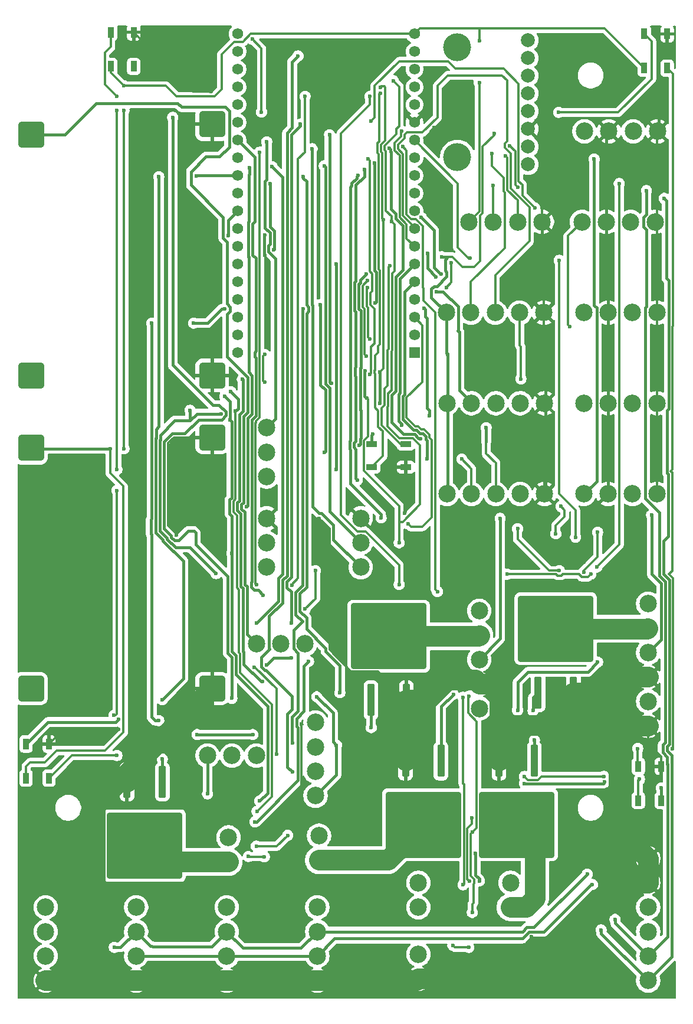
<source format=gbr>
%TF.GenerationSoftware,KiCad,Pcbnew,9.0.6*%
%TF.CreationDate,2025-12-23T16:03:18+01:00*%
%TF.ProjectId,MainBoard,4d61696e-426f-4617-9264-2e6b69636164,rev?*%
%TF.SameCoordinates,Original*%
%TF.FileFunction,Copper,L1,Top*%
%TF.FilePolarity,Positive*%
%FSLAX46Y46*%
G04 Gerber Fmt 4.6, Leading zero omitted, Abs format (unit mm)*
G04 Created by KiCad (PCBNEW 9.0.6) date 2025-12-23 16:03:18*
%MOMM*%
%LPD*%
G01*
G04 APERTURE LIST*
G04 Aperture macros list*
%AMRoundRect*
0 Rectangle with rounded corners*
0 $1 Rounding radius*
0 $2 $3 $4 $5 $6 $7 $8 $9 X,Y pos of 4 corners*
0 Add a 4 corners polygon primitive as box body*
4,1,4,$2,$3,$4,$5,$6,$7,$8,$9,$2,$3,0*
0 Add four circle primitives for the rounded corners*
1,1,$1+$1,$2,$3*
1,1,$1+$1,$4,$5*
1,1,$1+$1,$6,$7*
1,1,$1+$1,$8,$9*
0 Add four rect primitives between the rounded corners*
20,1,$1+$1,$2,$3,$4,$5,0*
20,1,$1+$1,$4,$5,$6,$7,0*
20,1,$1+$1,$6,$7,$8,$9,0*
20,1,$1+$1,$8,$9,$2,$3,0*%
G04 Aperture macros list end*
%TA.AperFunction,ComponentPad*%
%ADD10C,2.500000*%
%TD*%
%TA.AperFunction,SMDPad,CuDef*%
%ADD11RoundRect,0.090000X-0.660000X-0.360000X0.660000X-0.360000X0.660000X0.360000X-0.660000X0.360000X0*%
%TD*%
%TA.AperFunction,SMDPad,CuDef*%
%ADD12RoundRect,0.090000X0.360000X-0.660000X0.360000X0.660000X-0.360000X0.660000X-0.360000X-0.660000X0*%
%TD*%
%TA.AperFunction,SMDPad,CuDef*%
%ADD13RoundRect,0.250000X0.300000X-2.050000X0.300000X2.050000X-0.300000X2.050000X-0.300000X-2.050000X0*%
%TD*%
%TA.AperFunction,SMDPad,CuDef*%
%ADD14RoundRect,0.250002X5.149998X-4.449998X5.149998X4.449998X-5.149998X4.449998X-5.149998X-4.449998X0*%
%TD*%
%TA.AperFunction,SMDPad,CuDef*%
%ADD15RoundRect,0.250000X-0.300000X2.050000X-0.300000X-2.050000X0.300000X-2.050000X0.300000X2.050000X0*%
%TD*%
%TA.AperFunction,SMDPad,CuDef*%
%ADD16RoundRect,0.250002X-5.149998X4.449998X-5.149998X-4.449998X5.149998X-4.449998X5.149998X4.449998X0*%
%TD*%
%TA.AperFunction,ComponentPad*%
%ADD17C,4.000000*%
%TD*%
%TA.AperFunction,ComponentPad*%
%ADD18C,2.000000*%
%TD*%
%TA.AperFunction,ComponentPad*%
%ADD19R,1.560000X1.560000*%
%TD*%
%TA.AperFunction,ComponentPad*%
%ADD20C,1.560000*%
%TD*%
%TA.AperFunction,ComponentPad*%
%ADD21RoundRect,0.570000X1.330000X-1.330000X1.330000X1.330000X-1.330000X1.330000X-1.330000X-1.330000X0*%
%TD*%
%TA.AperFunction,ViaPad*%
%ADD22C,0.600000*%
%TD*%
%TA.AperFunction,Conductor*%
%ADD23C,3.000000*%
%TD*%
%TA.AperFunction,Conductor*%
%ADD24C,0.300000*%
%TD*%
%TA.AperFunction,Conductor*%
%ADD25C,0.400000*%
%TD*%
G04 APERTURE END LIST*
D10*
%TO.P,J12,1,Pin_1*%
%TO.N,+12V*%
X62000000Y-131500000D03*
%TO.P,J12,2,Pin_2*%
%TO.N,Net-(J12-Pin_2)*%
X65500000Y-131500000D03*
%TO.P,J12,3,Pin_3*%
%TO.N,Net-(J12-Pin_3)*%
X69000000Y-131500000D03*
%TD*%
%TO.P,J16,1,Pin_1*%
%TO.N,+3.3V*%
X89300000Y-84000000D03*
%TO.P,J16,2,Pin_2*%
%TO.N,POT_SEATHEATER_A*%
X92800000Y-84000000D03*
%TO.P,J16,3,Pin_3*%
%TO.N,POT_SEATHEATER_B*%
X96300000Y-84000000D03*
%TO.P,J16,4,Pin_4*%
%TO.N,POT_SEATDHEATER_X*%
X99800000Y-84000000D03*
%TO.P,J16,5,Pin_5*%
%TO.N,GND*%
X103300000Y-84000000D03*
%TD*%
%TO.P,J11,1,Pin_1*%
%TO.N,+12V*%
X55000000Y-147500000D03*
%TO.P,J11,2,Pin_2*%
%TO.N,Net-(J11-Pin_2)*%
X58500000Y-147500000D03*
%TO.P,J11,3,Pin_3*%
%TO.N,Net-(J11-Pin_3)*%
X62000000Y-147500000D03*
%TD*%
D11*
%TO.P,D5,1,VDD*%
%TO.N,Net-(D4-K)*%
X78550000Y-102850000D03*
%TO.P,D5,2,DOUT*%
%TO.N,Net-(D5-DOUT)*%
X78550000Y-106150000D03*
%TO.P,D5,3,VSS*%
%TO.N,GND*%
X83450000Y-106150000D03*
%TO.P,D5,4,DIN*%
%TO.N,RGBLED_DIN*%
X83450000Y-102850000D03*
%TD*%
D10*
%TO.P,J2,1,Pin_1*%
%TO.N,GND*%
X57750000Y-179762500D03*
%TO.P,J2,2,Pin_2*%
%TO.N,CANL*%
X57750000Y-176262500D03*
%TO.P,J2,3,Pin_3*%
%TO.N,CANH*%
X57750000Y-172762500D03*
%TO.P,J2,4,Pin_4*%
%TO.N,VBUS_CAN_FUSED*%
X57750000Y-169262500D03*
%TD*%
D12*
%TO.P,D10,1,VDD*%
%TO.N,+5V*%
X28950000Y-150750000D03*
%TO.P,D10,2,DOUT*%
%TO.N,Net-(D10-DOUT)*%
X32250000Y-150750000D03*
%TO.P,D10,3,VSS*%
%TO.N,GND*%
X32250000Y-145850000D03*
%TO.P,D10,4,DIN*%
%TO.N,Net-(D10-DIN)*%
X28950000Y-145850000D03*
%TD*%
D10*
%TO.P,J3,1,Pin_1*%
%TO.N,GND*%
X118250000Y-162250000D03*
%TO.P,J3,2,Pin_2*%
X118250000Y-165750000D03*
%TO.P,J3,3,Pin_3*%
%TO.N,Net-(J3-Pin_3)*%
X118250000Y-169250000D03*
%TO.P,J3,4,Pin_4*%
X118250000Y-172750000D03*
%TO.P,J3,5,Pin_5*%
%TO.N,CANL*%
X118250000Y-176250000D03*
%TO.P,J3,6,Pin_6*%
%TO.N,CANH*%
X118250000Y-179750000D03*
%TD*%
D13*
%TO.P,Q10,1,G*%
%TO.N,SEATHEATER_MOSFET_GATE*%
X78460000Y-139550000D03*
D14*
%TO.P,Q10,2,D*%
%TO.N,Net-(D8-A)*%
X81000000Y-130400000D03*
D13*
%TO.P,Q10,3,S*%
%TO.N,GND*%
X83540000Y-139550000D03*
%TD*%
D10*
%TO.P,J25,1,Pin_1*%
%TO.N,TRUNK_INPUT*%
X108750000Y-71000000D03*
%TO.P,J25,2,Pin_2*%
%TO.N,GND*%
X112250000Y-71000000D03*
%TO.P,J25,3,Pin_3*%
%TO.N,Net-(J25-Pin_3)*%
X115750000Y-71000000D03*
%TO.P,J25,4,Pin_4*%
%TO.N,GND*%
X119250000Y-71000000D03*
%TD*%
%TO.P,J22,1,Pin_1*%
%TO.N,+3.3V*%
X63500000Y-107500000D03*
%TO.P,J22,2,Pin_2*%
%TO.N,Net-(J22-Pin_2)*%
X63500000Y-104000000D03*
%TO.P,J22,3,Pin_3*%
%TO.N,BROUILLARD_INPUT*%
X63500000Y-100500000D03*
%TD*%
%TO.P,J24,1,Pin_1*%
%TO.N,MAP_INPUT*%
X109100000Y-58000000D03*
%TO.P,J24,2,Pin_2*%
%TO.N,GND*%
X112600000Y-58000000D03*
%TO.P,J24,3,Pin_3*%
%TO.N,Net-(J24-Pin_3)*%
X116100000Y-58000000D03*
%TO.P,J24,4,Pin_4*%
%TO.N,GND*%
X119600000Y-58000000D03*
%TD*%
%TO.P,J10,1,Pin_1*%
%TO.N,Net-(D3-A)*%
X58000000Y-162750000D03*
%TO.P,J10,2,Pin_2*%
%TO.N,VBUS*%
X58000000Y-159250000D03*
%TD*%
D12*
%TO.P,D6,1,VDD*%
%TO.N,+5V*%
X117700000Y-48950000D03*
%TO.P,D6,2,DOUT*%
%TO.N,Net-(D6-DOUT)*%
X121000000Y-48950000D03*
%TO.P,D6,3,VSS*%
%TO.N,GND*%
X121000000Y-44050000D03*
%TO.P,D6,4,DIN*%
%TO.N,Net-(D5-DOUT)*%
X117700000Y-44050000D03*
%TD*%
D10*
%TO.P,J17,1,Pin_1*%
%TO.N,Net-(D8-K)*%
X94000000Y-126750000D03*
%TO.P,J17,2,Pin_2*%
%TO.N,Net-(D8-A)*%
X94000000Y-130250000D03*
%TO.P,J17,3,Pin_3*%
%TO.N,SEAT_INPUT*%
X94000000Y-133750000D03*
%TO.P,J17,4,Pin_4*%
%TO.N,GND*%
X94000000Y-137250000D03*
%TO.P,J17,5,Pin_5*%
%TO.N,unconnected-(J17-Pin_5-Pad5)*%
X94000000Y-140750000D03*
%TD*%
%TO.P,J23,1,Pin_1*%
%TO.N,+3.3V*%
X89375000Y-110000000D03*
%TO.P,J23,2,Pin_2*%
%TO.N,POT_SPEED_A*%
X92875000Y-110000000D03*
%TO.P,J23,3,Pin_3*%
%TO.N,POT_SPEED_B*%
X96375000Y-110000000D03*
%TO.P,J23,4,Pin_4*%
%TO.N,POT_SPEED_X*%
X99875000Y-110000000D03*
%TO.P,J23,5,Pin_5*%
%TO.N,GND*%
X103375000Y-110000000D03*
%TD*%
D13*
%TO.P,Q11,1,G*%
%TO.N,HANDHEATER_MOSFET_GATE*%
X102435000Y-138475000D03*
D14*
%TO.P,Q11,2,D*%
%TO.N,Net-(D9-A)*%
X104975000Y-129325000D03*
D13*
%TO.P,Q11,3,S*%
%TO.N,GND*%
X107515000Y-138475000D03*
%TD*%
D10*
%TO.P,J7,1,Pin_1*%
%TO.N,GND*%
X44750000Y-179750000D03*
%TO.P,J7,2,Pin_2*%
%TO.N,CANL*%
X44750000Y-176250000D03*
%TO.P,J7,3,Pin_3*%
%TO.N,CANH*%
X44750000Y-172750000D03*
%TO.P,J7,4,Pin_4*%
%TO.N,VBUS_CAN_FUSED*%
X44750000Y-169250000D03*
%TD*%
%TO.P,J9,1,Pin_1*%
%TO.N,Net-(D2-A)*%
X71000000Y-162500000D03*
%TO.P,J9,2,Pin_2*%
%TO.N,Net-(D2-K)*%
X71000000Y-159000000D03*
%TD*%
%TO.P,J13,1,Pin_1*%
%TO.N,+12V*%
X70500000Y-153262500D03*
%TO.P,J13,2,Pin_2*%
%TO.N,Net-(J13-Pin_2)*%
X70500000Y-149762500D03*
%TO.P,J13,3,Pin_3*%
%TO.N,+12V*%
X70500000Y-146262500D03*
%TO.P,J13,4,Pin_4*%
%TO.N,Net-(J13-Pin_4)*%
X70500000Y-142762500D03*
%TD*%
D15*
%TO.P,Q3,1,G*%
%TO.N,AUXUSB_MOSFET_GATE*%
X48515000Y-151275000D03*
D16*
%TO.P,Q3,2,D*%
%TO.N,Net-(D3-A)*%
X45975000Y-160425000D03*
D15*
%TO.P,Q3,3,S*%
%TO.N,GND*%
X43435000Y-151275000D03*
%TD*%
D10*
%TO.P,J5,1,Pin_1*%
%TO.N,Net-(D1-A)*%
X98500000Y-169250000D03*
%TO.P,J5,2,Pin_2*%
%TO.N,VBUS*%
X98500000Y-165750000D03*
%TD*%
%TO.P,J15,1,Pin_1*%
%TO.N,+5V*%
X92500000Y-71000000D03*
%TO.P,J15,2,Pin_2*%
%TO.N,PAS_A*%
X96000000Y-71000000D03*
%TO.P,J15,3,Pin_3*%
%TO.N,PAS_B*%
X99500000Y-71000000D03*
%TO.P,J15,4,Pin_4*%
%TO.N,GND*%
X103000000Y-71000000D03*
%TD*%
D15*
%TO.P,Q2,1,G*%
%TO.N,DEFROSTER_MOSFET_GATE*%
X88515000Y-148275000D03*
D16*
%TO.P,Q2,2,D*%
%TO.N,Net-(D2-A)*%
X85975000Y-157425000D03*
D15*
%TO.P,Q2,3,S*%
%TO.N,GND*%
X83435000Y-148275000D03*
%TD*%
D12*
%TO.P,D7,1,VDD*%
%TO.N,+5V*%
X116850000Y-153950000D03*
%TO.P,D7,2,DOUT*%
%TO.N,Net-(D10-DIN)*%
X120150000Y-153950000D03*
%TO.P,D7,3,VSS*%
%TO.N,GND*%
X120150000Y-149050000D03*
%TO.P,D7,4,DIN*%
%TO.N,Net-(D6-DOUT)*%
X116850000Y-149050000D03*
%TD*%
D10*
%TO.P,J27,1,Pin_1*%
%TO.N,CABLIGHT_INPUT*%
X109000000Y-97000000D03*
%TO.P,J27,2,Pin_2*%
%TO.N,GND*%
X112500000Y-97000000D03*
%TO.P,J27,3,Pin_3*%
%TO.N,Net-(J27-Pin_3)*%
X116000000Y-97000000D03*
%TO.P,J27,4,Pin_4*%
%TO.N,GND*%
X119500000Y-97000000D03*
%TD*%
%TO.P,J18,1,Pin_1*%
%TO.N,Net-(D9-K)*%
X118250000Y-125750000D03*
%TO.P,J18,2,Pin_2*%
%TO.N,Net-(D9-A)*%
X118250000Y-129250000D03*
%TO.P,J18,3,Pin_3*%
%TO.N,BRAKE_LEFT_INPUT*%
X118250000Y-132750000D03*
%TO.P,J18,4,Pin_4*%
%TO.N,GND*%
X118250000Y-136250000D03*
%TO.P,J18,5,Pin_5*%
%TO.N,BRAKE_RIGHT_INPUT*%
X118250000Y-139750000D03*
%TO.P,J18,6,Pin_6*%
%TO.N,GND*%
X118250000Y-143250000D03*
%TD*%
%TO.P,J19,1,Pin_1*%
%TO.N,+3.3V*%
X89375000Y-97000000D03*
%TO.P,J19,2,Pin_2*%
%TO.N,POT_HANDHEATER_A*%
X92875000Y-97000000D03*
%TO.P,J19,3,Pin_3*%
%TO.N,POT_HANDHEATER_B*%
X96375000Y-97000000D03*
%TO.P,J19,4,Pin_4*%
%TO.N,POT_HANDHEATER_X*%
X99875000Y-97000000D03*
%TO.P,J19,5,Pin_5*%
%TO.N,GND*%
X103375000Y-97000000D03*
%TD*%
%TO.P,J8,1,Pin_1*%
%TO.N,GND*%
X31750000Y-179750000D03*
%TO.P,J8,2,Pin_2*%
%TO.N,CANL*%
X31750000Y-176250000D03*
%TO.P,J8,3,Pin_3*%
%TO.N,CANH*%
X31750000Y-172750000D03*
%TO.P,J8,4,Pin_4*%
%TO.N,VBUS_CAN_FUSED*%
X31750000Y-169250000D03*
%TD*%
%TO.P,J1,1,Pin_1*%
%TO.N,GND*%
X70750000Y-179750000D03*
%TO.P,J1,2,Pin_2*%
%TO.N,CANL*%
X70750000Y-176250000D03*
%TO.P,J1,3,Pin_3*%
%TO.N,CANH*%
X70750000Y-172750000D03*
%TO.P,J1,4,Pin_4*%
%TO.N,VBUS_CAN_FUSED*%
X70750000Y-169250000D03*
%TD*%
%TO.P,J28,1,Pin_1*%
%TO.N,WARNING_INPUT*%
X109000000Y-110000000D03*
%TO.P,J28,2,Pin_2*%
%TO.N,GND*%
X112500000Y-110000000D03*
%TO.P,J28,3,Pin_3*%
%TO.N,Net-(J28-Pin_3)*%
X116000000Y-110000000D03*
%TO.P,J28,4,Pin_4*%
%TO.N,GND*%
X119500000Y-110000000D03*
%TD*%
D12*
%TO.P,D11,1,VDD*%
%TO.N,+5V*%
X41100000Y-48700000D03*
%TO.P,D11,2,DOUT*%
%TO.N,unconnected-(D11-DOUT-Pad2)*%
X44400000Y-48700000D03*
%TO.P,D11,3,VSS*%
%TO.N,GND*%
X44400000Y-43800000D03*
%TO.P,D11,4,DIN*%
%TO.N,Net-(D10-DOUT)*%
X41100000Y-43800000D03*
%TD*%
D17*
%TO.P,J20,*%
%TO.N,*%
X90856000Y-61734000D03*
X90856000Y-45986000D03*
D18*
%TO.P,J20,1,Pin_1*%
%TO.N,unconnected-(J20-Pin_1-Pad1)*%
X101016000Y-62750000D03*
%TO.P,J20,2,Pin_2*%
%TO.N,+3.3V*%
X101016000Y-60210000D03*
%TO.P,J20,3,Pin_3*%
%TO.N,GND*%
X101016000Y-57670000D03*
%TO.P,J20,4,Pin_4*%
%TO.N,SCL*%
X101016000Y-55130000D03*
%TO.P,J20,5,Pin_5*%
%TO.N,SDA*%
X101016000Y-52590000D03*
%TO.P,J20,6,Pin_6*%
%TO.N,unconnected-(J20-Pin_6-Pad6)*%
X101016000Y-50050000D03*
%TO.P,J20,7,Pin_7*%
%TO.N,unconnected-(J20-Pin_7-Pad7)*%
X101016000Y-47510000D03*
%TO.P,J20,8,Pin_8*%
%TO.N,unconnected-(J20-Pin_8-Pad8)*%
X101016000Y-44970000D03*
%TD*%
D19*
%TO.P,U6,J2-1,3V3*%
%TO.N,+3.3V*%
X84700000Y-89760000D03*
D20*
%TO.P,U6,J2-2,EN*%
%TO.N,unconnected-(U6-EN-PadJ2-2)*%
X84700000Y-87220000D03*
%TO.P,U6,J2-3,SENSOR_VP*%
%TO.N,THROTTLE_INPUT*%
X84700000Y-84680000D03*
%TO.P,U6,J2-4,SENSOR_VN*%
%TO.N,InterruptEXTGPIO*%
X84700000Y-82140000D03*
%TO.P,U6,J2-5,IO34*%
%TO.N,POT_SPEED_A*%
X84700000Y-79600000D03*
%TO.P,U6,J2-6,IO35*%
%TO.N,POT_SPEED_B*%
X84700000Y-77060000D03*
%TO.P,U6,J2-7,IO32*%
%TO.N,POT_SEATHEATER_A*%
X84700000Y-74520000D03*
%TO.P,U6,J2-8,IO33*%
%TO.N,POT_SEATHEATER_B*%
X84700000Y-71980000D03*
%TO.P,U6,J2-9,IO25*%
%TO.N,POT_HANDHEATER_A*%
X84700000Y-69440000D03*
%TO.P,U6,J2-10,IO26*%
%TO.N,POT_HANDHEATER_B*%
X84700000Y-66900000D03*
%TO.P,U6,J2-11,IO27*%
%TO.N,PAS_A*%
X84700000Y-64360000D03*
%TO.P,U6,J2-12,IO14*%
%TO.N,PAS_B*%
X84700000Y-61820000D03*
%TO.P,U6,J2-13,IO12*%
%TO.N,CAN_S*%
X84700000Y-59280000D03*
%TO.P,U6,J2-14,GND1*%
%TO.N,GND*%
X84700000Y-56740000D03*
%TO.P,U6,J2-15,IO13*%
%TO.N,DEFROSTER_MOSFET_GATE*%
X84700000Y-54200000D03*
%TO.P,U6,J2-16,SD2*%
%TO.N,unconnected-(U6-SD2-PadJ2-16)*%
X84700000Y-51660000D03*
%TO.P,U6,J2-17,SD3*%
%TO.N,unconnected-(U6-SD3-PadJ2-17)*%
X84700000Y-49120000D03*
%TO.P,U6,J2-18,CMD*%
%TO.N,unconnected-(U6-CMD-PadJ2-18)*%
X84700000Y-46580000D03*
%TO.P,U6,J2-19,EXT_5V*%
%TO.N,+5V*%
X84700000Y-44040000D03*
%TO.P,U6,J3-1,GND3*%
%TO.N,GND*%
X59300000Y-89760000D03*
%TO.P,U6,J3-2,IO23*%
%TO.N,SDA*%
X59300000Y-87220000D03*
%TO.P,U6,J3-3,IO22*%
%TO.N,SCL*%
X59300000Y-84680000D03*
%TO.P,U6,J3-4,TXD0*%
%TO.N,unconnected-(U6-TXD0-PadJ3-4)*%
X59300000Y-82140000D03*
%TO.P,U6,J3-5,RXD0*%
%TO.N,unconnected-(U6-RXD0-PadJ3-5)*%
X59300000Y-79600000D03*
%TO.P,U6,J3-6,IO21*%
%TO.N,RGBLED_DIN*%
X59300000Y-77060000D03*
%TO.P,U6,J3-7,GND2*%
%TO.N,GND*%
X59300000Y-74520000D03*
%TO.P,U6,J3-8,IO19*%
%TO.N,CAN_RX*%
X59300000Y-71980000D03*
%TO.P,U6,J3-9,IO18*%
%TO.N,CAN_TX*%
X59300000Y-69440000D03*
%TO.P,U6,J3-10,IO5*%
%TO.N,SEATHEATER_MOSFET_GATE*%
X59300000Y-66900000D03*
%TO.P,U6,J3-11,IO17*%
%TO.N,DRL_LEFT_MOSFET_GATE*%
X59300000Y-64360000D03*
%TO.P,U6,J3-12,IO16*%
%TO.N,DRL_RIGHT_MOSFET_GATE*%
X59300000Y-61820000D03*
%TO.P,U6,J3-13,IO4*%
%TO.N,HANDHEATER_MOSFET_GATE*%
X59300000Y-59280000D03*
%TO.P,U6,J3-14,IO0*%
%TO.N,Net-(U6-IO0)*%
X59300000Y-56740000D03*
%TO.P,U6,J3-15,IO2*%
%TO.N,Net-(U6-IO2)*%
X59300000Y-54200000D03*
%TO.P,U6,J3-16,IO15*%
%TO.N,Net-(U6-IO15)*%
X59300000Y-51660000D03*
%TO.P,U6,J3-17,SD1*%
%TO.N,unconnected-(U6-SD1-PadJ3-17)*%
X59300000Y-49120000D03*
%TO.P,U6,J3-18,SD0*%
%TO.N,unconnected-(U6-SD0-PadJ3-18)*%
X59300000Y-46580000D03*
%TO.P,U6,J3-19,CLK*%
%TO.N,unconnected-(U6-CLK-PadJ3-19)*%
X59300000Y-44040000D03*
%TD*%
D10*
%TO.P,J6,1,Pin_1*%
%TO.N,VBUS_CAN_FUSED*%
X85250000Y-169250000D03*
%TO.P,J6,2,Pin_2*%
%TO.N,VBUS*%
X85250000Y-165750000D03*
%TD*%
%TO.P,J14,1,Pin_1*%
%TO.N,+5V*%
X63500000Y-120500000D03*
%TO.P,J14,2,Pin_2*%
%TO.N,THROTTLE_INPUT*%
X63500000Y-117000000D03*
%TO.P,J14,3,Pin_3*%
%TO.N,GND*%
X63500000Y-113500000D03*
%TD*%
D21*
%TO.P,U4,1,VIN*%
%TO.N,VBUS*%
X29650000Y-93000000D03*
%TO.P,U4,2,5VOUT*%
%TO.N,+12V*%
X29650000Y-58500000D03*
%TO.P,U4,3,GND*%
%TO.N,GND*%
X55650000Y-93000000D03*
%TO.P,U4,4,GND*%
X55650000Y-57000000D03*
%TD*%
%TO.P,U3,1,VIN*%
%TO.N,VBUS*%
X29650000Y-137900000D03*
%TO.P,U3,2,5VOUT*%
%TO.N,+5V*%
X29650000Y-103400000D03*
%TO.P,U3,3,GND*%
%TO.N,GND*%
X55650000Y-137900000D03*
%TO.P,U3,4,GND*%
X55650000Y-101900000D03*
%TD*%
D10*
%TO.P,J26,1,Pin_1*%
%TO.N,DEFROST_INPUT*%
X109000000Y-84000000D03*
%TO.P,J26,2,Pin_2*%
%TO.N,GND*%
X112500000Y-84000000D03*
%TO.P,J26,3,Pin_3*%
%TO.N,Net-(J26-Pin_3)*%
X116000000Y-84000000D03*
%TO.P,J26,4,Pin_4*%
%TO.N,GND*%
X119500000Y-84000000D03*
%TD*%
%TO.P,J21,1,Pin_1*%
%TO.N,FORWARD_INPUT*%
X77000000Y-120500000D03*
%TO.P,J21,2,Pin_2*%
%TO.N,REVERSE_INPUT*%
X77000000Y-117000000D03*
%TO.P,J21,3,Pin_3*%
%TO.N,GND*%
X77000000Y-113500000D03*
%TD*%
%TO.P,J4,1,Pin_1*%
%TO.N,GND*%
X85250000Y-179500000D03*
%TO.P,J4,2,Pin_2*%
%TO.N,Net-(J3-Pin_3)*%
X85250000Y-176000000D03*
%TD*%
D15*
%TO.P,Q1,1,G*%
%TO.N,AUXAUDIO_MOSFET_GATE*%
X101915000Y-148275000D03*
D16*
%TO.P,Q1,2,D*%
%TO.N,Net-(D1-A)*%
X99375000Y-157425000D03*
D15*
%TO.P,Q1,3,S*%
%TO.N,GND*%
X96835000Y-148275000D03*
%TD*%
D22*
%TO.N,GND*%
X101500000Y-173500000D03*
X72500000Y-127500000D03*
X65500000Y-156000000D03*
X59300000Y-140000000D03*
X91000000Y-57000000D03*
X63200000Y-75773983D03*
X42200000Y-143776901D03*
X63200000Y-72844975D03*
X55000000Y-48500000D03*
X87000000Y-63000000D03*
X76829105Y-53603354D03*
X101500000Y-116500000D03*
X87500000Y-57500000D03*
X93000000Y-55500000D03*
X106000000Y-118000000D03*
X68500000Y-143000000D03*
X83255025Y-112755025D03*
X69500000Y-51500000D03*
X107982306Y-117600000D03*
X71000000Y-113500000D03*
X55500000Y-52300000D03*
X83450000Y-107500000D03*
X88159673Y-61111000D03*
X50550000Y-115900000D03*
X109000000Y-119800000D03*
X88500000Y-66500000D03*
X45250000Y-148250000D03*
%TO.N,+3.3V*%
X93000000Y-158500000D03*
X92500000Y-139000000D03*
X93000000Y-170000000D03*
X88600000Y-76000000D03*
X110000000Y-121500000D03*
X96137937Y-58330072D03*
X63200000Y-90000000D03*
X63200000Y-94000000D03*
X105719669Y-111780331D03*
X60848198Y-161979843D03*
X98000000Y-121500000D03*
X105000000Y-115700000D03*
X63150000Y-162000000D03*
X89500000Y-90000000D03*
%TO.N,+5V*%
X61669240Y-134830760D03*
X100500000Y-150500000D03*
X43000000Y-103500000D03*
X111900000Y-150500000D03*
X56234554Y-121405521D03*
X64901000Y-147300000D03*
X89264194Y-80401040D03*
X41000000Y-103500000D03*
X94000000Y-51000000D03*
X94000000Y-45000000D03*
X43000000Y-51500000D03*
X117000000Y-150900000D03*
X52500000Y-98000000D03*
X56913010Y-98500000D03*
X43000000Y-55000000D03*
X90000000Y-76849000D03*
%TO.N,Net-(D2-K)*%
X62000000Y-160500000D03*
X66500000Y-158950000D03*
%TO.N,Net-(D4-K)*%
X78700000Y-101436961D03*
%TO.N,Net-(D5-DOUT)*%
X105400000Y-55300000D03*
X79795429Y-52529136D03*
%TO.N,RGBLED_DIN*%
X81128952Y-77307280D03*
%TO.N,Net-(D6-DOUT)*%
X121700000Y-146500000D03*
X116750000Y-146500000D03*
%TO.N,Net-(D10-DIN)*%
X100500000Y-151500000D03*
X112000000Y-151300000D03*
X120150000Y-152150000D03*
X42200000Y-142305025D03*
%TO.N,Net-(D10-DOUT)*%
X42000000Y-55000000D03*
X42000000Y-53000000D03*
X42000000Y-147500000D03*
X42000000Y-106500000D03*
X41571757Y-141732473D03*
X42000000Y-109500000D03*
%TO.N,CANH*%
X41600000Y-175000000D03*
X111500000Y-172500000D03*
X120550000Y-67626099D03*
X109500000Y-164500000D03*
%TO.N,CANL*%
X113500000Y-171000000D03*
X110250000Y-166000000D03*
X118000000Y-66500000D03*
%TO.N,Net-(J3-Pin_3)*%
X92500000Y-175000000D03*
X90225000Y-174725000D03*
%TO.N,+12V*%
X55000000Y-153000000D03*
X70670405Y-139079595D03*
X73500000Y-146000000D03*
%TO.N,THROTTLE_INPUT*%
X83812334Y-114300000D03*
%TO.N,PAS_B*%
X97800000Y-61558138D03*
%TO.N,PAS_A*%
X96000000Y-65750000D03*
%TO.N,POT_SEATHEATER_A*%
X95800000Y-61197187D03*
X82823251Y-57936799D03*
%TO.N,POT_SEATDHEATER_X*%
X100000000Y-93500000D03*
X78000000Y-62000000D03*
X78319681Y-92835178D03*
%TO.N,SEAT_INPUT*%
X79915265Y-113425315D03*
X76594669Y-64344669D03*
X97000000Y-113500000D03*
%TO.N,BRAKE_RIGHT_INPUT*%
X99500000Y-141000000D03*
X68750000Y-64500000D03*
X111000000Y-134100000D03*
X74000000Y-138500000D03*
%TO.N,BRAKE_LEFT_INPUT*%
X118750000Y-113000000D03*
X60623585Y-111814425D03*
X61000000Y-63250000D03*
%TO.N,POT_HANDHEATER_X*%
X85558918Y-102068967D03*
X81121354Y-60415490D03*
%TO.N,POT_HANDHEATER_A*%
X87862984Y-80974781D03*
%TO.N,POT_HANDHEATER_B*%
X86814354Y-98753692D03*
X86112218Y-83379985D03*
%TO.N,SDA*%
X92600000Y-165546629D03*
X59013010Y-98130688D03*
X92924000Y-156459421D03*
X62100000Y-155500000D03*
X58329179Y-95335411D03*
X81382606Y-70947375D03*
X109000000Y-121200000D03*
X82500000Y-117000000D03*
X77649899Y-92311828D03*
X77850066Y-96240026D03*
X81658678Y-50754515D03*
X111000000Y-115500000D03*
%TO.N,SCL*%
X79749000Y-92544923D03*
X79810680Y-51679270D03*
X58232352Y-99375201D03*
X79700000Y-96973343D03*
X93475000Y-161500000D03*
X57500000Y-96000000D03*
X58500000Y-118500000D03*
X94000000Y-165500000D03*
X105500000Y-121000000D03*
X80271603Y-70678716D03*
X99500000Y-115000000D03*
X62500000Y-154000000D03*
%TO.N,REVERSE_INPUT*%
X71750000Y-62962571D03*
%TO.N,FORWARD_INPUT*%
X70000000Y-60500000D03*
%TO.N,BROUILLARD_INPUT*%
X63500000Y-59500000D03*
%TO.N,POT_SPEED_X*%
X76500000Y-108000000D03*
X77500000Y-63500000D03*
%TO.N,POT_SPEED_A*%
X91500000Y-105000000D03*
X86500000Y-105000000D03*
%TO.N,POT_SPEED_B*%
X82831468Y-100168532D03*
X95000000Y-100500000D03*
%TO.N,MAP_INPUT*%
X61429372Y-44803572D03*
X62750000Y-55250000D03*
%TO.N,TRUNK_INPUT*%
X107000000Y-86000000D03*
%TO.N,CABLIGHT_INPUT*%
X72750000Y-94097281D03*
X72500000Y-58500000D03*
%TO.N,WARNING_INPUT*%
X110500000Y-62000000D03*
%TO.N,AUXAUDIO_MOSFET_GATE*%
X62894975Y-136905025D03*
X101925000Y-145300000D03*
X59996256Y-93564406D03*
%TO.N,DEFROSTER_MOSFET_GATE*%
X90280331Y-138719669D03*
X78300000Y-53023653D03*
X82500000Y-123000000D03*
%TO.N,AUXUSB_MOSFET_GATE*%
X48500000Y-148000000D03*
X53000000Y-85500000D03*
X57500000Y-83500000D03*
X48000000Y-142500000D03*
X47000000Y-85500000D03*
%TO.N,BLINKER_LEFT_MOSFET_GATE*%
X58500000Y-139300000D03*
X50000000Y-56000000D03*
%TO.N,DRL_LEFT_MOSFET_GATE*%
X61500000Y-144500000D03*
X53368963Y-64417516D03*
X48500000Y-139500000D03*
X53500000Y-144500000D03*
X48000000Y-64500000D03*
%TO.N,BLINKER_RIGHT_MOSFET_GATE*%
X69000000Y-53000000D03*
X67100000Y-123078858D03*
%TO.N,DRL_RIGHT_MOSFET_GATE*%
X70500000Y-121000000D03*
X62500000Y-61000000D03*
X69000000Y-126500000D03*
X62000000Y-123000000D03*
%TO.N,INTERRIOR_LIGHT_MOSFET_GATE*%
X68000000Y-47200000D03*
X67200000Y-149883930D03*
%TO.N,LATCH_TRUNK_MOSFET_GATE*%
X68750000Y-83500000D03*
X67200000Y-145663517D03*
%TO.N,SEATHEATER_MOSFET_GATE*%
X78500000Y-143500000D03*
X64250000Y-63084669D03*
X62000000Y-128500000D03*
%TO.N,HANDHEATER_MOSFET_GATE*%
X63000000Y-124500000D03*
X101718893Y-141075000D03*
X63500000Y-134500000D03*
X67000000Y-133500000D03*
%TO.N,BROUILLARD_LED*%
X71750000Y-104000000D03*
X71160490Y-82873529D03*
%TO.N,MAP_LED*%
X79071603Y-82612211D03*
X78950000Y-62563445D03*
%TO.N,TRUNK_LED*%
X77971604Y-80400030D03*
X78249945Y-87763408D03*
%TO.N,DEFROST_LED*%
X77812473Y-90250000D03*
X77971673Y-79437517D03*
%TO.N,CABLIGHT_LED*%
X76749000Y-103000000D03*
X77750000Y-78500000D03*
%TO.N,WARNING_LED*%
X73500000Y-77000000D03*
X73500000Y-106500000D03*
%TO.N,CAN_S*%
X92695877Y-76164852D03*
%TO.N,CAN_TX*%
X58000000Y-73000000D03*
X86598000Y-75500000D03*
X87781405Y-78859132D03*
%TO.N,CAN_RX*%
X88555907Y-78508916D03*
X85682330Y-70373490D03*
%TO.N,POWERINPUT_ALERT*%
X91672151Y-166032374D03*
X88000000Y-124000000D03*
X83021354Y-60190780D03*
X91661764Y-139140943D03*
%TO.N,Defroster_ALERT*%
X61800000Y-157000000D03*
X69500000Y-134000000D03*
X68300000Y-57000000D03*
X67000000Y-128500000D03*
%TO.N,InterruptEXTGPIO*%
X64000000Y-65500000D03*
X64464985Y-74976852D03*
%TO.N,HANDHEATER_ALERT*%
X78500000Y-56500000D03*
X107834272Y-116200000D03*
X102000000Y-69000000D03*
X105500000Y-76500000D03*
%TO.N,SEATHEATER_ALERT*%
X110898887Y-120467970D03*
X98365000Y-60060981D03*
X114101000Y-65500000D03*
X99500000Y-66000000D03*
%TD*%
D23*
%TO.N,GND*%
X97326000Y-143125000D02*
X96951000Y-143500000D01*
D24*
X52900000Y-52300000D02*
X55500000Y-52300000D01*
X120150000Y-149050000D02*
X120150000Y-147650000D01*
D23*
X93419669Y-136669669D02*
X89431193Y-136669669D01*
X57750000Y-179762500D02*
X70737500Y-179762500D01*
D24*
X103000000Y-118000000D02*
X101500000Y-116500000D01*
X87000000Y-59951327D02*
X88159673Y-61111000D01*
D23*
X55500000Y-138000000D02*
X45250000Y-148250000D01*
D25*
X119600000Y-58000000D02*
X119737500Y-57862500D01*
D24*
X103300000Y-87775000D02*
X103500000Y-87975000D01*
X103300000Y-80875000D02*
X103500000Y-80675000D01*
D25*
X121000000Y-46000000D02*
X121000000Y-44050000D01*
D24*
X83450000Y-107500000D02*
X83450000Y-106150000D01*
D25*
X112500000Y-81000000D02*
X112250000Y-80750000D01*
D24*
X44400000Y-43800000D02*
X52900000Y-52300000D01*
X106000000Y-118000000D02*
X103000000Y-118000000D01*
D23*
X86550862Y-139550000D02*
X83540000Y-139550000D01*
D25*
X103500000Y-175500000D02*
X104500000Y-175500000D01*
D23*
X114000000Y-140767766D02*
X114000000Y-158000000D01*
D24*
X68500000Y-153000000D02*
X68500000Y-143000000D01*
D25*
X119737500Y-47262500D02*
X121000000Y-46000000D01*
D24*
X91000000Y-57000000D02*
X91500000Y-57000000D01*
D23*
X116482234Y-143250000D02*
X114000000Y-140767766D01*
D25*
X112500000Y-84000000D02*
X112500000Y-81000000D01*
D24*
X103300000Y-84000000D02*
X103300000Y-80875000D01*
D25*
X112250000Y-71000000D02*
X112250000Y-58487500D01*
D24*
X108100000Y-117600000D02*
X109000000Y-118500000D01*
D23*
X43435000Y-150065000D02*
X43435000Y-151275000D01*
D25*
X103500000Y-74000000D02*
X103000000Y-73500000D01*
X112250000Y-58487500D02*
X112600000Y-58137500D01*
X112500000Y-84000000D02*
X112500000Y-97000000D01*
D23*
X70750000Y-179750000D02*
X85000000Y-179750000D01*
D25*
X63144154Y-75718137D02*
X63200000Y-75773983D01*
D23*
X104500000Y-175500000D02*
X114250000Y-165750000D01*
D24*
X87500000Y-57500000D02*
X87000000Y-58000000D01*
X50150000Y-101900000D02*
X49350000Y-102700000D01*
D23*
X114000000Y-158000000D02*
X118250000Y-162250000D01*
X37000000Y-179750000D02*
X44750000Y-179750000D01*
D24*
X72500000Y-115000000D02*
X71000000Y-113500000D01*
X55650000Y-101900000D02*
X50150000Y-101900000D01*
D23*
X31750000Y-179750000D02*
X37000000Y-179750000D01*
D25*
X63144154Y-72900821D02*
X63144154Y-75718137D01*
D24*
X55000000Y-48500000D02*
X55000000Y-51800000D01*
X71500000Y-53500000D02*
X76725751Y-53500000D01*
X79441000Y-135451000D02*
X83540000Y-139550000D01*
X83450000Y-112560050D02*
X83255025Y-112755025D01*
D23*
X96951000Y-138433234D02*
X95767766Y-137250000D01*
X114250000Y-165750000D02*
X118250000Y-165750000D01*
D24*
X119600000Y-58137500D02*
X119600000Y-58000000D01*
D25*
X103000000Y-73500000D02*
X103000000Y-71000000D01*
D24*
X69500000Y-51500000D02*
X71500000Y-53500000D01*
X91500000Y-57000000D02*
X93000000Y-55500000D01*
X101016000Y-57670000D02*
X103000000Y-59654000D01*
X72500000Y-127500000D02*
X72500000Y-132356870D01*
X87000000Y-65000000D02*
X87000000Y-63000000D01*
D23*
X105165000Y-143125000D02*
X97326000Y-143125000D01*
D24*
X119500000Y-110000000D02*
X119500000Y-58237500D01*
D23*
X96951000Y-143500000D02*
X96951000Y-138433234D01*
X45250000Y-148250000D02*
X43435000Y-150065000D01*
D24*
X32250000Y-145850000D02*
X34323099Y-143776901D01*
X49350000Y-114550000D02*
X50550000Y-115750000D01*
D23*
X44750000Y-179750000D02*
X57737500Y-179750000D01*
X111775000Y-138475000D02*
X107515000Y-138475000D01*
X83435000Y-139655000D02*
X83540000Y-139550000D01*
X38874000Y-177876000D02*
X38874000Y-154626000D01*
D24*
X103300000Y-84000000D02*
X103300000Y-87775000D01*
D23*
X95767766Y-137250000D02*
X94000000Y-137250000D01*
D25*
X103500000Y-110000000D02*
X103500000Y-105025000D01*
D24*
X103000000Y-59654000D02*
X103000000Y-71000000D01*
D23*
X107515000Y-140775000D02*
X105165000Y-143125000D01*
D24*
X107982306Y-117600000D02*
X108100000Y-117600000D01*
D25*
X119737500Y-57862500D02*
X119737500Y-47262500D01*
D23*
X94000000Y-137250000D02*
X93419669Y-136669669D01*
D24*
X76725751Y-53500000D02*
X76829105Y-53603354D01*
D23*
X89431193Y-136669669D02*
X86550862Y-139550000D01*
D25*
X103500000Y-80675000D02*
X103500000Y-74000000D01*
D24*
X103375000Y-110000000D02*
X103375000Y-105150000D01*
D23*
X57737500Y-179750000D02*
X57750000Y-179762500D01*
X118250000Y-162250000D02*
X118250000Y-165750000D01*
D24*
X72500000Y-127500000D02*
X72500000Y-115000000D01*
D23*
X114000000Y-140767766D02*
X114000000Y-136250000D01*
D24*
X103375000Y-105150000D02*
X103500000Y-105025000D01*
X49350000Y-102700000D02*
X49350000Y-114550000D01*
D23*
X96835000Y-148275000D02*
X96951000Y-148159000D01*
X70737500Y-179762500D02*
X70750000Y-179750000D01*
D25*
X101500000Y-173500000D02*
X103500000Y-175500000D01*
D24*
X87000000Y-58000000D02*
X87000000Y-59951327D01*
D23*
X114000000Y-136250000D02*
X111775000Y-138475000D01*
D24*
X83450000Y-107500000D02*
X83450000Y-112560050D01*
X120150000Y-147650000D02*
X118250000Y-145750000D01*
X109000000Y-118500000D02*
X109000000Y-119800000D01*
X34323099Y-143776901D02*
X42200000Y-143776901D01*
D23*
X100500000Y-179500000D02*
X104500000Y-175500000D01*
D24*
X118250000Y-145750000D02*
X118250000Y-143250000D01*
D25*
X63200000Y-72844975D02*
X63144154Y-72900821D01*
X112600000Y-58137500D02*
X112600000Y-58000000D01*
D23*
X85000000Y-179750000D02*
X85250000Y-179500000D01*
D24*
X72500000Y-132356870D02*
X75594130Y-135451000D01*
D23*
X118250000Y-136250000D02*
X114000000Y-136250000D01*
D24*
X88500000Y-66500000D02*
X87000000Y-65000000D01*
D25*
X103500000Y-105025000D02*
X103500000Y-87975000D01*
D23*
X83435000Y-148275000D02*
X83435000Y-139655000D01*
D25*
X112500000Y-97000000D02*
X112500000Y-110000000D01*
D24*
X119500000Y-58237500D02*
X119600000Y-58137500D01*
D23*
X85250000Y-179500000D02*
X100500000Y-179500000D01*
D24*
X55000000Y-51800000D02*
X55500000Y-52300000D01*
X65500000Y-156000000D02*
X68500000Y-153000000D01*
D23*
X37000000Y-179750000D02*
X38874000Y-177876000D01*
D25*
X112250000Y-71000000D02*
X112250000Y-80750000D01*
D24*
X50550000Y-115750000D02*
X50550000Y-115900000D01*
D23*
X118250000Y-143250000D02*
X116482234Y-143250000D01*
D24*
X75594130Y-135451000D02*
X79441000Y-135451000D01*
D23*
X107515000Y-138475000D02*
X107515000Y-140775000D01*
X38874000Y-154626000D02*
X43435000Y-150065000D01*
X96951000Y-148159000D02*
X96951000Y-143500000D01*
D24*
%TO.N,+3.3V*%
X108710050Y-121900000D02*
X109600000Y-121900000D01*
X93624000Y-142638156D02*
X93624000Y-157876000D01*
D25*
X87506298Y-80219669D02*
X87905815Y-80219669D01*
D24*
X92800000Y-164756679D02*
X92800000Y-158700000D01*
D25*
X89100000Y-77992348D02*
X89100000Y-76400000D01*
X87905815Y-80219669D02*
X89305907Y-78819577D01*
D24*
X63000000Y-93800000D02*
X63200000Y-94000000D01*
X94101000Y-76638950D02*
X94101000Y-70106106D01*
X93300000Y-165256679D02*
X92800000Y-164756679D01*
X93000000Y-168804838D02*
X93200000Y-168604838D01*
D25*
X89500000Y-76000000D02*
X88600000Y-76000000D01*
X87112984Y-80612984D02*
X87506298Y-80219669D01*
X87112984Y-81812984D02*
X89300000Y-84000000D01*
D24*
X93200000Y-165936579D02*
X93300000Y-165836579D01*
D25*
X89300000Y-84000000D02*
X89300000Y-89800000D01*
X89100000Y-76400000D02*
X89500000Y-76000000D01*
D24*
X93289950Y-77450000D02*
X94101000Y-76638950D01*
X91590950Y-77450000D02*
X93289950Y-77450000D01*
X105989950Y-121500000D02*
X108310050Y-121500000D01*
X93200000Y-168604838D02*
X93200000Y-165936579D01*
X89500000Y-76000000D02*
X90140950Y-76000000D01*
X92399000Y-141413156D02*
X93624000Y-142638156D01*
X105000000Y-114527196D02*
X105000000Y-115700000D01*
X108310050Y-121500000D02*
X108710050Y-121900000D01*
X63000000Y-90200000D02*
X63000000Y-93800000D01*
X94500000Y-69707106D02*
X94500000Y-60207452D01*
X105789950Y-121700000D02*
X105989950Y-121500000D01*
D25*
X89305907Y-78198255D02*
X89100000Y-77992348D01*
D24*
X90140950Y-76000000D02*
X91590950Y-77450000D01*
X93000000Y-170000000D02*
X93000000Y-168804838D01*
X106263598Y-113263598D02*
X105000000Y-114527196D01*
X94500000Y-60207452D02*
X96137937Y-58569515D01*
X92399000Y-139101000D02*
X92399000Y-141413156D01*
X105010050Y-121500000D02*
X105210050Y-121700000D01*
X92500000Y-139000000D02*
X92399000Y-139101000D01*
X109600000Y-121900000D02*
X110000000Y-121500000D01*
X96137937Y-58569515D02*
X96137937Y-58330072D01*
X106263598Y-112324260D02*
X106263598Y-113263598D01*
X98000000Y-121500000D02*
X105010050Y-121500000D01*
X93300000Y-165836579D02*
X93300000Y-165256679D01*
X94101000Y-70106106D02*
X94500000Y-69707106D01*
X63150000Y-162000000D02*
X60868355Y-162000000D01*
D25*
X89300000Y-89800000D02*
X89500000Y-90000000D01*
D24*
X63200000Y-90000000D02*
X63000000Y-90200000D01*
X92800000Y-158700000D02*
X93000000Y-158500000D01*
X105719669Y-111780331D02*
X106263598Y-112324260D01*
D25*
X89305907Y-78819577D02*
X89305907Y-78198255D01*
D24*
X105210050Y-121700000D02*
X105789950Y-121700000D01*
X93624000Y-157876000D02*
X93000000Y-158500000D01*
X60868355Y-162000000D02*
X60848198Y-161979843D01*
D25*
X87112984Y-80612984D02*
X87112984Y-81812984D01*
X89500000Y-90000000D02*
X89500000Y-110000000D01*
D24*
%TO.N,+5V*%
X90000000Y-76849000D02*
X90000000Y-79665234D01*
D25*
X52500000Y-99500000D02*
X53500000Y-98500000D01*
D24*
X116850000Y-151050000D02*
X117000000Y-150900000D01*
X43000000Y-51500000D02*
X49000000Y-51500000D01*
X64901000Y-137921100D02*
X64901000Y-147300000D01*
X57000000Y-47000000D02*
X58830262Y-45169738D01*
D25*
X52500000Y-99500000D02*
X50248654Y-99500000D01*
D24*
X90000000Y-79665234D02*
X89264194Y-80401040D01*
X102896870Y-150500000D02*
X111900000Y-150500000D01*
D25*
X48200000Y-101548654D02*
X48200000Y-102223655D01*
X29500000Y-103500000D02*
X41000000Y-103500000D01*
D24*
X50500000Y-53000000D02*
X56000000Y-53000000D01*
X101000000Y-151000000D02*
X100500000Y-150500000D01*
X61810660Y-134830760D02*
X64901000Y-137921100D01*
X116850000Y-153950000D02*
X116850000Y-151600000D01*
X42900000Y-144200000D02*
X42900000Y-108900000D01*
X61669240Y-134830760D02*
X61810660Y-134830760D01*
X40300000Y-146800000D02*
X42900000Y-144200000D01*
D25*
X48175000Y-115326346D02*
X49200000Y-116351346D01*
X48175000Y-102745711D02*
X48175000Y-115326346D01*
D24*
X58830262Y-45169738D02*
X60073256Y-45169738D01*
D25*
X52500000Y-117670967D02*
X56234554Y-121405521D01*
D24*
X85480000Y-43260000D02*
X84700000Y-44040000D01*
X94000000Y-69500000D02*
X94000000Y-51000000D01*
X28950000Y-149050000D02*
X29500000Y-148500000D01*
D25*
X49200000Y-116351346D02*
X49200000Y-116459189D01*
X50248654Y-99500000D02*
X48200000Y-101548654D01*
X53500000Y-98500000D02*
X56913010Y-98500000D01*
D24*
X102896870Y-150500000D02*
X102396870Y-151000000D01*
X116850000Y-151600000D02*
X116850000Y-151050000D01*
X60073256Y-45169738D02*
X61202994Y-44040000D01*
D25*
X48200000Y-102223655D02*
X48175000Y-102248655D01*
X48175000Y-102248655D02*
X48175000Y-102348661D01*
X48174995Y-102348666D02*
X48175000Y-102745711D01*
D24*
X41100000Y-48700000D02*
X41100000Y-49600000D01*
D25*
X48175000Y-102348661D02*
X48174995Y-102348666D01*
D24*
X49000000Y-51500000D02*
X50500000Y-53000000D01*
X42900000Y-108900000D02*
X41000000Y-107000000D01*
X28950000Y-150750000D02*
X28950000Y-149050000D01*
X92500000Y-71000000D02*
X94000000Y-69500000D01*
X112010000Y-43260000D02*
X94000000Y-43260000D01*
X29500000Y-148500000D02*
X31650000Y-148500000D01*
X116850000Y-151050000D02*
X116850000Y-151150000D01*
X31650000Y-148500000D02*
X33349999Y-146800000D01*
X116850000Y-151600000D02*
X116850000Y-151150000D01*
X41000000Y-107000000D02*
X41000000Y-103500000D01*
X56000000Y-53000000D02*
X57000000Y-52000000D01*
X117700000Y-48950000D02*
X112010000Y-43260000D01*
X57000000Y-52000000D02*
X57000000Y-47000000D01*
X33349999Y-146800000D02*
X40300000Y-146800000D01*
X43000000Y-55000000D02*
X43000000Y-103500000D01*
D25*
X49200000Y-116459189D02*
X50411778Y-117670967D01*
X50411778Y-117670967D02*
X52500000Y-117670967D01*
D24*
X41100000Y-49600000D02*
X43000000Y-51500000D01*
X94000000Y-45000000D02*
X94000000Y-43260000D01*
X116850000Y-151150000D02*
X117000000Y-151000000D01*
X61202994Y-44040000D02*
X84700000Y-44040000D01*
D25*
X52500000Y-98000000D02*
X52500000Y-99500000D01*
D24*
X94000000Y-43260000D02*
X85480000Y-43260000D01*
X102396870Y-151000000D02*
X101000000Y-151000000D01*
D23*
%TO.N,Net-(D1-A)*%
X98500000Y-169250000D02*
X100750000Y-169250000D01*
X102000000Y-160050000D02*
X102000000Y-168000000D01*
X99375000Y-157425000D02*
X102000000Y-160050000D01*
X100750000Y-169250000D02*
X102000000Y-168000000D01*
%TO.N,Net-(D2-A)*%
X85975000Y-157425000D02*
X80900000Y-162500000D01*
X80900000Y-162500000D02*
X71000000Y-162500000D01*
D24*
%TO.N,Net-(D2-K)*%
X64950000Y-160500000D02*
X66500000Y-158950000D01*
X62000000Y-160500000D02*
X64950000Y-160500000D01*
D23*
%TO.N,Net-(D3-A)*%
X45975000Y-160425000D02*
X48300000Y-162750000D01*
X48300000Y-162750000D02*
X58000000Y-162750000D01*
D25*
%TO.N,Net-(D4-K)*%
X78550000Y-102850000D02*
X78550000Y-101586961D01*
X78550000Y-101586961D02*
X78700000Y-101436961D01*
D24*
%TO.N,Net-(D5-DOUT)*%
X79421354Y-61119651D02*
X79421354Y-59711328D01*
X79600000Y-77807106D02*
X79600000Y-61298299D01*
X118750000Y-45100000D02*
X118750000Y-50500000D01*
X79600000Y-61298299D02*
X79421354Y-61119651D01*
X79771603Y-77978709D02*
X79600000Y-77807106D01*
X79500000Y-100357106D02*
X79500000Y-98085788D01*
X79500000Y-89707106D02*
X79500000Y-88792894D01*
X79049000Y-92243894D02*
X79049000Y-90158106D01*
X78550000Y-106150000D02*
X80150000Y-104550000D01*
X79500000Y-88792894D02*
X79771603Y-88521291D01*
X117700000Y-44050000D02*
X118750000Y-45100000D01*
X79651000Y-59481681D02*
X79651000Y-52673565D01*
X80150000Y-104550000D02*
X80150000Y-101007106D01*
X79651000Y-52673565D02*
X79795429Y-52529136D01*
X79049000Y-92756107D02*
X79000000Y-92707106D01*
X113950000Y-55300000D02*
X118750000Y-50500000D01*
X113950000Y-55300000D02*
X105400000Y-55300000D01*
X80150000Y-101007106D02*
X79500000Y-100357106D01*
X79049000Y-90158106D02*
X79500000Y-89707106D01*
X79421354Y-59711328D02*
X79651000Y-59481681D01*
X79771603Y-88521291D02*
X79771603Y-77978709D01*
X79049000Y-97634788D02*
X79049000Y-92756107D01*
X79500000Y-98085788D02*
X79049000Y-97634788D01*
X79000000Y-92707106D02*
X79000000Y-92292894D01*
X79000000Y-92292894D02*
X79049000Y-92243894D01*
%TO.N,RGBLED_DIN*%
X80850000Y-94442894D02*
X80850000Y-89357106D01*
X80850000Y-89357106D02*
X81000000Y-89207106D01*
X82700001Y-102850000D02*
X80000000Y-100149999D01*
X83450000Y-102850000D02*
X82700001Y-102850000D01*
X80400000Y-94892894D02*
X80850000Y-94442894D01*
X81000000Y-89207106D02*
X81000000Y-77436232D01*
X80400000Y-97263293D02*
X80400000Y-94892894D01*
X81000000Y-77436232D02*
X81128952Y-77307280D01*
X80000000Y-97663293D02*
X80400000Y-97263293D01*
X80000000Y-100149999D02*
X80000000Y-97663293D01*
%TO.N,Net-(D6-DOUT)*%
X121849000Y-122099000D02*
X121849000Y-146500000D01*
X121849000Y-49799000D02*
X121849000Y-85901000D01*
X116750000Y-146500000D02*
X116750000Y-148950000D01*
X121750000Y-106500000D02*
X121500000Y-106750000D01*
X116750000Y-148950000D02*
X116850000Y-149050000D01*
X121000000Y-48950000D02*
X121849000Y-49799000D01*
X121500000Y-106750000D02*
X121701000Y-106951000D01*
X121849000Y-146500000D02*
X121700000Y-146500000D01*
X121701000Y-106951000D02*
X121701000Y-121049000D01*
X121849000Y-85901000D02*
X121750000Y-86000000D01*
X121750000Y-86000000D02*
X121750000Y-106500000D01*
X121250000Y-121500000D02*
X121849000Y-122099000D01*
X121701000Y-121049000D02*
X121250000Y-121500000D01*
D25*
%TO.N,Net-(D10-DIN)*%
X41800000Y-142705025D02*
X42200000Y-142305025D01*
X112000000Y-151300000D02*
X111800000Y-151500000D01*
X102777818Y-151500000D02*
X102727818Y-151550000D01*
X100550000Y-151550000D02*
X100500000Y-151500000D01*
X120150000Y-153950000D02*
X120150000Y-152150000D01*
X102727818Y-151550000D02*
X100550000Y-151550000D01*
X32094975Y-142705025D02*
X41800000Y-142705025D01*
X111800000Y-151500000D02*
X102777818Y-151500000D01*
X28950000Y-145850000D02*
X32094975Y-142705025D01*
D23*
%TO.N,Net-(D8-A)*%
X93850000Y-130400000D02*
X94000000Y-130250000D01*
X81000000Y-130400000D02*
X93850000Y-130400000D01*
%TO.N,Net-(D9-A)*%
X118122000Y-129325000D02*
X118197000Y-129250000D01*
X104975000Y-129325000D02*
X118122000Y-129325000D01*
D24*
%TO.N,Net-(D10-DOUT)*%
X42000000Y-141550026D02*
X41817553Y-141732473D01*
X41817553Y-141732473D02*
X41571757Y-141732473D01*
X42000000Y-53000000D02*
X40250000Y-51250000D01*
X41100000Y-45900000D02*
X41100000Y-43800000D01*
X40250000Y-46750000D02*
X41100000Y-45900000D01*
X42000000Y-106500000D02*
X42000000Y-55000000D01*
X40250000Y-51250000D02*
X40250000Y-46750000D01*
X42000000Y-109500000D02*
X42000000Y-141550026D01*
X32250000Y-150750000D02*
X35500000Y-147500000D01*
X35500000Y-147500000D02*
X42000000Y-147500000D01*
D25*
%TO.N,CANH*%
X70750000Y-172750000D02*
X68400000Y-175100000D01*
X120901000Y-79079817D02*
X120901000Y-67977099D01*
X121601000Y-147461661D02*
X120950000Y-146810661D01*
X109500000Y-164500000D02*
X101850000Y-172150000D01*
X121151000Y-107178818D02*
X120950000Y-106977818D01*
X121299000Y-122326818D02*
X120450000Y-121477818D01*
X120950000Y-146810661D02*
X120950000Y-146189339D01*
X120450000Y-116772182D02*
X121151000Y-116071182D01*
X100850000Y-172150000D02*
X100250000Y-172750000D01*
X101850000Y-172150000D02*
X100850000Y-172150000D01*
X121601000Y-148474654D02*
X121601000Y-147461661D01*
X121151000Y-116071182D02*
X121151000Y-107178818D01*
X121200000Y-79378817D02*
X120901000Y-79079817D01*
X57750000Y-172762500D02*
X55612500Y-174900000D01*
X121650000Y-148523654D02*
X121601000Y-148474654D01*
X121200000Y-97772182D02*
X121200000Y-79378817D01*
X44750000Y-172750000D02*
X42500000Y-175000000D01*
X121299000Y-145840339D02*
X121299000Y-122326818D01*
X47100000Y-174900000D02*
X47000000Y-174800000D01*
X100250000Y-172750000D02*
X70750000Y-172750000D01*
X55612500Y-174900000D02*
X47100000Y-174900000D01*
X111500000Y-173000000D02*
X111500000Y-172500000D01*
X118250000Y-179750000D02*
X121650000Y-176350000D01*
X47000000Y-174800000D02*
X46800000Y-174800000D01*
X68400000Y-175100000D02*
X60087500Y-175100000D01*
X118250000Y-179750000D02*
X111500000Y-173000000D01*
X121650000Y-176350000D02*
X121650000Y-148523654D01*
X120950000Y-98022182D02*
X121200000Y-97772182D01*
X120901000Y-67977099D02*
X120550000Y-67626099D01*
X120450000Y-121477818D02*
X120450000Y-116772182D01*
X120950000Y-106977818D02*
X120950000Y-98022182D01*
X120950000Y-146189339D02*
X121299000Y-145840339D01*
X60087500Y-175100000D02*
X57750000Y-172762500D01*
X42500000Y-175000000D02*
X41600000Y-175000000D01*
X46800000Y-174800000D02*
X44750000Y-172750000D01*
%TO.N,CANL*%
X117599000Y-70316133D02*
X118000000Y-69915133D01*
X120699000Y-145591811D02*
X120699000Y-122575346D01*
X119850000Y-112684867D02*
X117849000Y-110683867D01*
X113500000Y-171500000D02*
X113500000Y-171000000D01*
X110000000Y-166000000D02*
X110250000Y-166000000D01*
X121050000Y-173450000D02*
X121050000Y-148772182D01*
X118000000Y-72084867D02*
X117599000Y-71683867D01*
X100189339Y-173750000D02*
X101189339Y-172750000D01*
X119850000Y-121726346D02*
X119850000Y-112684867D01*
X117849000Y-110683867D02*
X117849000Y-83316133D01*
X73250000Y-173750000D02*
X100189339Y-173750000D01*
X120699000Y-122575346D02*
X119850000Y-121726346D01*
X101189339Y-172750000D02*
X103250000Y-172750000D01*
X117599000Y-71683867D02*
X117599000Y-70316133D01*
X118250000Y-176250000D02*
X121050000Y-173450000D01*
X103250000Y-172750000D02*
X110000000Y-166000000D01*
X121000000Y-148722182D02*
X121000000Y-147709189D01*
X120350000Y-145940811D02*
X120699000Y-145591811D01*
X70750000Y-176250000D02*
X73250000Y-173750000D01*
X121050000Y-148772182D02*
X121000000Y-148722182D01*
X70750000Y-176250000D02*
X44750000Y-176250000D01*
X118250000Y-176250000D02*
X113500000Y-171500000D01*
X117849000Y-83316133D02*
X118000000Y-83165133D01*
X121000000Y-147709189D02*
X120350000Y-147059189D01*
X120350000Y-147059189D02*
X120350000Y-145940811D01*
X118000000Y-69915133D02*
X118000000Y-66500000D01*
X118000000Y-83165133D02*
X118000000Y-72084867D01*
D24*
%TO.N,Net-(J3-Pin_3)*%
X90500000Y-175000000D02*
X90225000Y-174725000D01*
X92500000Y-175000000D02*
X90500000Y-175000000D01*
D25*
%TO.N,+12V*%
X58250000Y-83189339D02*
X57801000Y-82740339D01*
X57250000Y-70312074D02*
X52618963Y-65681037D01*
X54750528Y-61649472D02*
X56725528Y-61649472D01*
X58250000Y-83801000D02*
X58250000Y-83189339D01*
X60149999Y-111227350D02*
X60150000Y-98875126D01*
X58100000Y-60275000D02*
X58100000Y-55100000D01*
X57550000Y-54550000D02*
X51272183Y-54550000D01*
X62000000Y-131500000D02*
X60650002Y-130150002D01*
X57801000Y-90308488D02*
X57801000Y-84250000D01*
X56725528Y-61649472D02*
X58100000Y-60275000D01*
X39000000Y-54000000D02*
X34500000Y-58500000D01*
X60746256Y-98278870D02*
X60746256Y-93253745D01*
X73000000Y-145500000D02*
X73000000Y-141409190D01*
X52618963Y-63781037D02*
X54750528Y-61649472D01*
X57250000Y-73310661D02*
X57250000Y-70312074D01*
X60350000Y-112601501D02*
X59873585Y-112125086D01*
X60150000Y-98875126D02*
X60746256Y-98278870D01*
X57801000Y-82740339D02*
X57801000Y-73861661D01*
X50722182Y-54000000D02*
X39000000Y-54000000D01*
X73500000Y-150262500D02*
X73500000Y-146000000D01*
X52618963Y-65681037D02*
X52618963Y-63781037D01*
X60350000Y-122976346D02*
X60350000Y-112601501D01*
X70500000Y-153262500D02*
X73500000Y-150262500D01*
X73000000Y-141409190D02*
X70670405Y-139079595D01*
X60746256Y-93253745D02*
X57801000Y-90308488D01*
X60650002Y-130150002D02*
X60650002Y-123276348D01*
X58100000Y-55100000D02*
X57550000Y-54550000D01*
X57801000Y-73861661D02*
X57250000Y-73310661D01*
X73500000Y-146000000D02*
X73000000Y-145500000D01*
X34500000Y-58500000D02*
X29500000Y-58500000D01*
X59873585Y-112125086D02*
X59873585Y-111503764D01*
X55000000Y-153000000D02*
X55000000Y-147500000D01*
X51272183Y-54550000D02*
X50722182Y-54000000D01*
X60650002Y-123276348D02*
X60350000Y-122976346D01*
X57801000Y-84250000D02*
X58250000Y-83801000D01*
X59873585Y-111503764D02*
X60149999Y-111227350D01*
D24*
%TO.N,THROTTLE_INPUT*%
X83570000Y-99068584D02*
X84801415Y-100300000D01*
X87151000Y-113349000D02*
X85802284Y-114697716D01*
X85673130Y-100768967D02*
X86097397Y-100768967D01*
X86858918Y-101954756D02*
X87151000Y-102246838D01*
X85204163Y-100300000D02*
X85673130Y-100768967D01*
X86858918Y-101530489D02*
X86858918Y-101954756D01*
X84801415Y-100300000D02*
X85204163Y-100300000D01*
X85831000Y-85811000D02*
X85831000Y-93921691D01*
X85802284Y-114697716D02*
X84210050Y-114697716D01*
X84210050Y-114697716D02*
X83812334Y-114300000D01*
X83570000Y-96182691D02*
X83570000Y-99068584D01*
X87151000Y-102246838D02*
X87151000Y-113349000D01*
X84700000Y-84680000D02*
X85831000Y-85811000D01*
X85831000Y-93921691D02*
X83570000Y-96182691D01*
X86097397Y-100768967D02*
X86858918Y-101530489D01*
%TO.N,PAS_B*%
X98000000Y-66414213D02*
X98000000Y-61758138D01*
X99500000Y-67914213D02*
X98000000Y-66414213D01*
X98000000Y-61758138D02*
X97800000Y-61558138D01*
X99500000Y-71000000D02*
X99500000Y-67914213D01*
%TO.N,PAS_A*%
X96000000Y-71000000D02*
X96000000Y-65750000D01*
%TO.N,POT_SEATHEATER_A*%
X95800000Y-62997056D02*
X95800000Y-61197187D01*
X97500000Y-66621319D02*
X97500000Y-64697056D01*
X82569000Y-70322690D02*
X82569000Y-61483213D01*
X82569000Y-61483213D02*
X81821354Y-60735567D01*
X83569000Y-73389000D02*
X83569000Y-71322690D01*
X82750000Y-58765077D02*
X82750000Y-58010050D01*
X84700000Y-74520000D02*
X83569000Y-73389000D01*
X83569000Y-71322690D02*
X82569000Y-70322690D01*
X82750000Y-58010050D02*
X82823251Y-57936799D01*
X92800000Y-79600000D02*
X97644811Y-74755189D01*
X97644811Y-66766131D02*
X97500000Y-66621319D01*
X81821354Y-59693723D02*
X82750000Y-58765077D01*
X81821354Y-60735567D02*
X81821354Y-59693723D01*
X97644811Y-74755189D02*
X97644811Y-66766131D01*
X97500000Y-64697056D02*
X95800000Y-62997056D01*
X92800000Y-84000000D02*
X92800000Y-79600000D01*
%TO.N,POT_SEATDHEATER_X*%
X78949945Y-83480503D02*
X78949945Y-88428737D01*
X78671603Y-80889257D02*
X78371603Y-81189257D01*
X78000000Y-62000000D02*
X78250000Y-62250000D01*
X78500000Y-88878682D02*
X78500000Y-92654859D01*
X99800000Y-84000000D02*
X99800000Y-88700000D01*
X78250000Y-78012740D02*
X78671603Y-78434343D01*
X78371603Y-81189257D02*
X78371603Y-82902161D01*
X78250000Y-62250000D02*
X78250000Y-78012740D01*
X99800000Y-88700000D02*
X100000000Y-88900000D01*
X78371603Y-82902161D02*
X78949945Y-83480503D01*
X100000000Y-88900000D02*
X100000000Y-93500000D01*
X78500000Y-92654859D02*
X78319681Y-92835178D01*
X78671603Y-78434343D02*
X78671603Y-80889257D01*
X78949945Y-88428737D02*
X78500000Y-88878682D01*
%TO.N,POT_SEATHEATER_B*%
X83601000Y-58149000D02*
X83250000Y-58500000D01*
X97665000Y-59771031D02*
X98000000Y-59436031D01*
X96300000Y-84000000D02*
X96300000Y-78625000D01*
X97292893Y-50000000D02*
X89500000Y-50000000D01*
X83250000Y-58972184D02*
X82321354Y-59900830D01*
X83250000Y-58500000D02*
X83250000Y-58972184D01*
X89500000Y-50000000D02*
X88000000Y-51500000D01*
X84700000Y-71746583D02*
X84700000Y-71980000D01*
X98500000Y-61207107D02*
X97665000Y-60372107D01*
X97665000Y-60372107D02*
X97665000Y-59771031D01*
X101200000Y-73725000D02*
X101200000Y-68907106D01*
X98000000Y-59436031D02*
X98000000Y-50707107D01*
X88000000Y-56010050D02*
X85861050Y-58149000D01*
X88000000Y-51500000D02*
X88000000Y-56010050D01*
X85861050Y-58149000D02*
X83601000Y-58149000D01*
X82321354Y-59900830D02*
X82321354Y-60528460D01*
X83069000Y-70115583D02*
X84700000Y-71746583D01*
X96300000Y-78625000D02*
X101200000Y-73725000D01*
X82321354Y-60528460D02*
X83069000Y-61276106D01*
X101200000Y-68907106D02*
X98500000Y-66207107D01*
X98500000Y-66207107D02*
X98500000Y-61207107D01*
X83069000Y-61276106D02*
X83069000Y-70115583D01*
X98000000Y-50707107D02*
X97292893Y-50000000D01*
D25*
%TO.N,SEAT_INPUT*%
X75699000Y-65452472D02*
X75699000Y-65801000D01*
X76400000Y-64751472D02*
X75699000Y-65452472D01*
X97000000Y-113500000D02*
X97000000Y-130750000D01*
X76594669Y-64344669D02*
X76400000Y-64539338D01*
X75399000Y-103559189D02*
X75500000Y-103660189D01*
X75699000Y-65801000D02*
X75500000Y-66000000D01*
X97000000Y-130750000D02*
X94000000Y-133750000D01*
X79915265Y-112915265D02*
X79915265Y-113425315D01*
X76400000Y-64539338D02*
X76400000Y-64751472D01*
X75399000Y-102440811D02*
X75399000Y-103559189D01*
X75500000Y-102339811D02*
X75399000Y-102440811D01*
X75500000Y-108500000D02*
X79915265Y-112915265D01*
X75500000Y-103660189D02*
X75500000Y-108500000D01*
X75500000Y-66000000D02*
X75500000Y-102339811D01*
%TO.N,BRAKE_RIGHT_INPUT*%
X99500000Y-141000000D02*
X99500000Y-137000000D01*
X111000000Y-134100000D02*
X109600000Y-135500000D01*
X99500000Y-137000000D02*
X101000000Y-135500000D01*
X69201000Y-82890339D02*
X69201000Y-65201000D01*
X69201000Y-127761661D02*
X68250000Y-126810661D01*
X69500000Y-83810661D02*
X69500000Y-83189339D01*
X69201000Y-129366133D02*
X69201000Y-127761661D01*
X69500000Y-83189339D02*
X69201000Y-82890339D01*
X71950000Y-132115133D02*
X69201000Y-129366133D01*
X69201000Y-65201000D02*
X68750000Y-64750000D01*
X68250000Y-124314339D02*
X69201000Y-123363339D01*
X68750000Y-64750000D02*
X68750000Y-64500000D01*
X74000000Y-134634688D02*
X71950000Y-132584687D01*
X101000000Y-135500000D02*
X109600000Y-135500000D01*
X74000000Y-138500000D02*
X74000000Y-134634688D01*
X69201000Y-123363339D02*
X69201000Y-84109661D01*
X69201000Y-84109661D02*
X69500000Y-83810661D01*
X71950000Y-132584687D02*
X71950000Y-132115133D01*
X68250000Y-126810661D02*
X68250000Y-124314339D01*
%TO.N,BRAKE_LEFT_INPUT*%
X60900000Y-64251472D02*
X60900000Y-70973654D01*
X118750000Y-121474874D02*
X118750000Y-113000000D01*
X61000000Y-64151472D02*
X60900000Y-64251472D01*
X60850000Y-75976346D02*
X60900000Y-76026346D01*
X120099000Y-130901000D02*
X120099000Y-122823874D01*
X61000000Y-63250000D02*
X61000000Y-64151472D01*
X120099000Y-122823874D02*
X118750000Y-121474874D01*
X60900000Y-70973654D02*
X60850000Y-71023654D01*
X61346256Y-93005217D02*
X61346256Y-98527398D01*
X60749999Y-111688011D02*
X60623585Y-111814425D01*
X118250000Y-132750000D02*
X120099000Y-130901000D01*
X60750000Y-99123654D02*
X60749999Y-111688011D01*
X60900000Y-76026346D02*
X60900000Y-92558961D01*
X60850000Y-71023654D02*
X60850000Y-75976346D01*
X60900000Y-92558961D02*
X61346256Y-93005217D01*
X61346256Y-98527398D02*
X60750000Y-99123654D01*
%TO.N,POT_HANDHEATER_X*%
X82050000Y-95227818D02*
X82050000Y-78861472D01*
X82019000Y-70550507D02*
X82019000Y-69843400D01*
X81271354Y-60565490D02*
X81121354Y-60415490D01*
X81300000Y-69124400D02*
X81300000Y-60944301D01*
X81300000Y-60944301D02*
X81271354Y-60915654D01*
X81449998Y-95827820D02*
X82050000Y-95227818D01*
X82050000Y-78861472D02*
X83019000Y-77892472D01*
X81400000Y-97748221D02*
X81449998Y-97698224D01*
X81271354Y-60915654D02*
X81271354Y-60565490D01*
X83019000Y-77892472D02*
X83019000Y-71550508D01*
X81400000Y-99748528D02*
X81400000Y-97748221D01*
X85558918Y-102068967D02*
X85463134Y-101973183D01*
X84727817Y-101450000D02*
X83101472Y-101450000D01*
X81449998Y-97698224D02*
X81449998Y-95827820D01*
X85463134Y-101973183D02*
X85251000Y-101973183D01*
X85251000Y-101973183D02*
X84727817Y-101450000D01*
X83019000Y-71550508D02*
X82019000Y-70550507D01*
X82019000Y-69843400D02*
X81300000Y-69124400D01*
X83101472Y-101450000D02*
X81400000Y-99748528D01*
%TO.N,POT_HANDHEATER_A*%
X91153290Y-88475000D02*
X91153290Y-95153290D01*
X90951000Y-83116134D02*
X90951000Y-86549000D01*
X91150000Y-88471710D02*
X91153290Y-88475000D01*
X91153290Y-95153290D02*
X93000000Y-97000000D01*
X91150000Y-86800000D02*
X91150000Y-88471710D01*
X90951000Y-86549000D02*
X90925000Y-86575000D01*
X90925000Y-86575000D02*
X91150000Y-86800000D01*
X88809648Y-80974781D02*
X90951000Y-83116134D01*
X87862984Y-80974781D02*
X88809648Y-80974781D01*
%TO.N,POT_HANDHEATER_B*%
X86250144Y-84527962D02*
X86250144Y-83517911D01*
X86814354Y-98753692D02*
X86814354Y-98036536D01*
X86250144Y-83517911D02*
X86112218Y-83379985D01*
X86500000Y-84777818D02*
X86250144Y-84527962D01*
X86500000Y-97722182D02*
X86500000Y-84777818D01*
X86814354Y-98036536D02*
X86500000Y-97722182D01*
D24*
%TO.N,SDA*%
X59500000Y-132773655D02*
X59500000Y-123752691D01*
X82500000Y-117000000D02*
X82500000Y-114000000D01*
X82500000Y-57270100D02*
X82500000Y-51595837D01*
X82500000Y-111746162D02*
X77449000Y-106695162D01*
X92300000Y-157935050D02*
X92300000Y-165246629D01*
D25*
X77569681Y-95959641D02*
X77569681Y-92392046D01*
D24*
X77449000Y-106695162D02*
X77449000Y-102304838D01*
X59650000Y-135655025D02*
X59650000Y-132923654D01*
X82500000Y-51595837D02*
X81658678Y-50754515D01*
X109000000Y-121000000D02*
X109000000Y-121200000D01*
D25*
X58329179Y-95335411D02*
X59400000Y-96406232D01*
D24*
X92924000Y-156459421D02*
X92924000Y-157311050D01*
X82500000Y-114000000D02*
X82500000Y-111746162D01*
X59200000Y-123452691D02*
X59200000Y-113077847D01*
X80850000Y-97520399D02*
X80850000Y-100291479D01*
X81382606Y-70947375D02*
X81828952Y-71393721D01*
X81382606Y-95115980D02*
X80900000Y-95598586D01*
X80421354Y-60125540D02*
X82123251Y-58423643D01*
X81382606Y-89531606D02*
X81382606Y-95115980D01*
X78000000Y-101753838D02*
X78000000Y-96389960D01*
X81500000Y-78414212D02*
X81500000Y-89414213D01*
X81382606Y-70204620D02*
X80600000Y-69422014D01*
D25*
X77569681Y-92392046D02*
X77649899Y-92311828D01*
D24*
X81828952Y-78085260D02*
X81500000Y-78414212D01*
X62100000Y-155500000D02*
X64201000Y-153399000D01*
X92300000Y-165246629D02*
X92600000Y-165546629D01*
X82558521Y-102000000D02*
X84500000Y-102000000D01*
X80600000Y-60884086D02*
X80421354Y-60705440D01*
D25*
X59400000Y-97743698D02*
X59013010Y-98130688D01*
X59400000Y-96406232D02*
X59400000Y-97743698D01*
D24*
X82123251Y-57646849D02*
X82500000Y-57270100D01*
X83000000Y-114000000D02*
X82500000Y-114000000D01*
X85500000Y-111500000D02*
X83000000Y-114000000D01*
X111000000Y-115500000D02*
X111000000Y-119000000D01*
X92924000Y-157311050D02*
X92300000Y-157935050D01*
X58723585Y-112601431D02*
X58723585Y-111027418D01*
X58999999Y-110751004D02*
X59000000Y-98143698D01*
X84500000Y-102000000D02*
X85500000Y-103000000D01*
X80900000Y-97470400D02*
X80850000Y-97520399D01*
X77449000Y-102304838D02*
X78000000Y-101753838D01*
X58723585Y-111027418D02*
X58999999Y-110751004D01*
X59500000Y-123752691D02*
X59200000Y-123452691D01*
X59650000Y-132923654D02*
X59500000Y-132773655D01*
X80900000Y-95598586D02*
X80900000Y-97470400D01*
X81382606Y-70947375D02*
X81382606Y-70204620D01*
X59000000Y-98143698D02*
X59013010Y-98130688D01*
X80421354Y-60705440D02*
X80421354Y-60125540D01*
X78000000Y-96389960D02*
X77850066Y-96240026D01*
X64201000Y-140206025D02*
X59650000Y-135655025D01*
X59200000Y-113077847D02*
X58723585Y-112601431D01*
X64201000Y-153399000D02*
X64201000Y-140206025D01*
X81500000Y-89414213D02*
X81382606Y-89531606D01*
X82123251Y-58423643D02*
X82123251Y-57646849D01*
X81828952Y-71393721D02*
X81828952Y-78085260D01*
X80600000Y-69422014D02*
X80600000Y-60884086D01*
X111000000Y-119000000D02*
X109000000Y-121000000D01*
X85500000Y-103000000D02*
X85500000Y-111500000D01*
D25*
X77850066Y-96240026D02*
X77569681Y-95959641D01*
D24*
X80850000Y-100291479D02*
X82558521Y-102000000D01*
D25*
%TO.N,SCL*%
X59100000Y-135882843D02*
X59100000Y-133151472D01*
D24*
X79921361Y-51568589D02*
X79810680Y-51679270D01*
X80271603Y-92022320D02*
X80271603Y-70678716D01*
D25*
X63651000Y-152849000D02*
X63651000Y-140433843D01*
X58500000Y-118500000D02*
X58500000Y-113155663D01*
X58450000Y-99592849D02*
X58232352Y-99375201D01*
X62500000Y-154000000D02*
X63651000Y-152849000D01*
X79749000Y-96924343D02*
X79749000Y-92544923D01*
X58173585Y-110799600D02*
X58449999Y-110523187D01*
X58500000Y-132551472D02*
X58500000Y-118500000D01*
X59100000Y-133151472D02*
X58500000Y-132551472D01*
X93475000Y-164653861D02*
X94000000Y-165178861D01*
D24*
X80271603Y-70678716D02*
X80100000Y-70507113D01*
X80100000Y-70507113D02*
X80100000Y-61091193D01*
X99500000Y-116500000D02*
X99500000Y-115000000D01*
D25*
X94000000Y-165178861D02*
X94000000Y-165500000D01*
X58263010Y-96763010D02*
X58263010Y-99344543D01*
D24*
X80500000Y-59339788D02*
X80500000Y-51674937D01*
D25*
X63651000Y-140433843D02*
X59100000Y-135882843D01*
X58173585Y-112829248D02*
X58173585Y-110799600D01*
X58449999Y-110523187D02*
X58450000Y-99592849D01*
X93475000Y-161500000D02*
X93475000Y-164653861D01*
X58500000Y-113155663D02*
X58173585Y-112829248D01*
D24*
X79749000Y-92544923D02*
X80271603Y-92022320D01*
X80393652Y-51568589D02*
X79921361Y-51568589D01*
X80500000Y-51674937D02*
X80393652Y-51568589D01*
X79921354Y-60912546D02*
X79921354Y-59918434D01*
X105500000Y-121000000D02*
X104000000Y-121000000D01*
X80100000Y-61091193D02*
X79921354Y-60912546D01*
D25*
X57500000Y-96000000D02*
X58263010Y-96763010D01*
X58263010Y-99344543D02*
X58232352Y-99375201D01*
D24*
X79921354Y-59918434D02*
X80500000Y-59339788D01*
X104000000Y-121000000D02*
X99500000Y-116500000D01*
D25*
X79700000Y-96973343D02*
X79749000Y-96924343D01*
%TO.N,REVERSE_INPUT*%
X72500000Y-94848528D02*
X71900000Y-94248528D01*
X71900000Y-94248528D02*
X71900000Y-63112571D01*
X71900000Y-63112571D02*
X71750000Y-62962571D01*
X72500000Y-112500000D02*
X72500000Y-94848528D01*
X77000000Y-117000000D02*
X72500000Y-112500000D01*
%TO.N,FORWARD_INPUT*%
X70100000Y-111822182D02*
X70100000Y-82940811D01*
X70100000Y-82940811D02*
X70000000Y-82840811D01*
X73050000Y-116550000D02*
X73050000Y-114489339D01*
X77000000Y-120500000D02*
X73050000Y-116550000D01*
X71027818Y-112750000D02*
X70100000Y-111822182D01*
X71310661Y-112750000D02*
X71027818Y-112750000D01*
X73050000Y-114489339D02*
X71310661Y-112750000D01*
X70000000Y-82840811D02*
X70000000Y-60500000D01*
%TO.N,BROUILLARD_INPUT*%
X63500000Y-64939339D02*
X63250000Y-65189339D01*
X63744154Y-74382191D02*
X63744154Y-75257476D01*
X64749999Y-76263321D02*
X64749999Y-99250001D01*
X63950000Y-72534314D02*
X63950000Y-74176345D01*
X63950000Y-74176345D02*
X63744154Y-74382191D01*
X63744154Y-75257476D02*
X64749999Y-76263321D01*
X63500000Y-59500000D02*
X63500000Y-64939339D01*
X64749999Y-99250001D02*
X63500000Y-100500000D01*
X63250000Y-65189339D02*
X63250000Y-71834314D01*
X63250000Y-71834314D02*
X63950000Y-72534314D01*
%TO.N,POT_SPEED_X*%
X76150000Y-93059189D02*
X76299000Y-93208189D01*
X76121604Y-79633736D02*
X76121604Y-83692723D01*
X76150000Y-91940811D02*
X76150000Y-93059189D01*
X76299000Y-79456340D02*
X76121604Y-79633736D01*
X77500000Y-63500000D02*
X77500000Y-64500000D01*
X76299000Y-103610661D02*
X76299000Y-107799000D01*
X76299000Y-93208189D02*
X76299000Y-102389339D01*
X75999000Y-103310661D02*
X76299000Y-103610661D01*
X76299000Y-65701000D02*
X76299000Y-79456340D01*
X76121604Y-83692723D02*
X76299000Y-83870119D01*
X76299000Y-102389339D02*
X75999000Y-102689339D01*
X76299000Y-91791811D02*
X76150000Y-91940811D01*
X77500000Y-64500000D02*
X76299000Y-65701000D01*
X76299000Y-83870119D02*
X76299000Y-91791811D01*
X76299000Y-107799000D02*
X76500000Y-108000000D01*
X75999000Y-102689339D02*
X75999000Y-103310661D01*
%TO.N,POT_SPEED_A*%
X83250000Y-95724873D02*
X83250000Y-81050000D01*
X85869579Y-101318967D02*
X85445312Y-101318967D01*
X86500000Y-102373655D02*
X86308918Y-102182573D01*
X84976345Y-100850000D02*
X84573598Y-100850000D01*
X85445312Y-101318967D02*
X84976345Y-100850000D01*
X83020000Y-99296402D02*
X83020000Y-95954873D01*
D24*
X92875000Y-110000000D02*
X92875000Y-106375000D01*
D25*
X86500000Y-105000000D02*
X86500000Y-102373655D01*
X86308918Y-101758306D02*
X85869579Y-101318967D01*
D24*
X92875000Y-106375000D02*
X91500000Y-105000000D01*
D25*
X83250000Y-81050000D02*
X84700000Y-79600000D01*
X83020000Y-95954873D02*
X83250000Y-95724873D01*
X84573598Y-100850000D02*
X83020000Y-99296402D01*
X86308918Y-102182573D02*
X86308918Y-101758306D01*
%TO.N,POT_SPEED_B*%
X84700000Y-77060000D02*
X82650000Y-79110000D01*
X82650000Y-95476345D02*
X82420000Y-95706345D01*
X82420000Y-99544930D02*
X82831468Y-99956398D01*
D24*
X96375000Y-110000000D02*
X96375000Y-105550000D01*
D25*
X82650000Y-79110000D02*
X82650000Y-95476345D01*
X95000000Y-102500000D02*
X95000000Y-100500000D01*
X82831468Y-99956398D02*
X82831468Y-100168532D01*
D24*
X96375000Y-105550000D02*
X95000000Y-104175000D01*
D25*
X82420000Y-95706345D02*
X82420000Y-99544930D01*
D24*
X95000000Y-104175000D02*
X95000000Y-102500000D01*
%TO.N,MAP_INPUT*%
X62750000Y-46124200D02*
X61429372Y-44803572D01*
X62750000Y-55250000D02*
X62750000Y-46124200D01*
%TO.N,TRUNK_INPUT*%
X108750000Y-71000000D02*
X106750000Y-73000000D01*
X106750000Y-85750000D02*
X107000000Y-86000000D01*
X106750000Y-73000000D02*
X106750000Y-85750000D01*
D25*
%TO.N,CABLIGHT_INPUT*%
X72500000Y-58500000D02*
X72500000Y-94000000D01*
X72500000Y-94000000D02*
X72597281Y-94097281D01*
X72597281Y-94097281D02*
X72750000Y-94097281D01*
%TO.N,WARNING_INPUT*%
X110849000Y-108151000D02*
X109000000Y-110000000D01*
X110500000Y-82967133D02*
X110849000Y-83316133D01*
X110849000Y-83316133D02*
X110849000Y-108151000D01*
X110500000Y-62000000D02*
X110500000Y-82967133D01*
%TO.N,AUXAUDIO_MOSFET_GATE*%
X59549999Y-110978822D02*
X59273585Y-111255236D01*
X60100000Y-130544365D02*
X60100000Y-132595837D01*
X60050000Y-93618150D02*
X60050000Y-98126598D01*
X60100000Y-132595837D02*
X60200000Y-132695837D01*
X60050000Y-98126598D02*
X59550000Y-98626598D01*
X60200000Y-134422182D02*
X62682843Y-136905025D01*
X59750000Y-112850030D02*
X59750000Y-123224873D01*
X101915000Y-145310000D02*
X101925000Y-145300000D01*
X59750000Y-123224873D02*
X60050000Y-123524874D01*
X59273585Y-111255236D02*
X59273585Y-112373614D01*
X60050000Y-130494364D02*
X60100000Y-130544365D01*
X60050000Y-123524874D02*
X60050000Y-130494364D01*
X62682843Y-136905025D02*
X62894975Y-136905025D01*
X60200000Y-132695837D02*
X60200000Y-134422182D01*
X101915000Y-148275000D02*
X101915000Y-145310000D01*
X59550000Y-98626598D02*
X59549999Y-110978822D01*
X101915000Y-146474791D02*
X101759109Y-146318900D01*
X59996256Y-93564406D02*
X60050000Y-93618150D01*
X59273585Y-112373614D02*
X59750000Y-112850030D01*
X101915000Y-148275000D02*
X101915000Y-146474791D01*
%TO.N,DEFROSTER_MOSFET_GATE*%
X88515000Y-148275000D02*
X88515000Y-140485000D01*
X88515000Y-140485000D02*
X90280331Y-138719669D01*
D24*
X76500000Y-115399000D02*
X74151000Y-113050000D01*
X77663156Y-115399000D02*
X76500000Y-115399000D01*
X82500000Y-120235844D02*
X77663156Y-115399000D01*
X74151000Y-58349000D02*
X78300000Y-54200000D01*
X82500000Y-123000000D02*
X82500000Y-120235844D01*
X78300000Y-54200000D02*
X78300000Y-53023653D01*
X74151000Y-113050000D02*
X74151000Y-58349000D01*
D25*
%TO.N,AUXUSB_MOSFET_GATE*%
X46975000Y-101751599D02*
X46975000Y-101851605D01*
X46974995Y-102845722D02*
X46975000Y-102845727D01*
X46974985Y-101851634D02*
X46974990Y-102100162D01*
X46974990Y-101851629D02*
X46974985Y-101851634D01*
X46974995Y-102348683D02*
X46974995Y-102845722D01*
X47000000Y-115848402D02*
X47000000Y-142000000D01*
X46975000Y-101851605D02*
X46974995Y-101851610D01*
X46975000Y-113526598D02*
X46850000Y-113651598D01*
X46974995Y-101851610D02*
X46974995Y-101851617D01*
X57000000Y-83500000D02*
X55000000Y-85500000D01*
X46975000Y-102845727D02*
X46975000Y-113526598D01*
X46974990Y-102100162D02*
X46974990Y-102348678D01*
X47000000Y-101726599D02*
X46975000Y-101751599D01*
X57500000Y-83500000D02*
X57000000Y-83500000D01*
X47500000Y-142500000D02*
X48000000Y-142500000D01*
X46850000Y-115698402D02*
X47000000Y-115848402D01*
X48500000Y-151260000D02*
X48515000Y-151275000D01*
X46974990Y-102348678D02*
X46974995Y-102348683D01*
X46974995Y-101851617D02*
X46974990Y-101851622D01*
X47000000Y-142000000D02*
X47500000Y-142500000D01*
X46974990Y-101851622D02*
X46974990Y-101851629D01*
X48500000Y-148000000D02*
X48500000Y-151260000D01*
X47000000Y-85500000D02*
X47000000Y-101726599D01*
X46850000Y-113651598D02*
X46850000Y-115698402D01*
X55000000Y-85500000D02*
X53000000Y-85500000D01*
%TO.N,BLINKER_LEFT_MOSFET_GATE*%
X57055012Y-99350000D02*
X53700000Y-99350000D01*
X50860661Y-116650000D02*
X52210661Y-115300000D01*
X49800000Y-115960661D02*
X49800000Y-116210661D01*
X56650000Y-97300000D02*
X57100000Y-97750000D01*
X50239339Y-116650000D02*
X50860661Y-116650000D01*
X51700000Y-101350000D02*
X49922183Y-101350000D01*
X57100000Y-97750000D02*
X57238010Y-97750000D01*
X48775000Y-102497183D02*
X48775000Y-114935661D01*
X58500000Y-133400000D02*
X58500000Y-139300000D01*
X50000000Y-56000000D02*
X50000000Y-91538744D01*
X53700000Y-99350000D02*
X51700000Y-101350000D01*
X57900000Y-132800000D02*
X58500000Y-133400000D01*
X50000000Y-91538744D02*
X55761256Y-97300000D01*
X49922183Y-101350000D02*
X48775000Y-102497183D01*
X53300000Y-115552817D02*
X53300000Y-117225000D01*
X57900000Y-121825000D02*
X57900000Y-132800000D01*
X57663010Y-98742002D02*
X57055012Y-99350000D01*
X55761256Y-97300000D02*
X56650000Y-97300000D01*
X53047183Y-115300000D02*
X53300000Y-115552817D01*
X57238010Y-97750000D02*
X57663010Y-98175000D01*
X57663010Y-98175000D02*
X57663010Y-98742002D01*
X53300000Y-117225000D02*
X57900000Y-121825000D01*
X52210661Y-115300000D02*
X53047183Y-115300000D01*
X48775000Y-114935661D02*
X49800000Y-115960661D01*
X49800000Y-116210661D02*
X50239339Y-116650000D01*
%TO.N,DRL_LEFT_MOSFET_GATE*%
X47574995Y-102100143D02*
X47574995Y-102100138D01*
X51500000Y-136500000D02*
X51500000Y-119607717D01*
X48500000Y-139500000D02*
X51500000Y-136500000D01*
X48000000Y-100350126D02*
X48000000Y-64500000D01*
X47574995Y-102597194D02*
X47574995Y-102348678D01*
X47575000Y-102000127D02*
X47600000Y-101975127D01*
X47574995Y-102100138D02*
X47575000Y-102100133D01*
X48600000Y-116707717D02*
X48600000Y-116599874D01*
X61500000Y-144500000D02*
X53500000Y-144500000D01*
X51500000Y-119607717D02*
X48600000Y-116707717D01*
X59300000Y-64360000D02*
X53426479Y-64360000D01*
X47575000Y-115574874D02*
X47574998Y-102597197D01*
X47575000Y-102100133D02*
X47575000Y-102000127D01*
X47600000Y-100750126D02*
X48000000Y-100350126D01*
X47574990Y-102100150D02*
X47574995Y-102100143D01*
X47574998Y-102597197D02*
X47574995Y-102597194D01*
X47574995Y-102348678D02*
X47574990Y-102100150D01*
X47600000Y-101975127D02*
X47600000Y-100750126D01*
X53426479Y-64360000D02*
X53368963Y-64417516D01*
X48600000Y-116599874D02*
X47575000Y-115574874D01*
D24*
%TO.N,BLINKER_RIGHT_MOSFET_GATE*%
X69000000Y-61000000D02*
X68000000Y-62000000D01*
X67100000Y-122995838D02*
X67100000Y-123078858D01*
X68000000Y-62000000D02*
X68000000Y-122095838D01*
X69000000Y-53000000D02*
X69000000Y-61000000D01*
X68000000Y-122095838D02*
X67100000Y-122995838D01*
%TO.N,DRL_RIGHT_MOSFET_GATE*%
X61951000Y-99784844D02*
X61900000Y-99835844D01*
X61952000Y-99550828D02*
X61951000Y-99550828D01*
X61900000Y-99835844D02*
X61900000Y-122900000D01*
X61951000Y-99550828D02*
X61951000Y-99784844D01*
X61900000Y-122900000D02*
X62000000Y-123000000D01*
X70500000Y-121000000D02*
X70500000Y-125000000D01*
X62500000Y-61000000D02*
X62500000Y-99002828D01*
X62500000Y-99002828D02*
X61952000Y-99550828D01*
X70500000Y-125000000D02*
X69000000Y-126500000D01*
D25*
%TO.N,INTERRIOR_LIGHT_MOSFET_GATE*%
X67151000Y-140874126D02*
X66450000Y-141575126D01*
X63401472Y-135250000D02*
X67151000Y-138999528D01*
X67151000Y-57500472D02*
X66400000Y-58251472D01*
X63900000Y-132251472D02*
X62750000Y-133401472D01*
X68000000Y-47200000D02*
X67151000Y-48049000D01*
X66400000Y-121690811D02*
X65750000Y-122340811D01*
X63849000Y-127499528D02*
X63849000Y-132183867D01*
X63849000Y-132183867D02*
X63900000Y-132234867D01*
X65750000Y-125598528D02*
X63849000Y-127499528D01*
X65750000Y-122340811D02*
X65750000Y-125598528D01*
X63900000Y-132234867D02*
X63900000Y-132251472D01*
X67151000Y-48049000D02*
X67151000Y-57500472D01*
X62750000Y-133401472D02*
X62750000Y-134810661D01*
X62750000Y-134810661D02*
X63189339Y-135250000D01*
X66450000Y-149133930D02*
X67200000Y-149883930D01*
X66400000Y-58251472D02*
X66400000Y-121690811D01*
X63189339Y-135250000D02*
X63401472Y-135250000D01*
X67151000Y-138999528D02*
X67151000Y-140874126D01*
X66450000Y-141575126D02*
X66450000Y-149133930D01*
%TO.N,LATCH_TRUNK_MOSFET_GATE*%
X67150000Y-141940811D02*
X67150000Y-145613517D01*
X68600000Y-123115811D02*
X67650000Y-124065811D01*
X67349000Y-129499528D02*
X67349000Y-132183867D01*
X68750000Y-83500000D02*
X68600000Y-83500000D01*
X67349000Y-132183867D02*
X68000000Y-132834867D01*
X68000000Y-141090811D02*
X67150000Y-141940811D01*
X68000000Y-132834867D02*
X68000000Y-141090811D01*
X67150000Y-145613517D02*
X67200000Y-145663517D01*
X68600000Y-83500000D02*
X68600000Y-123115811D01*
X68600000Y-128248528D02*
X67349000Y-129499528D01*
X67650000Y-124065811D02*
X67650000Y-127298528D01*
X67650000Y-127298528D02*
X68600000Y-128248528D01*
%TO.N,SEATHEATER_MOSFET_GATE*%
X65150000Y-122092283D02*
X65751000Y-121491283D01*
X65751000Y-64585669D02*
X64250000Y-63084669D01*
X62000000Y-128500000D02*
X65150000Y-125350000D01*
X65150000Y-125350000D02*
X65150000Y-122092283D01*
X78460000Y-139550000D02*
X78460000Y-143460000D01*
X78460000Y-143460000D02*
X78500000Y-143500000D01*
X65751000Y-121491283D02*
X65751000Y-64585669D01*
%TO.N,HANDHEATER_MOSFET_GATE*%
X61689339Y-123750000D02*
X61250000Y-123310661D01*
X61750000Y-90310661D02*
X61750000Y-89689339D01*
X61250000Y-123310661D02*
X61250000Y-122689339D01*
X62250000Y-123750000D02*
X61689339Y-123750000D01*
X61350000Y-122589339D02*
X61350000Y-99372182D01*
X61946256Y-89493083D02*
X61946256Y-76224074D01*
X64500000Y-133500000D02*
X63500000Y-134500000D01*
X61750000Y-89689339D02*
X61946256Y-89493083D01*
X61350000Y-99372182D02*
X61946256Y-98775926D01*
X61946256Y-98775926D02*
X61946256Y-90506917D01*
X61946256Y-76224074D02*
X61450000Y-75727818D01*
X67000000Y-133500000D02*
X64500000Y-133500000D01*
X102435000Y-138475000D02*
X101718893Y-139191107D01*
X63000000Y-124500000D02*
X62250000Y-123750000D01*
X61450000Y-71272182D02*
X61750000Y-70972182D01*
X61946256Y-90506917D02*
X61750000Y-90310661D01*
X101718893Y-139191107D02*
X101718893Y-141075000D01*
X61450000Y-75727818D02*
X61450000Y-71272182D01*
X61750000Y-61730000D02*
X59300000Y-59280000D01*
X61750000Y-70972182D02*
X61750000Y-61730000D01*
X61250000Y-122689339D02*
X61350000Y-122589339D01*
%TO.N,BROUILLARD_LED*%
X71900000Y-95097056D02*
X71160490Y-94357546D01*
X71160490Y-94357546D02*
X71160490Y-82873529D01*
X71900000Y-103850000D02*
X71900000Y-95097056D01*
X71750000Y-104000000D02*
X71900000Y-103850000D01*
%TO.N,MAP_LED*%
X79221603Y-78206526D02*
X79221603Y-82462211D01*
X78949531Y-62563914D02*
X78949531Y-77934454D01*
X78950000Y-62563445D02*
X78949531Y-62563914D01*
X79221603Y-82462211D02*
X79071603Y-82612211D01*
X78949531Y-77934454D02*
X79221603Y-78206526D01*
D24*
%TO.N,TRUNK_LED*%
X78249945Y-87763408D02*
X78050000Y-87563463D01*
X78050000Y-87563463D02*
X78050001Y-83287666D01*
X78050001Y-83287666D02*
X77871603Y-83109268D01*
X77871603Y-83109268D02*
X77871603Y-80500031D01*
X77871603Y-80500031D02*
X77971604Y-80400030D01*
%TO.N,DEFROST_LED*%
X77550000Y-83494771D02*
X77550000Y-89987527D01*
X77550000Y-89987527D02*
X77812473Y-90250000D01*
X77271604Y-83216375D02*
X77550000Y-83494771D01*
X77271604Y-80137586D02*
X77271604Y-83216375D01*
X77971673Y-79437517D02*
X77271604Y-80137586D01*
D25*
%TO.N,CABLIGHT_LED*%
X76898977Y-79704889D02*
X76721604Y-79882263D01*
X76950000Y-91951066D02*
X76950000Y-97934924D01*
X77000000Y-97984924D02*
X77000000Y-101976021D01*
X76899000Y-102850000D02*
X76749000Y-103000000D01*
X76898977Y-79351023D02*
X76898977Y-79704889D01*
X76899000Y-102077021D02*
X76899000Y-102850000D01*
X76950000Y-97934924D02*
X77000000Y-97984924D01*
X76721604Y-83444193D02*
X77000000Y-83722589D01*
X76721604Y-79882263D02*
X76721604Y-83444193D01*
X77000000Y-91901066D02*
X76950000Y-91951066D01*
X77000000Y-101976021D02*
X76899000Y-102077021D01*
X77750000Y-78500000D02*
X76898977Y-79351023D01*
X77000000Y-83722589D02*
X77000000Y-91901066D01*
%TO.N,WARNING_LED*%
X73500000Y-106500000D02*
X73500000Y-77000000D01*
D24*
%TO.N,CAN_S*%
X92414852Y-76164852D02*
X92695877Y-76164852D01*
X90899000Y-74649000D02*
X92414852Y-76164852D01*
X84700000Y-59280000D02*
X90899000Y-65479000D01*
X90899000Y-65479000D02*
X90899000Y-74649000D01*
D25*
%TO.N,CAN_TX*%
X86598000Y-75502000D02*
X86598000Y-75500000D01*
X58000000Y-73000000D02*
X58000000Y-70740000D01*
X58000000Y-70740000D02*
X59300000Y-69440000D01*
X86550000Y-75550000D02*
X86598000Y-75502000D01*
X87781405Y-78859132D02*
X86550000Y-77627728D01*
X86550000Y-77627728D02*
X86550000Y-75550000D01*
%TO.N,CAN_RX*%
X87500000Y-77517065D02*
X87500000Y-72191160D01*
X88491851Y-78508916D02*
X87500000Y-77517065D01*
X88555907Y-78508916D02*
X88491851Y-78508916D01*
X87500000Y-72191160D02*
X85682330Y-70373490D01*
D24*
%TO.N,POWERINPUT_ALERT*%
X85898000Y-71579110D02*
X84889890Y-70571000D01*
X91661764Y-151500000D02*
X91661764Y-139140943D01*
X83570000Y-60739426D02*
X83021354Y-60190780D01*
X91800000Y-151638236D02*
X91661764Y-151500000D01*
X86000000Y-82277817D02*
X86000000Y-80500000D01*
X91672151Y-166032374D02*
X91800000Y-165904525D01*
X84232937Y-70571000D02*
X83570000Y-69908063D01*
X84889890Y-70571000D02*
X84232937Y-70571000D01*
X88000000Y-124000000D02*
X87699000Y-123699000D01*
X91800000Y-165904525D02*
X91800000Y-151638236D01*
X85898000Y-80398000D02*
X85898000Y-71579110D01*
X83570000Y-69908063D02*
X83570000Y-60739426D01*
X86000000Y-80500000D02*
X85898000Y-80398000D01*
X87699000Y-83976818D02*
X86000000Y-82277817D01*
X87699000Y-123699000D02*
X87699000Y-83976818D01*
D25*
%TO.N,Defroster_ALERT*%
X67950000Y-151050000D02*
X62000000Y-157000000D01*
X68300000Y-57200000D02*
X68300000Y-57000000D01*
X67000000Y-124039519D02*
X66350000Y-123389519D01*
X62000000Y-157000000D02*
X61800000Y-157000000D01*
X67750000Y-142189339D02*
X67750000Y-143310661D01*
X66350000Y-122589339D02*
X67000000Y-121939339D01*
X69500000Y-134000000D02*
X68849000Y-134651000D01*
X67000000Y-58500000D02*
X68300000Y-57200000D01*
X67750000Y-143310661D02*
X67950000Y-143510661D01*
X66350000Y-123389519D02*
X66350000Y-122589339D01*
X67950000Y-143510661D02*
X67950000Y-151050000D01*
X68849000Y-134651000D02*
X68849000Y-141090339D01*
X68849000Y-141090339D02*
X67750000Y-142189339D01*
X67000000Y-128500000D02*
X67000000Y-124039519D01*
X67000000Y-121939339D02*
X67000000Y-58500000D01*
%TO.N,InterruptEXTGPIO*%
X64550000Y-72285786D02*
X64550000Y-74891837D01*
X64000000Y-71735786D02*
X64550000Y-72285786D01*
X64550000Y-74891837D02*
X64464985Y-74976852D01*
X64000000Y-65500000D02*
X64000000Y-71735786D01*
D24*
%TO.N,HANDHEATER_ALERT*%
X90545183Y-49000000D02*
X97500000Y-49000000D01*
X82511000Y-47989000D02*
X89534183Y-47989000D01*
X78500000Y-56500000D02*
X79000000Y-56000000D01*
X105500000Y-76500000D02*
X105500000Y-110000000D01*
X105500000Y-110000000D02*
X107834272Y-112334272D01*
X97500000Y-49000000D02*
X99665000Y-51165000D01*
X99665000Y-51165000D02*
X99665000Y-65175050D01*
X100200000Y-67200000D02*
X102000000Y-69000000D01*
X107834272Y-112334272D02*
X107834272Y-116200000D01*
X89534183Y-47989000D02*
X90545183Y-49000000D01*
X100200000Y-65710050D02*
X100200000Y-67200000D01*
X79000000Y-56000000D02*
X79000000Y-51500000D01*
X79000000Y-51500000D02*
X82511000Y-47989000D01*
X99665000Y-65175050D02*
X100200000Y-65710050D01*
%TO.N,SEATHEATER_ALERT*%
X110898887Y-120467970D02*
X114101000Y-117265857D01*
X114101000Y-117265857D02*
X114101000Y-65500000D01*
X99165000Y-60860981D02*
X99165000Y-65665000D01*
X99165000Y-65665000D02*
X99500000Y-66000000D01*
X98365000Y-60060981D02*
X99165000Y-60860981D01*
%TD*%
%TA.AperFunction,Conductor*%
%TO.N,GND*%
G36*
X50447703Y-54720185D02*
G01*
X50468345Y-54736819D01*
X50825636Y-55094111D01*
X50825644Y-55094117D01*
X50937702Y-55168992D01*
X50940359Y-55170767D01*
X50940365Y-55170770D01*
X50940372Y-55170775D01*
X51067855Y-55223580D01*
X51067859Y-55223580D01*
X51067860Y-55223581D01*
X51203187Y-55250500D01*
X51203190Y-55250500D01*
X53161912Y-55250500D01*
X53228951Y-55270185D01*
X53274706Y-55322989D01*
X53284650Y-55392147D01*
X53280573Y-55410495D01*
X53265481Y-55460244D01*
X53250000Y-55617439D01*
X53250000Y-56750000D01*
X54680137Y-56750000D01*
X54650000Y-56901509D01*
X54650000Y-57098491D01*
X54680137Y-57250000D01*
X53250000Y-57250000D01*
X53250000Y-58382560D01*
X53265482Y-58539759D01*
X53326666Y-58741453D01*
X53426019Y-58927330D01*
X53426024Y-58927337D01*
X53559734Y-59090265D01*
X53722662Y-59223975D01*
X53722669Y-59223980D01*
X53908546Y-59323333D01*
X54110240Y-59384517D01*
X54267439Y-59400000D01*
X55400000Y-59400000D01*
X55400000Y-57969863D01*
X55551509Y-58000000D01*
X55748491Y-58000000D01*
X55900000Y-57969863D01*
X55900000Y-59400000D01*
X57032561Y-59400000D01*
X57189757Y-59384518D01*
X57239503Y-59369427D01*
X57309370Y-59368802D01*
X57368483Y-59406050D01*
X57398075Y-59469343D01*
X57399500Y-59488087D01*
X57399500Y-59933481D01*
X57379815Y-60000520D01*
X57363181Y-60021162D01*
X56471690Y-60912653D01*
X56410367Y-60946138D01*
X56384009Y-60948972D01*
X54681533Y-60948972D01*
X54548175Y-60975499D01*
X54548166Y-60975501D01*
X54546201Y-60975891D01*
X54546196Y-60975893D01*
X54418718Y-61028696D01*
X54303982Y-61105359D01*
X52074850Y-63334491D01*
X51998185Y-63449229D01*
X51945386Y-63576700D01*
X51945381Y-63576716D01*
X51922019Y-63694166D01*
X51922018Y-63694171D01*
X51918463Y-63712039D01*
X51918463Y-63712044D01*
X51918463Y-65612043D01*
X51918463Y-65750031D01*
X51918463Y-65750033D01*
X51918462Y-65750033D01*
X51945381Y-65885359D01*
X51945384Y-65885369D01*
X51998185Y-66012844D01*
X52074850Y-66127582D01*
X52074851Y-66127583D01*
X56513181Y-70565911D01*
X56546666Y-70627234D01*
X56549500Y-70653592D01*
X56549500Y-73241667D01*
X56549500Y-73379655D01*
X56549500Y-73379657D01*
X56549499Y-73379657D01*
X56576418Y-73514983D01*
X56576421Y-73514993D01*
X56629222Y-73642468D01*
X56705887Y-73757206D01*
X56705888Y-73757207D01*
X57064181Y-74115499D01*
X57097666Y-74176822D01*
X57100500Y-74203180D01*
X57100500Y-82675500D01*
X57100342Y-82676035D01*
X57100495Y-82676571D01*
X57090517Y-82709497D01*
X57080815Y-82742539D01*
X57080393Y-82742903D01*
X57080232Y-82743438D01*
X57053996Y-82765777D01*
X57028011Y-82788294D01*
X57027317Y-82788494D01*
X57027035Y-82788735D01*
X57024941Y-82789180D01*
X56993086Y-82798386D01*
X56984832Y-82799500D01*
X56931007Y-82799500D01*
X56821186Y-82821345D01*
X56795672Y-82826420D01*
X56795667Y-82826421D01*
X56668192Y-82879222D01*
X56553454Y-82955887D01*
X56553453Y-82955888D01*
X54746162Y-84763181D01*
X54684839Y-84796666D01*
X54658481Y-84799500D01*
X53425316Y-84799500D01*
X53377864Y-84790061D01*
X53233501Y-84730264D01*
X53233489Y-84730261D01*
X53078845Y-84699500D01*
X53078842Y-84699500D01*
X52921158Y-84699500D01*
X52921155Y-84699500D01*
X52766510Y-84730261D01*
X52766498Y-84730264D01*
X52620827Y-84790602D01*
X52620814Y-84790609D01*
X52489711Y-84878210D01*
X52489707Y-84878213D01*
X52378213Y-84989707D01*
X52378210Y-84989711D01*
X52290609Y-85120814D01*
X52290602Y-85120827D01*
X52230264Y-85266498D01*
X52230261Y-85266510D01*
X52199500Y-85421153D01*
X52199500Y-85578846D01*
X52230261Y-85733489D01*
X52230264Y-85733501D01*
X52290602Y-85879172D01*
X52290609Y-85879185D01*
X52378210Y-86010288D01*
X52378213Y-86010292D01*
X52489707Y-86121786D01*
X52489711Y-86121789D01*
X52620814Y-86209390D01*
X52620827Y-86209397D01*
X52702651Y-86243289D01*
X52766503Y-86269737D01*
X52921153Y-86300499D01*
X52921156Y-86300500D01*
X52921158Y-86300500D01*
X53078844Y-86300500D01*
X53078845Y-86300499D01*
X53233497Y-86269737D01*
X53321008Y-86233489D01*
X53377864Y-86209939D01*
X53425316Y-86200500D01*
X55068996Y-86200500D01*
X55163220Y-86181757D01*
X55204328Y-86173580D01*
X55268069Y-86147177D01*
X55331807Y-86120777D01*
X55331808Y-86120776D01*
X55331811Y-86120775D01*
X55446543Y-86044114D01*
X56888819Y-84601838D01*
X56950142Y-84568353D01*
X57019834Y-84573337D01*
X57075767Y-84615209D01*
X57100184Y-84680673D01*
X57100500Y-84689519D01*
X57100500Y-90377486D01*
X57115284Y-90451809D01*
X57109057Y-90521400D01*
X57066194Y-90576578D01*
X57000304Y-90599822D01*
X56993667Y-90600000D01*
X55900000Y-90600000D01*
X55900000Y-92030136D01*
X55748491Y-92000000D01*
X55551509Y-92000000D01*
X55400000Y-92030136D01*
X55400000Y-90600000D01*
X54267439Y-90600000D01*
X54110240Y-90615482D01*
X53908546Y-90676666D01*
X53722669Y-90776019D01*
X53722662Y-90776024D01*
X53559734Y-90909734D01*
X53426024Y-91072662D01*
X53426019Y-91072669D01*
X53326666Y-91258546D01*
X53265482Y-91460240D01*
X53250000Y-91617439D01*
X53250000Y-92750000D01*
X54680137Y-92750000D01*
X54650000Y-92901509D01*
X54650000Y-93098491D01*
X54680137Y-93250000D01*
X53250000Y-93250000D01*
X53250000Y-93498725D01*
X53230315Y-93565764D01*
X53177511Y-93611519D01*
X53108353Y-93621463D01*
X53044797Y-93592438D01*
X53038319Y-93586406D01*
X50736819Y-91284906D01*
X50703334Y-91223583D01*
X50700500Y-91197225D01*
X50700500Y-56425316D01*
X50709939Y-56377864D01*
X50750499Y-56279942D01*
X50769737Y-56233497D01*
X50800500Y-56078842D01*
X50800500Y-55921158D01*
X50800500Y-55921155D01*
X50800499Y-55921153D01*
X50778447Y-55810292D01*
X50769737Y-55766503D01*
X50765503Y-55756280D01*
X50709397Y-55620827D01*
X50709390Y-55620814D01*
X50621789Y-55489711D01*
X50621786Y-55489707D01*
X50510292Y-55378213D01*
X50510288Y-55378210D01*
X50379185Y-55290609D01*
X50379172Y-55290602D01*
X50233501Y-55230264D01*
X50233489Y-55230261D01*
X50078845Y-55199500D01*
X50078842Y-55199500D01*
X49921158Y-55199500D01*
X49921155Y-55199500D01*
X49766510Y-55230261D01*
X49766498Y-55230264D01*
X49620827Y-55290602D01*
X49620814Y-55290609D01*
X49489711Y-55378210D01*
X49489707Y-55378213D01*
X49378213Y-55489707D01*
X49378210Y-55489711D01*
X49290609Y-55620814D01*
X49290602Y-55620827D01*
X49230264Y-55766498D01*
X49230261Y-55766510D01*
X49199500Y-55921153D01*
X49199500Y-56078846D01*
X49230261Y-56233489D01*
X49230264Y-56233501D01*
X49290061Y-56377864D01*
X49299500Y-56425316D01*
X49299500Y-91469750D01*
X49299500Y-91607738D01*
X49299500Y-91607740D01*
X49299499Y-91607740D01*
X49326418Y-91743066D01*
X49326421Y-91743076D01*
X49379222Y-91870551D01*
X49455887Y-91985289D01*
X49455888Y-91985290D01*
X55058419Y-97587819D01*
X55091904Y-97649142D01*
X55086920Y-97718834D01*
X55045048Y-97774767D01*
X54979584Y-97799184D01*
X54970738Y-97799500D01*
X53431001Y-97799500D01*
X53394448Y-97806771D01*
X53324856Y-97800544D01*
X53269679Y-97757680D01*
X53255700Y-97732616D01*
X53209394Y-97620821D01*
X53209392Y-97620818D01*
X53209390Y-97620814D01*
X53121789Y-97489711D01*
X53121786Y-97489707D01*
X53010292Y-97378213D01*
X53010288Y-97378210D01*
X52879185Y-97290609D01*
X52879172Y-97290602D01*
X52733501Y-97230264D01*
X52733489Y-97230261D01*
X52578845Y-97199500D01*
X52578842Y-97199500D01*
X52421158Y-97199500D01*
X52421155Y-97199500D01*
X52266510Y-97230261D01*
X52266498Y-97230264D01*
X52120827Y-97290602D01*
X52120814Y-97290609D01*
X51989711Y-97378210D01*
X51989707Y-97378213D01*
X51878213Y-97489707D01*
X51878210Y-97489711D01*
X51790609Y-97620814D01*
X51790602Y-97620827D01*
X51730264Y-97766498D01*
X51730261Y-97766510D01*
X51699500Y-97921153D01*
X51699500Y-98078846D01*
X51730261Y-98233489D01*
X51730264Y-98233501D01*
X51790061Y-98377864D01*
X51799500Y-98425316D01*
X51799500Y-98675500D01*
X51779815Y-98742539D01*
X51727011Y-98788294D01*
X51675500Y-98799500D01*
X50179657Y-98799500D01*
X50071244Y-98821065D01*
X50071243Y-98821065D01*
X50044325Y-98826420D01*
X49916844Y-98879224D01*
X49802108Y-98955887D01*
X49802107Y-98955888D01*
X48912181Y-99845815D01*
X48850858Y-99879300D01*
X48781166Y-99874316D01*
X48725233Y-99832444D01*
X48700816Y-99766980D01*
X48700500Y-99758134D01*
X48700500Y-64925316D01*
X48709939Y-64877864D01*
X48746083Y-64790604D01*
X48769737Y-64733497D01*
X48800500Y-64578842D01*
X48800500Y-64421158D01*
X48800500Y-64421155D01*
X48800499Y-64421153D01*
X48779417Y-64315167D01*
X48769737Y-64266503D01*
X48766277Y-64258149D01*
X48709397Y-64120827D01*
X48709390Y-64120814D01*
X48621789Y-63989711D01*
X48621786Y-63989707D01*
X48510292Y-63878213D01*
X48510288Y-63878210D01*
X48379185Y-63790609D01*
X48379172Y-63790602D01*
X48233501Y-63730264D01*
X48233489Y-63730261D01*
X48078845Y-63699500D01*
X48078842Y-63699500D01*
X47921158Y-63699500D01*
X47921155Y-63699500D01*
X47766510Y-63730261D01*
X47766498Y-63730264D01*
X47620827Y-63790602D01*
X47620814Y-63790609D01*
X47489711Y-63878210D01*
X47489707Y-63878213D01*
X47378213Y-63989707D01*
X47378210Y-63989711D01*
X47290609Y-64120814D01*
X47290602Y-64120827D01*
X47230264Y-64266498D01*
X47230261Y-64266510D01*
X47199500Y-64421153D01*
X47199500Y-64578846D01*
X47230261Y-64733489D01*
X47230264Y-64733501D01*
X47290061Y-64877864D01*
X47299500Y-64925316D01*
X47299500Y-84592297D01*
X47279815Y-84659336D01*
X47227011Y-84705091D01*
X47157853Y-84715035D01*
X47151309Y-84713914D01*
X47078845Y-84699500D01*
X47078842Y-84699500D01*
X46921158Y-84699500D01*
X46921155Y-84699500D01*
X46766510Y-84730261D01*
X46766498Y-84730264D01*
X46620827Y-84790602D01*
X46620814Y-84790609D01*
X46489711Y-84878210D01*
X46489707Y-84878213D01*
X46378213Y-84989707D01*
X46378210Y-84989711D01*
X46290609Y-85120814D01*
X46290602Y-85120827D01*
X46230264Y-85266498D01*
X46230261Y-85266510D01*
X46199500Y-85421153D01*
X46199500Y-85578846D01*
X46230261Y-85733489D01*
X46230264Y-85733501D01*
X46290061Y-85877864D01*
X46299500Y-85925316D01*
X46299500Y-101544712D01*
X46297117Y-101568903D01*
X46279661Y-101656664D01*
X46279219Y-101658884D01*
X46276917Y-101670458D01*
X46274500Y-101682606D01*
X46274500Y-101776440D01*
X46274488Y-101778159D01*
X46274484Y-101778445D01*
X46274485Y-101816141D01*
X46274485Y-101925011D01*
X46274486Y-101925041D01*
X46274490Y-102087461D01*
X46274490Y-102423745D01*
X46274495Y-102423846D01*
X46274495Y-102920789D01*
X46274500Y-102920890D01*
X46274500Y-113214412D01*
X46254815Y-113281451D01*
X46253603Y-113283301D01*
X46229230Y-113319778D01*
X46229223Y-113319790D01*
X46176420Y-113447269D01*
X46176418Y-113447277D01*
X46151664Y-113571727D01*
X46150249Y-113578842D01*
X46149500Y-113582605D01*
X46149500Y-115629408D01*
X46149500Y-115767396D01*
X46149500Y-115767398D01*
X46149499Y-115767398D01*
X46176418Y-115902724D01*
X46176421Y-115902734D01*
X46229221Y-116030206D01*
X46229228Y-116030218D01*
X46278602Y-116104111D01*
X46299480Y-116170788D01*
X46299500Y-116173002D01*
X46299500Y-141931006D01*
X46299500Y-142068994D01*
X46299500Y-142068996D01*
X46299499Y-142068996D01*
X46326418Y-142204322D01*
X46326421Y-142204332D01*
X46379222Y-142331807D01*
X46455887Y-142446545D01*
X47053454Y-143044112D01*
X47168192Y-143120777D01*
X47295667Y-143173578D01*
X47295672Y-143173580D01*
X47295676Y-143173580D01*
X47295677Y-143173581D01*
X47431003Y-143200500D01*
X47431006Y-143200500D01*
X47431007Y-143200500D01*
X47574684Y-143200500D01*
X47622136Y-143209939D01*
X47766498Y-143269735D01*
X47766503Y-143269737D01*
X47921153Y-143300499D01*
X47921156Y-143300500D01*
X47921158Y-143300500D01*
X48078844Y-143300500D01*
X48078845Y-143300499D01*
X48233497Y-143269737D01*
X48379179Y-143209394D01*
X48510289Y-143121789D01*
X48621789Y-143010289D01*
X48709394Y-142879179D01*
X48769737Y-142733497D01*
X48800500Y-142578842D01*
X48800500Y-142421158D01*
X48800500Y-142421155D01*
X48800499Y-142421153D01*
X48783256Y-142334466D01*
X48769737Y-142266503D01*
X48769735Y-142266498D01*
X48709397Y-142120827D01*
X48709390Y-142120814D01*
X48621789Y-141989711D01*
X48621786Y-141989707D01*
X48510292Y-141878213D01*
X48510288Y-141878210D01*
X48379185Y-141790609D01*
X48379172Y-141790602D01*
X48233501Y-141730264D01*
X48233489Y-141730261D01*
X48078845Y-141699500D01*
X48078842Y-141699500D01*
X47921158Y-141699500D01*
X47921155Y-141699500D01*
X47848691Y-141713914D01*
X47779100Y-141707687D01*
X47723922Y-141664824D01*
X47700678Y-141598934D01*
X47700500Y-141592297D01*
X47700500Y-140131941D01*
X47720185Y-140064902D01*
X47772989Y-140019147D01*
X47842147Y-140009203D01*
X47905703Y-140038228D01*
X47912181Y-140044260D01*
X47989707Y-140121786D01*
X47989711Y-140121789D01*
X48120814Y-140209390D01*
X48120827Y-140209397D01*
X48257247Y-140265903D01*
X48266503Y-140269737D01*
X48418644Y-140300000D01*
X48421153Y-140300499D01*
X48421156Y-140300500D01*
X48421158Y-140300500D01*
X48578844Y-140300500D01*
X48578845Y-140300499D01*
X48733497Y-140269737D01*
X48853216Y-140220148D01*
X48879172Y-140209397D01*
X48879172Y-140209396D01*
X48879179Y-140209394D01*
X49010289Y-140121789D01*
X49121789Y-140010289D01*
X49209394Y-139879179D01*
X49209395Y-139879176D01*
X49209397Y-139879173D01*
X49269192Y-139734812D01*
X49296069Y-139694586D01*
X50532851Y-138457805D01*
X50979700Y-138010957D01*
X52044112Y-136946545D01*
X52044112Y-136946544D01*
X52044114Y-136946543D01*
X52120775Y-136831811D01*
X52127662Y-136815186D01*
X52154662Y-136750000D01*
X52173580Y-136704328D01*
X52200500Y-136568994D01*
X52200500Y-136431006D01*
X52200500Y-119538724D01*
X52200500Y-119538721D01*
X52173581Y-119403394D01*
X52173580Y-119403393D01*
X52173580Y-119403389D01*
X52148706Y-119343338D01*
X52120778Y-119275912D01*
X52120771Y-119275899D01*
X52044115Y-119161176D01*
X52044114Y-119161175D01*
X51946542Y-119063603D01*
X51466087Y-118583148D01*
X51432602Y-118521825D01*
X51437586Y-118452133D01*
X51479458Y-118396200D01*
X51544922Y-118371783D01*
X51553768Y-118371467D01*
X52158481Y-118371467D01*
X52225520Y-118391152D01*
X52246162Y-118407786D01*
X55438482Y-121600106D01*
X55465362Y-121640335D01*
X55525156Y-121784693D01*
X55525163Y-121784706D01*
X55612764Y-121915809D01*
X55612767Y-121915813D01*
X55724261Y-122027307D01*
X55724265Y-122027310D01*
X55855368Y-122114911D01*
X55855381Y-122114918D01*
X55999326Y-122174541D01*
X56001057Y-122175258D01*
X56151972Y-122205277D01*
X56155707Y-122206020D01*
X56155710Y-122206021D01*
X56155712Y-122206021D01*
X56313398Y-122206021D01*
X56313399Y-122206020D01*
X56468051Y-122175258D01*
X56613733Y-122114915D01*
X56744843Y-122027310D01*
X56761865Y-122010288D01*
X56840568Y-121931586D01*
X56848513Y-121927247D01*
X56853939Y-121920000D01*
X56878698Y-121910765D01*
X56901891Y-121898101D01*
X56910920Y-121898746D01*
X56919403Y-121895583D01*
X56945223Y-121901199D01*
X56971583Y-121903085D01*
X56980636Y-121908903D01*
X56987676Y-121910435D01*
X57015930Y-121931586D01*
X57163181Y-122078837D01*
X57196666Y-122140160D01*
X57199500Y-122166518D01*
X57199500Y-132731006D01*
X57199500Y-132868994D01*
X57199500Y-132868996D01*
X57199499Y-132868996D01*
X57226418Y-133004322D01*
X57226421Y-133004332D01*
X57279222Y-133131807D01*
X57355887Y-133246545D01*
X57355888Y-133246546D01*
X57763181Y-133653838D01*
X57796666Y-133715161D01*
X57799500Y-133741519D01*
X57799500Y-135596171D01*
X57779815Y-135663210D01*
X57727011Y-135708965D01*
X57657853Y-135718909D01*
X57596838Y-135692026D01*
X57577342Y-135676026D01*
X57577330Y-135676019D01*
X57391453Y-135576666D01*
X57189759Y-135515482D01*
X57032561Y-135500000D01*
X55900000Y-135500000D01*
X55900000Y-136930136D01*
X55748491Y-136900000D01*
X55551509Y-136900000D01*
X55400000Y-136930136D01*
X55400000Y-135500000D01*
X54267439Y-135500000D01*
X54110240Y-135515482D01*
X53908546Y-135576666D01*
X53722669Y-135676019D01*
X53722662Y-135676024D01*
X53559734Y-135809734D01*
X53426024Y-135972662D01*
X53426019Y-135972669D01*
X53326666Y-136158546D01*
X53265482Y-136360240D01*
X53250000Y-136517439D01*
X53250000Y-137650000D01*
X54680137Y-137650000D01*
X54650000Y-137801509D01*
X54650000Y-137998491D01*
X54680137Y-138150000D01*
X53250000Y-138150000D01*
X53250000Y-139282560D01*
X53265482Y-139439759D01*
X53326666Y-139641453D01*
X53426019Y-139827330D01*
X53426024Y-139827337D01*
X53559734Y-139990265D01*
X53722662Y-140123975D01*
X53722669Y-140123980D01*
X53908546Y-140223333D01*
X54110240Y-140284517D01*
X54267439Y-140300000D01*
X55400000Y-140300000D01*
X55400000Y-138869863D01*
X55551509Y-138900000D01*
X55748491Y-138900000D01*
X55900000Y-138869863D01*
X55900000Y-140300000D01*
X57032561Y-140300000D01*
X57189759Y-140284517D01*
X57391453Y-140223333D01*
X57577330Y-140123980D01*
X57577337Y-140123975D01*
X57740264Y-139990265D01*
X57796775Y-139921406D01*
X57854520Y-139882071D01*
X57924365Y-139880200D01*
X57980310Y-139912389D01*
X57989707Y-139921786D01*
X57989711Y-139921789D01*
X58120814Y-140009390D01*
X58120827Y-140009397D01*
X58254830Y-140064902D01*
X58266503Y-140069737D01*
X58421153Y-140100499D01*
X58421156Y-140100500D01*
X58421158Y-140100500D01*
X58578844Y-140100500D01*
X58578845Y-140100499D01*
X58733497Y-140069737D01*
X58879179Y-140009394D01*
X59010289Y-139921789D01*
X59121789Y-139810289D01*
X59209394Y-139679179D01*
X59269737Y-139533497D01*
X59300500Y-139378842D01*
X59300500Y-139221158D01*
X59300500Y-139221155D01*
X59300499Y-139221153D01*
X59282353Y-139129930D01*
X59269737Y-139066503D01*
X59237728Y-138989225D01*
X59209939Y-138922136D01*
X59200500Y-138874684D01*
X59200500Y-137273362D01*
X59220185Y-137206323D01*
X59272989Y-137160568D01*
X59342147Y-137150624D01*
X59405703Y-137179649D01*
X59412181Y-137185681D01*
X62914181Y-140687681D01*
X62947666Y-140749004D01*
X62950500Y-140775362D01*
X62950500Y-145813403D01*
X62930815Y-145880442D01*
X62878011Y-145926197D01*
X62808853Y-145936141D01*
X62779048Y-145927964D01*
X62563887Y-145838842D01*
X62342238Y-145779452D01*
X62304215Y-145774446D01*
X62114741Y-145749500D01*
X62114734Y-145749500D01*
X61885266Y-145749500D01*
X61885258Y-145749500D01*
X61668715Y-145778009D01*
X61657762Y-145779452D01*
X61616123Y-145790609D01*
X61436112Y-145838842D01*
X61224123Y-145926650D01*
X61224109Y-145926657D01*
X61025382Y-146041392D01*
X60843338Y-146181081D01*
X60681081Y-146343338D01*
X60541392Y-146525382D01*
X60426657Y-146724109D01*
X60426650Y-146724123D01*
X60364561Y-146874022D01*
X60320720Y-146928426D01*
X60254426Y-146950491D01*
X60186727Y-146933212D01*
X60139116Y-146882075D01*
X60135439Y-146874022D01*
X60073349Y-146724123D01*
X60073346Y-146724117D01*
X60073344Y-146724112D01*
X59958611Y-146525388D01*
X59958608Y-146525385D01*
X59958607Y-146525382D01*
X59818918Y-146343338D01*
X59818911Y-146343330D01*
X59656670Y-146181089D01*
X59656661Y-146181081D01*
X59474617Y-146041392D01*
X59275890Y-145926657D01*
X59275876Y-145926650D01*
X59063887Y-145838842D01*
X58842238Y-145779452D01*
X58804215Y-145774446D01*
X58614741Y-145749500D01*
X58614734Y-145749500D01*
X58385266Y-145749500D01*
X58385258Y-145749500D01*
X58168715Y-145778009D01*
X58157762Y-145779452D01*
X58116123Y-145790609D01*
X57936112Y-145838842D01*
X57724123Y-145926650D01*
X57724109Y-145926657D01*
X57525382Y-146041392D01*
X57343338Y-146181081D01*
X57181081Y-146343338D01*
X57041392Y-146525382D01*
X56926657Y-146724109D01*
X56926650Y-146724123D01*
X56864561Y-146874022D01*
X56820720Y-146928426D01*
X56754426Y-146950491D01*
X56686727Y-146933212D01*
X56639116Y-146882075D01*
X56635439Y-146874022D01*
X56573349Y-146724123D01*
X56573346Y-146724117D01*
X56573344Y-146724112D01*
X56458611Y-146525388D01*
X56458608Y-146525385D01*
X56458607Y-146525382D01*
X56318918Y-146343338D01*
X56318911Y-146343330D01*
X56156670Y-146181089D01*
X56156661Y-146181081D01*
X55974617Y-146041392D01*
X55775890Y-145926657D01*
X55775876Y-145926650D01*
X55563887Y-145838842D01*
X55342238Y-145779452D01*
X55304215Y-145774446D01*
X55114741Y-145749500D01*
X55114734Y-145749500D01*
X54885266Y-145749500D01*
X54885258Y-145749500D01*
X54668715Y-145778009D01*
X54657762Y-145779452D01*
X54616123Y-145790609D01*
X54436112Y-145838842D01*
X54224123Y-145926650D01*
X54224109Y-145926657D01*
X54025382Y-146041392D01*
X53843338Y-146181081D01*
X53681081Y-146343338D01*
X53541392Y-146525382D01*
X53426657Y-146724109D01*
X53426650Y-146724123D01*
X53338842Y-146936112D01*
X53320995Y-147002721D01*
X53285169Y-147136428D01*
X53279453Y-147157759D01*
X53279451Y-147157770D01*
X53249500Y-147385258D01*
X53249500Y-147614741D01*
X53269480Y-147766498D01*
X53279452Y-147842238D01*
X53325073Y-148012500D01*
X53338842Y-148063887D01*
X53426650Y-148275876D01*
X53426657Y-148275890D01*
X53541392Y-148474617D01*
X53681081Y-148656661D01*
X53681089Y-148656670D01*
X53843330Y-148818911D01*
X53843338Y-148818918D01*
X53843339Y-148818919D01*
X53875729Y-148843773D01*
X54025382Y-148958607D01*
X54025385Y-148958608D01*
X54025388Y-148958611D01*
X54148901Y-149029921D01*
X54222130Y-149072200D01*
X54224112Y-149073344D01*
X54224118Y-149073346D01*
X54227753Y-149075139D01*
X54227187Y-149076285D01*
X54277337Y-149116677D01*
X54299420Y-149182965D01*
X54299500Y-149187424D01*
X54299500Y-152574684D01*
X54290061Y-152622136D01*
X54230264Y-152766498D01*
X54230261Y-152766510D01*
X54199500Y-152921153D01*
X54199500Y-153078846D01*
X54230261Y-153233489D01*
X54230264Y-153233501D01*
X54290602Y-153379172D01*
X54290609Y-153379185D01*
X54378210Y-153510288D01*
X54378213Y-153510292D01*
X54489707Y-153621786D01*
X54489711Y-153621789D01*
X54620814Y-153709390D01*
X54620827Y-153709397D01*
X54758683Y-153766498D01*
X54766503Y-153769737D01*
X54921153Y-153800499D01*
X54921156Y-153800500D01*
X54921158Y-153800500D01*
X55078844Y-153800500D01*
X55078845Y-153800499D01*
X55233497Y-153769737D01*
X55379179Y-153709394D01*
X55510289Y-153621789D01*
X55621789Y-153510289D01*
X55709394Y-153379179D01*
X55769737Y-153233497D01*
X55800500Y-153078842D01*
X55800500Y-152921158D01*
X55800500Y-152921155D01*
X55800499Y-152921153D01*
X55790095Y-152868849D01*
X55769737Y-152766503D01*
X55740024Y-152694768D01*
X55709939Y-152622136D01*
X55700500Y-152574684D01*
X55700500Y-149187424D01*
X55720185Y-149120385D01*
X55772293Y-149075232D01*
X55772247Y-149075139D01*
X55772605Y-149074962D01*
X55772989Y-149074630D01*
X55775463Y-149073552D01*
X55775874Y-149073349D01*
X55775888Y-149073344D01*
X55974612Y-148958611D01*
X56156661Y-148818919D01*
X56156665Y-148818914D01*
X56156670Y-148818911D01*
X56318911Y-148656670D01*
X56318914Y-148656665D01*
X56318919Y-148656661D01*
X56458611Y-148474612D01*
X56573344Y-148275888D01*
X56635439Y-148125976D01*
X56679279Y-148071573D01*
X56745574Y-148049508D01*
X56813273Y-148066787D01*
X56860884Y-148117924D01*
X56864556Y-148125967D01*
X56875892Y-148153334D01*
X56926650Y-148275876D01*
X56926657Y-148275890D01*
X57041392Y-148474617D01*
X57181081Y-148656661D01*
X57181089Y-148656670D01*
X57343330Y-148818911D01*
X57343338Y-148818918D01*
X57343339Y-148818919D01*
X57375729Y-148843773D01*
X57525382Y-148958607D01*
X57525385Y-148958608D01*
X57525388Y-148958611D01*
X57724112Y-149073344D01*
X57724117Y-149073346D01*
X57724123Y-149073349D01*
X57753280Y-149085426D01*
X57936113Y-149161158D01*
X58157762Y-149220548D01*
X58385266Y-149250500D01*
X58385273Y-149250500D01*
X58614727Y-149250500D01*
X58614734Y-149250500D01*
X58842238Y-149220548D01*
X59063887Y-149161158D01*
X59275888Y-149073344D01*
X59474612Y-148958611D01*
X59656661Y-148818919D01*
X59656665Y-148818914D01*
X59656670Y-148818911D01*
X59818911Y-148656670D01*
X59818914Y-148656665D01*
X59818919Y-148656661D01*
X59958611Y-148474612D01*
X60073344Y-148275888D01*
X60135439Y-148125976D01*
X60179279Y-148071573D01*
X60245574Y-148049508D01*
X60313273Y-148066787D01*
X60360884Y-148117924D01*
X60364556Y-148125967D01*
X60375892Y-148153334D01*
X60426650Y-148275876D01*
X60426657Y-148275890D01*
X60541392Y-148474617D01*
X60681081Y-148656661D01*
X60681089Y-148656670D01*
X60843330Y-148818911D01*
X60843338Y-148818918D01*
X60843339Y-148818919D01*
X60875729Y-148843773D01*
X61025382Y-148958607D01*
X61025385Y-148958608D01*
X61025388Y-148958611D01*
X61224112Y-149073344D01*
X61224117Y-149073346D01*
X61224123Y-149073349D01*
X61253280Y-149085426D01*
X61436113Y-149161158D01*
X61657762Y-149220548D01*
X61885266Y-149250500D01*
X61885273Y-149250500D01*
X62114727Y-149250500D01*
X62114734Y-149250500D01*
X62342238Y-149220548D01*
X62563887Y-149161158D01*
X62775888Y-149073344D01*
X62775891Y-149073342D01*
X62779047Y-149072035D01*
X62848517Y-149064566D01*
X62910996Y-149095841D01*
X62946648Y-149155930D01*
X62950500Y-149186596D01*
X62950500Y-152507480D01*
X62930815Y-152574519D01*
X62914181Y-152595161D01*
X62305412Y-153203929D01*
X62265184Y-153230809D01*
X62120823Y-153290604D01*
X62120814Y-153290609D01*
X61989711Y-153378210D01*
X61989707Y-153378213D01*
X61878213Y-153489707D01*
X61878210Y-153489711D01*
X61790609Y-153620814D01*
X61790602Y-153620827D01*
X61730264Y-153766498D01*
X61730261Y-153766510D01*
X61699500Y-153921153D01*
X61699500Y-154078846D01*
X61730261Y-154233489D01*
X61730264Y-154233501D01*
X61790602Y-154379172D01*
X61790609Y-154379185D01*
X61878210Y-154510288D01*
X61878213Y-154510292D01*
X61899102Y-154531181D01*
X61932587Y-154592504D01*
X61927603Y-154662196D01*
X61885731Y-154718129D01*
X61858873Y-154733423D01*
X61720827Y-154790602D01*
X61720814Y-154790609D01*
X61589711Y-154878210D01*
X61589707Y-154878213D01*
X61478213Y-154989707D01*
X61478210Y-154989711D01*
X61390609Y-155120814D01*
X61390602Y-155120827D01*
X61330264Y-155266498D01*
X61330261Y-155266510D01*
X61299500Y-155421153D01*
X61299500Y-155578846D01*
X61330261Y-155733489D01*
X61330264Y-155733501D01*
X61390602Y-155879172D01*
X61390609Y-155879185D01*
X61478210Y-156010288D01*
X61478213Y-156010292D01*
X61528391Y-156060470D01*
X61561876Y-156121793D01*
X61556892Y-156191485D01*
X61515020Y-156247418D01*
X61488163Y-156262712D01*
X61420823Y-156290604D01*
X61420814Y-156290609D01*
X61289711Y-156378210D01*
X61289707Y-156378213D01*
X61178213Y-156489707D01*
X61178210Y-156489711D01*
X61090609Y-156620814D01*
X61090602Y-156620827D01*
X61030264Y-156766498D01*
X61030261Y-156766510D01*
X60999500Y-156921153D01*
X60999500Y-157078846D01*
X61030261Y-157233489D01*
X61030264Y-157233501D01*
X61090602Y-157379172D01*
X61090609Y-157379185D01*
X61178210Y-157510288D01*
X61178213Y-157510292D01*
X61289707Y-157621786D01*
X61289711Y-157621789D01*
X61420814Y-157709390D01*
X61420827Y-157709397D01*
X61566498Y-157769735D01*
X61566503Y-157769737D01*
X61721153Y-157800499D01*
X61721156Y-157800500D01*
X61721158Y-157800500D01*
X61878844Y-157800500D01*
X61878845Y-157800499D01*
X62033497Y-157769737D01*
X62179179Y-157709394D01*
X62269027Y-157649358D01*
X62290458Y-157637903D01*
X62331811Y-157620775D01*
X62446543Y-157544114D01*
X68494114Y-151496543D01*
X68570775Y-151381811D01*
X68571417Y-151380263D01*
X68597177Y-151318069D01*
X68623580Y-151254328D01*
X68635101Y-151196410D01*
X68650500Y-151118996D01*
X68650500Y-150495078D01*
X68670185Y-150428039D01*
X68722989Y-150382284D01*
X68792147Y-150372340D01*
X68855703Y-150401365D01*
X68889061Y-150447626D01*
X68926650Y-150538376D01*
X68926657Y-150538390D01*
X69041392Y-150737117D01*
X69181081Y-150919161D01*
X69181089Y-150919170D01*
X69343330Y-151081411D01*
X69343338Y-151081418D01*
X69525382Y-151221107D01*
X69525385Y-151221108D01*
X69525388Y-151221111D01*
X69724112Y-151335844D01*
X69724117Y-151335846D01*
X69724123Y-151335849D01*
X69874022Y-151397939D01*
X69928426Y-151441780D01*
X69950491Y-151508074D01*
X69933212Y-151575773D01*
X69882075Y-151623384D01*
X69874022Y-151627061D01*
X69724123Y-151689150D01*
X69724109Y-151689157D01*
X69525382Y-151803892D01*
X69343338Y-151943581D01*
X69181081Y-152105838D01*
X69041392Y-152287882D01*
X68926657Y-152486609D01*
X68926650Y-152486623D01*
X68838842Y-152698612D01*
X68820652Y-152766498D01*
X68793229Y-152868847D01*
X68779453Y-152920259D01*
X68779451Y-152920270D01*
X68749500Y-153147758D01*
X68749500Y-153377241D01*
X68774446Y-153566715D01*
X68779452Y-153604738D01*
X68829989Y-153793345D01*
X68838842Y-153826387D01*
X68926650Y-154038376D01*
X68926657Y-154038390D01*
X69041392Y-154237117D01*
X69181081Y-154419161D01*
X69181089Y-154419170D01*
X69343330Y-154581411D01*
X69343338Y-154581418D01*
X69525382Y-154721107D01*
X69525385Y-154721108D01*
X69525388Y-154721111D01*
X69724112Y-154835844D01*
X69724117Y-154835846D01*
X69724123Y-154835849D01*
X69815480Y-154873690D01*
X69936113Y-154923658D01*
X70157762Y-154983048D01*
X70385266Y-155013000D01*
X70385273Y-155013000D01*
X70614727Y-155013000D01*
X70614734Y-155013000D01*
X70842238Y-154983048D01*
X71063887Y-154923658D01*
X71275888Y-154835844D01*
X71474612Y-154721111D01*
X71656661Y-154581419D01*
X71656665Y-154581414D01*
X71656670Y-154581411D01*
X71818911Y-154419170D01*
X71818914Y-154419165D01*
X71818919Y-154419161D01*
X71958611Y-154237112D01*
X72073344Y-154038388D01*
X72161158Y-153826387D01*
X72220548Y-153604738D01*
X72250500Y-153377234D01*
X72250500Y-153147766D01*
X72220548Y-152920262D01*
X72161158Y-152698613D01*
X72161152Y-152698599D01*
X72159852Y-152694768D01*
X72161062Y-152694357D01*
X72154163Y-152630333D01*
X72185422Y-152567846D01*
X72188488Y-152564667D01*
X74044114Y-150709043D01*
X74120775Y-150594311D01*
X74121186Y-150593320D01*
X74151215Y-150520821D01*
X74173580Y-150466828D01*
X74186602Y-150401365D01*
X74191849Y-150374986D01*
X82385001Y-150374986D01*
X82395494Y-150477697D01*
X82450641Y-150644119D01*
X82450643Y-150644124D01*
X82542684Y-150793345D01*
X82666654Y-150917315D01*
X82815875Y-151009356D01*
X82815880Y-151009358D01*
X82982302Y-151064505D01*
X82982309Y-151064506D01*
X83085019Y-151074999D01*
X83685000Y-151074999D01*
X83784972Y-151074999D01*
X83784986Y-151074998D01*
X83887697Y-151064505D01*
X84054119Y-151009358D01*
X84054124Y-151009356D01*
X84203345Y-150917315D01*
X84327315Y-150793345D01*
X84419356Y-150644124D01*
X84419358Y-150644119D01*
X84474505Y-150477697D01*
X84474506Y-150477690D01*
X84484999Y-150374986D01*
X84485000Y-150374973D01*
X84485000Y-148525000D01*
X83685000Y-148525000D01*
X83685000Y-151074999D01*
X83085019Y-151074999D01*
X83185000Y-151074998D01*
X83185000Y-148525000D01*
X82385001Y-148525000D01*
X82385001Y-150374986D01*
X74191849Y-150374986D01*
X74200500Y-150331496D01*
X74200500Y-146425316D01*
X74209939Y-146377864D01*
X74244376Y-146294724D01*
X74269737Y-146233497D01*
X74281370Y-146175013D01*
X82385000Y-146175013D01*
X82385000Y-148025000D01*
X83185000Y-148025000D01*
X83685000Y-148025000D01*
X84484999Y-148025000D01*
X84484999Y-146175028D01*
X84484998Y-146175013D01*
X84474505Y-146072302D01*
X84419358Y-145905880D01*
X84419356Y-145905875D01*
X84327315Y-145756654D01*
X84203345Y-145632684D01*
X84054124Y-145540643D01*
X84054119Y-145540641D01*
X83887697Y-145485494D01*
X83887690Y-145485493D01*
X83784986Y-145475000D01*
X83685000Y-145475000D01*
X83685000Y-148025000D01*
X83185000Y-148025000D01*
X83185000Y-145474999D01*
X83085028Y-145475000D01*
X83085012Y-145475001D01*
X82982302Y-145485494D01*
X82815880Y-145540641D01*
X82815875Y-145540643D01*
X82666654Y-145632684D01*
X82542684Y-145756654D01*
X82450643Y-145905875D01*
X82450641Y-145905880D01*
X82395494Y-146072302D01*
X82395493Y-146072309D01*
X82385000Y-146175013D01*
X74281370Y-146175013D01*
X74281373Y-146174998D01*
X74286809Y-146147673D01*
X74286809Y-146147672D01*
X74300500Y-146078844D01*
X74300500Y-145921155D01*
X74300499Y-145921153D01*
X74291215Y-145874479D01*
X74269737Y-145766503D01*
X74269735Y-145766498D01*
X74209397Y-145620827D01*
X74209390Y-145620814D01*
X74121789Y-145489711D01*
X74121786Y-145489707D01*
X74010292Y-145378213D01*
X74010288Y-145378210D01*
X73879185Y-145290609D01*
X73879175Y-145290604D01*
X73777047Y-145248301D01*
X73722644Y-145204460D01*
X73700579Y-145138166D01*
X73700500Y-145133740D01*
X73700500Y-141340197D01*
X73696615Y-141320670D01*
X73696615Y-141320668D01*
X73673580Y-141204862D01*
X73667075Y-141189157D01*
X73620777Y-141077382D01*
X73544112Y-140962644D01*
X73544111Y-140962643D01*
X71466476Y-138885009D01*
X71439596Y-138844780D01*
X71379802Y-138700422D01*
X71379795Y-138700409D01*
X71292194Y-138569306D01*
X71292191Y-138569302D01*
X71180697Y-138457808D01*
X71180693Y-138457805D01*
X71049590Y-138370204D01*
X71049577Y-138370197D01*
X70903906Y-138309859D01*
X70903894Y-138309856D01*
X70749250Y-138279095D01*
X70749247Y-138279095D01*
X70591563Y-138279095D01*
X70591560Y-138279095D01*
X70436915Y-138309856D01*
X70436903Y-138309859D01*
X70291232Y-138370197D01*
X70291219Y-138370204D01*
X70160116Y-138457805D01*
X70160112Y-138457808D01*
X70048618Y-138569302D01*
X70048615Y-138569306D01*
X69961014Y-138700409D01*
X69961007Y-138700422D01*
X69900669Y-138846093D01*
X69900666Y-138846105D01*
X69869905Y-139000748D01*
X69869905Y-139158441D01*
X69900666Y-139313084D01*
X69900669Y-139313096D01*
X69961007Y-139458767D01*
X69961014Y-139458780D01*
X70048615Y-139589883D01*
X70048618Y-139589887D01*
X70160112Y-139701381D01*
X70160116Y-139701384D01*
X70291219Y-139788985D01*
X70291232Y-139788992D01*
X70435590Y-139848786D01*
X70475819Y-139875666D01*
X72263181Y-141663028D01*
X72296666Y-141724351D01*
X72299500Y-141750709D01*
X72299500Y-141915551D01*
X72279815Y-141982590D01*
X72227011Y-142028345D01*
X72157853Y-142038289D01*
X72094297Y-142009264D01*
X72068113Y-141977551D01*
X71998128Y-141856334D01*
X71958611Y-141787888D01*
X71958608Y-141787885D01*
X71958607Y-141787882D01*
X71831158Y-141621789D01*
X71818919Y-141605839D01*
X71818918Y-141605838D01*
X71818911Y-141605830D01*
X71656670Y-141443589D01*
X71656661Y-141443581D01*
X71474617Y-141303892D01*
X71463793Y-141297643D01*
X71333094Y-141222184D01*
X71275890Y-141189157D01*
X71275876Y-141189150D01*
X71063887Y-141101342D01*
X71029876Y-141092229D01*
X70842238Y-141041952D01*
X70804215Y-141036946D01*
X70614741Y-141012000D01*
X70614734Y-141012000D01*
X70385266Y-141012000D01*
X70385258Y-141012000D01*
X70168715Y-141040509D01*
X70157762Y-141041952D01*
X70064076Y-141067054D01*
X69936112Y-141101342D01*
X69720952Y-141190464D01*
X69651483Y-141197933D01*
X69589004Y-141166658D01*
X69553352Y-141106569D01*
X69549500Y-141075903D01*
X69549500Y-134992519D01*
X69558145Y-134963075D01*
X69564668Y-134933093D01*
X69568422Y-134928077D01*
X69569185Y-134925480D01*
X69585814Y-134904842D01*
X69694587Y-134796068D01*
X69734812Y-134769192D01*
X69837512Y-134726653D01*
X69879173Y-134709397D01*
X69879176Y-134709395D01*
X69879179Y-134709394D01*
X70010289Y-134621789D01*
X70121789Y-134510289D01*
X70209394Y-134379179D01*
X70269737Y-134233497D01*
X70300500Y-134078842D01*
X70300500Y-133921158D01*
X70300500Y-133921155D01*
X70300499Y-133921153D01*
X70281374Y-133825006D01*
X70269737Y-133766503D01*
X70269735Y-133766498D01*
X70209397Y-133620827D01*
X70209390Y-133620814D01*
X70121789Y-133489711D01*
X70121786Y-133489707D01*
X70010292Y-133378213D01*
X70010288Y-133378210D01*
X69879185Y-133290609D01*
X69879172Y-133290602D01*
X69832233Y-133271160D01*
X69777829Y-133227319D01*
X69755764Y-133161025D01*
X69773043Y-133093326D01*
X69817683Y-133049213D01*
X69974612Y-132958611D01*
X70156661Y-132818919D01*
X70156665Y-132818914D01*
X70156670Y-132818911D01*
X70318911Y-132656670D01*
X70318914Y-132656665D01*
X70318919Y-132656661D01*
X70458611Y-132474612D01*
X70573344Y-132275888D01*
X70661158Y-132063887D01*
X70661157Y-132063887D01*
X70662467Y-132060727D01*
X70706308Y-132006324D01*
X70772602Y-131984259D01*
X70840302Y-132001538D01*
X70864709Y-132020499D01*
X71213181Y-132368971D01*
X71246666Y-132430294D01*
X71249500Y-132456652D01*
X71249500Y-132515693D01*
X71249500Y-132653681D01*
X71249500Y-132653683D01*
X71249499Y-132653683D01*
X71276418Y-132789009D01*
X71276421Y-132789019D01*
X71329222Y-132916494D01*
X71405887Y-133031232D01*
X71405888Y-133031233D01*
X73263181Y-134888525D01*
X73296666Y-134949848D01*
X73299500Y-134976206D01*
X73299500Y-138074684D01*
X73290061Y-138122136D01*
X73230264Y-138266498D01*
X73230261Y-138266510D01*
X73199500Y-138421153D01*
X73199500Y-138578846D01*
X73230261Y-138733489D01*
X73230264Y-138733501D01*
X73290602Y-138879172D01*
X73290609Y-138879185D01*
X73378210Y-139010288D01*
X73378213Y-139010292D01*
X73489707Y-139121786D01*
X73489711Y-139121789D01*
X73620814Y-139209390D01*
X73620827Y-139209397D01*
X73726977Y-139253365D01*
X73766503Y-139269737D01*
X73918644Y-139300000D01*
X73921153Y-139300499D01*
X73921156Y-139300500D01*
X73921158Y-139300500D01*
X74078844Y-139300500D01*
X74078845Y-139300499D01*
X74233497Y-139269737D01*
X74379179Y-139209394D01*
X74510289Y-139121789D01*
X74621789Y-139010289D01*
X74709394Y-138879179D01*
X74769737Y-138733497D01*
X74800500Y-138578842D01*
X74800500Y-138421158D01*
X74800500Y-138421155D01*
X74800499Y-138421153D01*
X74791957Y-138378211D01*
X74769737Y-138266503D01*
X74769735Y-138266498D01*
X74709939Y-138122136D01*
X74700500Y-138074684D01*
X74700500Y-137449983D01*
X77409500Y-137449983D01*
X77409500Y-141650001D01*
X77409501Y-141650018D01*
X77420000Y-141752796D01*
X77420001Y-141752799D01*
X77435808Y-141800500D01*
X77475186Y-141919334D01*
X77567288Y-142068656D01*
X77691344Y-142192712D01*
X77700591Y-142198416D01*
X77747318Y-142250360D01*
X77759500Y-142303957D01*
X77759500Y-143171254D01*
X77750061Y-143218706D01*
X77730263Y-143266501D01*
X77730260Y-143266511D01*
X77699500Y-143421153D01*
X77699500Y-143578846D01*
X77730261Y-143733489D01*
X77730264Y-143733501D01*
X77790602Y-143879172D01*
X77790609Y-143879185D01*
X77878210Y-144010288D01*
X77878213Y-144010292D01*
X77989707Y-144121786D01*
X77989711Y-144121789D01*
X78120814Y-144209390D01*
X78120827Y-144209397D01*
X78252819Y-144264069D01*
X78266503Y-144269737D01*
X78421153Y-144300499D01*
X78421156Y-144300500D01*
X78421158Y-144300500D01*
X78578844Y-144300500D01*
X78578845Y-144300499D01*
X78733497Y-144269737D01*
X78879179Y-144209394D01*
X79010289Y-144121789D01*
X79121789Y-144010289D01*
X79209394Y-143879179D01*
X79269737Y-143733497D01*
X79300500Y-143578842D01*
X79300500Y-143421158D01*
X79300500Y-143421155D01*
X79300499Y-143421153D01*
X79291801Y-143377424D01*
X79269737Y-143266503D01*
X79262545Y-143249139D01*
X79209397Y-143120827D01*
X79209390Y-143120814D01*
X79181398Y-143078921D01*
X79160520Y-143012243D01*
X79160500Y-143010030D01*
X79160500Y-142303957D01*
X79180185Y-142236918D01*
X79219407Y-142198416D01*
X79228656Y-142192712D01*
X79352712Y-142068656D01*
X79444814Y-141919334D01*
X79499999Y-141752797D01*
X79510500Y-141650009D01*
X79510500Y-141649986D01*
X82490001Y-141649986D01*
X82500494Y-141752697D01*
X82555641Y-141919119D01*
X82555643Y-141919124D01*
X82647684Y-142068345D01*
X82771654Y-142192315D01*
X82920875Y-142284356D01*
X82920880Y-142284358D01*
X83087302Y-142339505D01*
X83087309Y-142339506D01*
X83190019Y-142349999D01*
X83790000Y-142349999D01*
X83889972Y-142349999D01*
X83889986Y-142349998D01*
X83992697Y-142339505D01*
X84159119Y-142284358D01*
X84159124Y-142284356D01*
X84308345Y-142192315D01*
X84432315Y-142068345D01*
X84524356Y-141919124D01*
X84524358Y-141919119D01*
X84579505Y-141752697D01*
X84579506Y-141752690D01*
X84589999Y-141649986D01*
X84590000Y-141649973D01*
X84590000Y-139800000D01*
X83790000Y-139800000D01*
X83790000Y-142349999D01*
X83190019Y-142349999D01*
X83290000Y-142349998D01*
X83290000Y-139800000D01*
X82490001Y-139800000D01*
X82490001Y-141649986D01*
X79510500Y-141649986D01*
X79510499Y-139533501D01*
X79510499Y-137450013D01*
X82490000Y-137450013D01*
X82490000Y-139300000D01*
X83290000Y-139300000D01*
X83790000Y-139300000D01*
X84589999Y-139300000D01*
X84589999Y-137450028D01*
X84589998Y-137450013D01*
X84579505Y-137347302D01*
X84524358Y-137180880D01*
X84524356Y-137180875D01*
X84432315Y-137031654D01*
X84308345Y-136907684D01*
X84159124Y-136815643D01*
X84159119Y-136815641D01*
X83992697Y-136760494D01*
X83992690Y-136760493D01*
X83889986Y-136750000D01*
X83790000Y-136750000D01*
X83790000Y-139300000D01*
X83290000Y-139300000D01*
X83290000Y-136749999D01*
X83190028Y-136750000D01*
X83190012Y-136750001D01*
X83087302Y-136760494D01*
X82920880Y-136815641D01*
X82920875Y-136815643D01*
X82771654Y-136907684D01*
X82647684Y-137031654D01*
X82555643Y-137180875D01*
X82555641Y-137180880D01*
X82500494Y-137347302D01*
X82500493Y-137347309D01*
X82490000Y-137450013D01*
X79510499Y-137450013D01*
X79510499Y-137449998D01*
X79510498Y-137449981D01*
X79499999Y-137347203D01*
X79499998Y-137347200D01*
X79481095Y-137290156D01*
X79444814Y-137180666D01*
X79352712Y-137031344D01*
X79228656Y-136907288D01*
X79079334Y-136815186D01*
X78912797Y-136760001D01*
X78912795Y-136760000D01*
X78810010Y-136749500D01*
X78109998Y-136749500D01*
X78109980Y-136749501D01*
X78007203Y-136760000D01*
X78007200Y-136760001D01*
X77840668Y-136815185D01*
X77840663Y-136815187D01*
X77691342Y-136907289D01*
X77567289Y-137031342D01*
X77475187Y-137180663D01*
X77475185Y-137180668D01*
X77475115Y-137180880D01*
X77420001Y-137347203D01*
X77420001Y-137347204D01*
X77420000Y-137347204D01*
X77409500Y-137449983D01*
X74700500Y-137449983D01*
X74700500Y-134565692D01*
X74673581Y-134430365D01*
X74673580Y-134430364D01*
X74673580Y-134430360D01*
X74673578Y-134430355D01*
X74620778Y-134302883D01*
X74620771Y-134302870D01*
X74544115Y-134188147D01*
X74524312Y-134168344D01*
X74446542Y-134090574D01*
X74009806Y-133653838D01*
X72686819Y-132330849D01*
X72672945Y-132305442D01*
X72656590Y-132281550D01*
X72655234Y-132273006D01*
X72653334Y-132269526D01*
X72650552Y-132246776D01*
X72650500Y-132244989D01*
X72650500Y-132046140D01*
X72645749Y-132022257D01*
X72623580Y-131910805D01*
X72606318Y-131869131D01*
X72570777Y-131783325D01*
X72494112Y-131668587D01*
X69937819Y-129112294D01*
X69904334Y-129050971D01*
X69901500Y-129024613D01*
X69901500Y-127692665D01*
X69874581Y-127557338D01*
X69874580Y-127557337D01*
X69874580Y-127557333D01*
X69830932Y-127451957D01*
X69821778Y-127429856D01*
X69821776Y-127429852D01*
X69821775Y-127429850D01*
X69774254Y-127358730D01*
X69774254Y-127358729D01*
X69745115Y-127315119D01*
X69745114Y-127315118D01*
X69682007Y-127252011D01*
X69618716Y-127188720D01*
X69585233Y-127127400D01*
X69590217Y-127057708D01*
X69618724Y-127013354D01*
X69621789Y-127010289D01*
X69709394Y-126879179D01*
X69769737Y-126733497D01*
X69783079Y-126666416D01*
X69815463Y-126604509D01*
X69816958Y-126602986D01*
X71005276Y-125414670D01*
X71076465Y-125308127D01*
X71125501Y-125189744D01*
X71139220Y-125120775D01*
X71150500Y-125064069D01*
X71150500Y-121504935D01*
X71170185Y-121437896D01*
X71171366Y-121436090D01*
X71209394Y-121379179D01*
X71269737Y-121233497D01*
X71300500Y-121078842D01*
X71300500Y-120921158D01*
X71300500Y-120921155D01*
X71300499Y-120921153D01*
X71285780Y-120847155D01*
X71269737Y-120766503D01*
X71256209Y-120733843D01*
X71209397Y-120620827D01*
X71209390Y-120620814D01*
X71121789Y-120489711D01*
X71121786Y-120489707D01*
X71010292Y-120378213D01*
X71010288Y-120378210D01*
X70879185Y-120290609D01*
X70879172Y-120290602D01*
X70733501Y-120230264D01*
X70733489Y-120230261D01*
X70578845Y-120199500D01*
X70578842Y-120199500D01*
X70421158Y-120199500D01*
X70421155Y-120199500D01*
X70266510Y-120230261D01*
X70266498Y-120230264D01*
X70120827Y-120290602D01*
X70120816Y-120290608D01*
X70094390Y-120308266D01*
X70027712Y-120329143D01*
X69960332Y-120310658D01*
X69913643Y-120258679D01*
X69901500Y-120205163D01*
X69901500Y-112913701D01*
X69921185Y-112846662D01*
X69973989Y-112800907D01*
X70043147Y-112790963D01*
X70106703Y-112819988D01*
X70113181Y-112826020D01*
X70581271Y-113294111D01*
X70581272Y-113294112D01*
X70696010Y-113370777D01*
X70817643Y-113421158D01*
X70823490Y-113423580D01*
X70823494Y-113423580D01*
X70823495Y-113423581D01*
X70958821Y-113450500D01*
X70958824Y-113450500D01*
X70958825Y-113450500D01*
X70969142Y-113450500D01*
X71036181Y-113470185D01*
X71056823Y-113486819D01*
X72313181Y-114743177D01*
X72346666Y-114804500D01*
X72349500Y-114830858D01*
X72349500Y-116481006D01*
X72349500Y-116618994D01*
X72349500Y-116618996D01*
X72349499Y-116618996D01*
X72376418Y-116754322D01*
X72376421Y-116754332D01*
X72429222Y-116881807D01*
X72505887Y-116996545D01*
X72505888Y-116996546D01*
X75311481Y-119802138D01*
X75344966Y-119863461D01*
X75340048Y-119932225D01*
X75340150Y-119932260D01*
X75340018Y-119932648D01*
X75339982Y-119933153D01*
X75338998Y-119935651D01*
X75338842Y-119936112D01*
X75338842Y-119936113D01*
X75309372Y-120046100D01*
X75279453Y-120157759D01*
X75279451Y-120157770D01*
X75249500Y-120385258D01*
X75249500Y-120614741D01*
X75272654Y-120790602D01*
X75279452Y-120842238D01*
X75315898Y-120978258D01*
X75338842Y-121063887D01*
X75426650Y-121275876D01*
X75426656Y-121275888D01*
X75519324Y-121436395D01*
X75541392Y-121474617D01*
X75681081Y-121656661D01*
X75681089Y-121656670D01*
X75843330Y-121818911D01*
X75843338Y-121818918D01*
X76025382Y-121958607D01*
X76025385Y-121958608D01*
X76025388Y-121958611D01*
X76224112Y-122073344D01*
X76224117Y-122073346D01*
X76224123Y-122073349D01*
X76279426Y-122096256D01*
X76436113Y-122161158D01*
X76657762Y-122220548D01*
X76885266Y-122250500D01*
X76885273Y-122250500D01*
X77114727Y-122250500D01*
X77114734Y-122250500D01*
X77342238Y-122220548D01*
X77563887Y-122161158D01*
X77775888Y-122073344D01*
X77974612Y-121958611D01*
X78156661Y-121818919D01*
X78156665Y-121818914D01*
X78156670Y-121818911D01*
X78318911Y-121656670D01*
X78318914Y-121656665D01*
X78318919Y-121656661D01*
X78458611Y-121474612D01*
X78573344Y-121275888D01*
X78661158Y-121063887D01*
X78720548Y-120842238D01*
X78750500Y-120614734D01*
X78750500Y-120385266D01*
X78720548Y-120157762D01*
X78661158Y-119936113D01*
X78573344Y-119724112D01*
X78458611Y-119525388D01*
X78458608Y-119525385D01*
X78458607Y-119525382D01*
X78318918Y-119343338D01*
X78318911Y-119343330D01*
X78156670Y-119181089D01*
X78156661Y-119181081D01*
X77974617Y-119041392D01*
X77775890Y-118926657D01*
X77775876Y-118926650D01*
X77658094Y-118877864D01*
X77625976Y-118864560D01*
X77571573Y-118820721D01*
X77549508Y-118754426D01*
X77566787Y-118686727D01*
X77617924Y-118639116D01*
X77625967Y-118635443D01*
X77775888Y-118573344D01*
X77974612Y-118458611D01*
X78156661Y-118318919D01*
X78156665Y-118318914D01*
X78156670Y-118318911D01*
X78318911Y-118156670D01*
X78318916Y-118156664D01*
X78318919Y-118156661D01*
X78458611Y-117974612D01*
X78573344Y-117775888D01*
X78575892Y-117769738D01*
X78662467Y-117560727D01*
X78706308Y-117506324D01*
X78772602Y-117484259D01*
X78840302Y-117501538D01*
X78864709Y-117520499D01*
X81813181Y-120468971D01*
X81846666Y-120530294D01*
X81849500Y-120556652D01*
X81849500Y-122495064D01*
X81829815Y-122562103D01*
X81828603Y-122563954D01*
X81790608Y-122620817D01*
X81790602Y-122620828D01*
X81730264Y-122766498D01*
X81730261Y-122766510D01*
X81699500Y-122921153D01*
X81699500Y-123078846D01*
X81730261Y-123233489D01*
X81730264Y-123233501D01*
X81790602Y-123379172D01*
X81790609Y-123379185D01*
X81878210Y-123510288D01*
X81878213Y-123510292D01*
X81989707Y-123621786D01*
X81989711Y-123621789D01*
X82120814Y-123709390D01*
X82120827Y-123709397D01*
X82258683Y-123766498D01*
X82266503Y-123769737D01*
X82421153Y-123800499D01*
X82421156Y-123800500D01*
X82421158Y-123800500D01*
X82578844Y-123800500D01*
X82578845Y-123800499D01*
X82733497Y-123769737D01*
X82879179Y-123709394D01*
X83010289Y-123621789D01*
X83121789Y-123510289D01*
X83209394Y-123379179D01*
X83269737Y-123233497D01*
X83300500Y-123078842D01*
X83300500Y-122921158D01*
X83300500Y-122921155D01*
X83300499Y-122921153D01*
X83269738Y-122766510D01*
X83269737Y-122766503D01*
X83209394Y-122620821D01*
X83171396Y-122563953D01*
X83150520Y-122497276D01*
X83150500Y-122495064D01*
X83150500Y-120171772D01*
X83125502Y-120046105D01*
X83125501Y-120046104D01*
X83125501Y-120046100D01*
X83079942Y-119936112D01*
X83076466Y-119927719D01*
X83076464Y-119927716D01*
X83073231Y-119922877D01*
X83052269Y-119891505D01*
X83052269Y-119891504D01*
X83005277Y-119821175D01*
X83005271Y-119821168D01*
X78077830Y-114893727D01*
X78077823Y-114893721D01*
X77974502Y-114824685D01*
X77955711Y-114809264D01*
X77324024Y-114177578D01*
X77355258Y-114164641D01*
X77478097Y-114082563D01*
X77582563Y-113978097D01*
X77664641Y-113855258D01*
X77677578Y-113824024D01*
X78401617Y-114548064D01*
X78458192Y-114474334D01*
X78458197Y-114474327D01*
X78572893Y-114275668D01*
X78572897Y-114275659D01*
X78660681Y-114063730D01*
X78720057Y-113842137D01*
X78749998Y-113614710D01*
X78750000Y-113614694D01*
X78750000Y-113385305D01*
X78749998Y-113385289D01*
X78720057Y-113157862D01*
X78676164Y-112994052D01*
X78677827Y-112924202D01*
X78716989Y-112866339D01*
X78781218Y-112838835D01*
X78850120Y-112850421D01*
X78883620Y-112874277D01*
X79107891Y-113098548D01*
X79141376Y-113159871D01*
X79141827Y-113210420D01*
X79114765Y-113346468D01*
X79114765Y-113504161D01*
X79145526Y-113658804D01*
X79145529Y-113658816D01*
X79205867Y-113804487D01*
X79205874Y-113804500D01*
X79293475Y-113935603D01*
X79293478Y-113935607D01*
X79404972Y-114047101D01*
X79404976Y-114047104D01*
X79536079Y-114134705D01*
X79536092Y-114134712D01*
X79681763Y-114195050D01*
X79681768Y-114195052D01*
X79836418Y-114225814D01*
X79836421Y-114225815D01*
X79836423Y-114225815D01*
X79994109Y-114225815D01*
X79994110Y-114225814D01*
X80148762Y-114195052D01*
X80294444Y-114134709D01*
X80425554Y-114047104D01*
X80537054Y-113935604D01*
X80624659Y-113804494D01*
X80685002Y-113658812D01*
X80715765Y-113504157D01*
X80715765Y-113346473D01*
X80715765Y-113346470D01*
X80715764Y-113346468D01*
X80702788Y-113281233D01*
X80685002Y-113191818D01*
X80670937Y-113157862D01*
X80625204Y-113047451D01*
X80623967Y-113041745D01*
X80622050Y-113038975D01*
X80618222Y-113015237D01*
X80615837Y-113004232D01*
X80615765Y-113002124D01*
X80615765Y-112846272D01*
X80611305Y-112823852D01*
X80588845Y-112710937D01*
X80574820Y-112677078D01*
X80536042Y-112583457D01*
X80459377Y-112468719D01*
X80459376Y-112468718D01*
X76878639Y-108887982D01*
X76845154Y-108826659D01*
X76850138Y-108756967D01*
X76892010Y-108701034D01*
X76897403Y-108697216D01*
X77010289Y-108621789D01*
X77121789Y-108510289D01*
X77209394Y-108379179D01*
X77269737Y-108233497D01*
X77300500Y-108078842D01*
X77300500Y-107921158D01*
X77300500Y-107921155D01*
X77300499Y-107921153D01*
X77269739Y-107766512D01*
X77269738Y-107766509D01*
X77269737Y-107766503D01*
X77269734Y-107766496D01*
X77269461Y-107765595D01*
X77269456Y-107765089D01*
X77268549Y-107760528D01*
X77269413Y-107760355D01*
X77268831Y-107695728D01*
X77306073Y-107636611D01*
X77369364Y-107607014D01*
X77438610Y-107616334D01*
X77475799Y-107641907D01*
X81813181Y-111979289D01*
X81846666Y-112040612D01*
X81849500Y-112066970D01*
X81849500Y-116495064D01*
X81829815Y-116562103D01*
X81828603Y-116563954D01*
X81790608Y-116620817D01*
X81790602Y-116620828D01*
X81730264Y-116766498D01*
X81730261Y-116766510D01*
X81699500Y-116921153D01*
X81699500Y-117078846D01*
X81730261Y-117233489D01*
X81730264Y-117233501D01*
X81790602Y-117379172D01*
X81790609Y-117379185D01*
X81878210Y-117510288D01*
X81878213Y-117510292D01*
X81989707Y-117621786D01*
X81989711Y-117621789D01*
X82120814Y-117709390D01*
X82120827Y-117709397D01*
X82266498Y-117769735D01*
X82266503Y-117769737D01*
X82421153Y-117800499D01*
X82421156Y-117800500D01*
X82421158Y-117800500D01*
X82578844Y-117800500D01*
X82578845Y-117800499D01*
X82733497Y-117769737D01*
X82879179Y-117709394D01*
X83010289Y-117621789D01*
X83121789Y-117510289D01*
X83209394Y-117379179D01*
X83269737Y-117233497D01*
X83300500Y-117078842D01*
X83300500Y-116921158D01*
X83300500Y-116921155D01*
X83300499Y-116921153D01*
X83295631Y-116896680D01*
X83269737Y-116766503D01*
X83209394Y-116620821D01*
X83171396Y-116563953D01*
X83150520Y-116497276D01*
X83150500Y-116495064D01*
X83150500Y-115052517D01*
X83170185Y-114985478D01*
X83222989Y-114939723D01*
X83292147Y-114929779D01*
X83343387Y-114949413D01*
X83433155Y-115009394D01*
X83433157Y-115009395D01*
X83433161Y-115009397D01*
X83508298Y-115040519D01*
X83578837Y-115069737D01*
X83645914Y-115083079D01*
X83707822Y-115115461D01*
X83709346Y-115116958D01*
X83795380Y-115202992D01*
X83795383Y-115202994D01*
X83890433Y-115266504D01*
X83890432Y-115266504D01*
X83890435Y-115266505D01*
X83901921Y-115274180D01*
X83901922Y-115274180D01*
X83901923Y-115274181D01*
X84020306Y-115323217D01*
X84020310Y-115323217D01*
X84020311Y-115323218D01*
X84145978Y-115348216D01*
X84145981Y-115348216D01*
X85866355Y-115348216D01*
X85950899Y-115331398D01*
X85992028Y-115323217D01*
X86110411Y-115274181D01*
X86121897Y-115266505D01*
X86121902Y-115266504D01*
X86193028Y-115218978D01*
X86216953Y-115202993D01*
X86836819Y-114583127D01*
X86898142Y-114549642D01*
X86967833Y-114554626D01*
X87023767Y-114596497D01*
X87048184Y-114661962D01*
X87048500Y-114670808D01*
X87048500Y-123763069D01*
X87048500Y-123763071D01*
X87048499Y-123763071D01*
X87071403Y-123878207D01*
X87073498Y-123888740D01*
X87073500Y-123888747D01*
X87122532Y-124007123D01*
X87145686Y-124041775D01*
X87193723Y-124113669D01*
X87193725Y-124113671D01*
X87197108Y-124118734D01*
X87195411Y-124119867D01*
X87216551Y-124164565D01*
X87230261Y-124233489D01*
X87230264Y-124233501D01*
X87290602Y-124379172D01*
X87290609Y-124379185D01*
X87378210Y-124510288D01*
X87378213Y-124510292D01*
X87489707Y-124621786D01*
X87489711Y-124621789D01*
X87620814Y-124709390D01*
X87620827Y-124709397D01*
X87766498Y-124769735D01*
X87766503Y-124769737D01*
X87921153Y-124800499D01*
X87921156Y-124800500D01*
X87921158Y-124800500D01*
X88078844Y-124800500D01*
X88078845Y-124800499D01*
X88233497Y-124769737D01*
X88379179Y-124709394D01*
X88510289Y-124621789D01*
X88621789Y-124510289D01*
X88709394Y-124379179D01*
X88769737Y-124233497D01*
X88800500Y-124078842D01*
X88800500Y-123921158D01*
X88800500Y-123921155D01*
X88800499Y-123921153D01*
X88791956Y-123878207D01*
X88769737Y-123766503D01*
X88769735Y-123766498D01*
X88709397Y-123620827D01*
X88709390Y-123620814D01*
X88621789Y-123489711D01*
X88621786Y-123489707D01*
X88510292Y-123378213D01*
X88510288Y-123378210D01*
X88404609Y-123307597D01*
X88359804Y-123253985D01*
X88349500Y-123204495D01*
X88349500Y-111644004D01*
X88369185Y-111576965D01*
X88421989Y-111531210D01*
X88491147Y-111521266D01*
X88535495Y-111536615D01*
X88599112Y-111573344D01*
X88599120Y-111573347D01*
X88599123Y-111573349D01*
X88652118Y-111595300D01*
X88811113Y-111661158D01*
X89032762Y-111720548D01*
X89260266Y-111750500D01*
X89260273Y-111750500D01*
X89489727Y-111750500D01*
X89489734Y-111750500D01*
X89717238Y-111720548D01*
X89938887Y-111661158D01*
X90150888Y-111573344D01*
X90349612Y-111458611D01*
X90531661Y-111318919D01*
X90531665Y-111318914D01*
X90531670Y-111318911D01*
X90693911Y-111156670D01*
X90693914Y-111156665D01*
X90693919Y-111156661D01*
X90833611Y-110974612D01*
X90948344Y-110775888D01*
X91010439Y-110625976D01*
X91054279Y-110571573D01*
X91120574Y-110549508D01*
X91188273Y-110566787D01*
X91235884Y-110617924D01*
X91239561Y-110625977D01*
X91301650Y-110775876D01*
X91301656Y-110775888D01*
X91416228Y-110974334D01*
X91416392Y-110974617D01*
X91556081Y-111156661D01*
X91556089Y-111156670D01*
X91718330Y-111318911D01*
X91718338Y-111318918D01*
X91900382Y-111458607D01*
X91900385Y-111458608D01*
X91900388Y-111458611D01*
X92099112Y-111573344D01*
X92099117Y-111573346D01*
X92099123Y-111573349D01*
X92152118Y-111595300D01*
X92311113Y-111661158D01*
X92532762Y-111720548D01*
X92760266Y-111750500D01*
X92760273Y-111750500D01*
X92989727Y-111750500D01*
X92989734Y-111750500D01*
X93217238Y-111720548D01*
X93438887Y-111661158D01*
X93650888Y-111573344D01*
X93849612Y-111458611D01*
X94031661Y-111318919D01*
X94031665Y-111318914D01*
X94031670Y-111318911D01*
X94193911Y-111156670D01*
X94193914Y-111156665D01*
X94193919Y-111156661D01*
X94333611Y-110974612D01*
X94448344Y-110775888D01*
X94510439Y-110625976D01*
X94554279Y-110571573D01*
X94620574Y-110549508D01*
X94688273Y-110566787D01*
X94735884Y-110617924D01*
X94739561Y-110625977D01*
X94801650Y-110775876D01*
X94801656Y-110775888D01*
X94916228Y-110974334D01*
X94916392Y-110974617D01*
X95056081Y-111156661D01*
X95056089Y-111156670D01*
X95218330Y-111318911D01*
X95218338Y-111318918D01*
X95400382Y-111458607D01*
X95400385Y-111458608D01*
X95400388Y-111458611D01*
X95599112Y-111573344D01*
X95599117Y-111573346D01*
X95599123Y-111573349D01*
X95652118Y-111595300D01*
X95811113Y-111661158D01*
X96032762Y-111720548D01*
X96260266Y-111750500D01*
X96260273Y-111750500D01*
X96489727Y-111750500D01*
X96489734Y-111750500D01*
X96717238Y-111720548D01*
X96938887Y-111661158D01*
X97150888Y-111573344D01*
X97349612Y-111458611D01*
X97531661Y-111318919D01*
X97531665Y-111318914D01*
X97531670Y-111318911D01*
X97693911Y-111156670D01*
X97693914Y-111156665D01*
X97693919Y-111156661D01*
X97833611Y-110974612D01*
X97948344Y-110775888D01*
X98010439Y-110625976D01*
X98054279Y-110571573D01*
X98120574Y-110549508D01*
X98188273Y-110566787D01*
X98235884Y-110617924D01*
X98239561Y-110625977D01*
X98301650Y-110775876D01*
X98301656Y-110775888D01*
X98416228Y-110974334D01*
X98416392Y-110974617D01*
X98556081Y-111156661D01*
X98556089Y-111156670D01*
X98718330Y-111318911D01*
X98718338Y-111318918D01*
X98900382Y-111458607D01*
X98900385Y-111458608D01*
X98900388Y-111458611D01*
X99099112Y-111573344D01*
X99099117Y-111573346D01*
X99099123Y-111573349D01*
X99152118Y-111595300D01*
X99311113Y-111661158D01*
X99532762Y-111720548D01*
X99760266Y-111750500D01*
X99760273Y-111750500D01*
X99989727Y-111750500D01*
X99989734Y-111750500D01*
X100217238Y-111720548D01*
X100438887Y-111661158D01*
X100650888Y-111573344D01*
X100849612Y-111458611D01*
X101031661Y-111318919D01*
X101031665Y-111318914D01*
X101031670Y-111318911D01*
X101193911Y-111156670D01*
X101193914Y-111156665D01*
X101193919Y-111156661D01*
X101333611Y-110974612D01*
X101448344Y-110775888D01*
X101510709Y-110625323D01*
X101554549Y-110570921D01*
X101620843Y-110548856D01*
X101688543Y-110566135D01*
X101736154Y-110617272D01*
X101739831Y-110625324D01*
X101802102Y-110775659D01*
X101802106Y-110775669D01*
X101916799Y-110974324D01*
X101916805Y-110974331D01*
X101973381Y-111048064D01*
X102697421Y-110324024D01*
X102710359Y-110355258D01*
X102792437Y-110478097D01*
X102896903Y-110582563D01*
X103019742Y-110664641D01*
X103050974Y-110677578D01*
X102326934Y-111401617D01*
X102326934Y-111401618D01*
X102400666Y-111458194D01*
X102599330Y-111572893D01*
X102599340Y-111572897D01*
X102811269Y-111660681D01*
X103032862Y-111720057D01*
X103260289Y-111749998D01*
X103260306Y-111750000D01*
X103489694Y-111750000D01*
X103489710Y-111749998D01*
X103717137Y-111720057D01*
X103938730Y-111660681D01*
X104150659Y-111572897D01*
X104150668Y-111572893D01*
X104349327Y-111458197D01*
X104349334Y-111458192D01*
X104423064Y-111401617D01*
X103699025Y-110677578D01*
X103730258Y-110664641D01*
X103853097Y-110582563D01*
X103957563Y-110478097D01*
X104039641Y-110355258D01*
X104052578Y-110324025D01*
X104776617Y-111048064D01*
X104833192Y-110974334D01*
X104833197Y-110974327D01*
X104947893Y-110775668D01*
X104947900Y-110775654D01*
X104996326Y-110658743D01*
X105040166Y-110604339D01*
X105106460Y-110582274D01*
X105174160Y-110599553D01*
X105198568Y-110618514D01*
X105428823Y-110848769D01*
X105462308Y-110910092D01*
X105457324Y-110979784D01*
X105415452Y-111035717D01*
X105388595Y-111051011D01*
X105340493Y-111070935D01*
X105340483Y-111070940D01*
X105209380Y-111158541D01*
X105209376Y-111158544D01*
X105097882Y-111270038D01*
X105097879Y-111270042D01*
X105010278Y-111401145D01*
X105010271Y-111401158D01*
X104949933Y-111546829D01*
X104949930Y-111546841D01*
X104919169Y-111701484D01*
X104919169Y-111859177D01*
X104949930Y-112013820D01*
X104949933Y-112013832D01*
X105010271Y-112159503D01*
X105010278Y-112159516D01*
X105097879Y-112290619D01*
X105097882Y-112290623D01*
X105209376Y-112402117D01*
X105209380Y-112402120D01*
X105340483Y-112489721D01*
X105340496Y-112489728D01*
X105413260Y-112519867D01*
X105486172Y-112550068D01*
X105513288Y-112555461D01*
X105575197Y-112587843D01*
X105609773Y-112648557D01*
X105613098Y-112677078D01*
X105613098Y-112942789D01*
X105593413Y-113009828D01*
X105576779Y-113030470D01*
X104494727Y-114112521D01*
X104494726Y-114112522D01*
X104430000Y-114209394D01*
X104429999Y-114209395D01*
X104423537Y-114219065D01*
X104423535Y-114219069D01*
X104374499Y-114337451D01*
X104374497Y-114337457D01*
X104349500Y-114463124D01*
X104349500Y-115195064D01*
X104329815Y-115262103D01*
X104328603Y-115263954D01*
X104290608Y-115320817D01*
X104290602Y-115320828D01*
X104230264Y-115466498D01*
X104230261Y-115466510D01*
X104199500Y-115621153D01*
X104199500Y-115778846D01*
X104230261Y-115933489D01*
X104230264Y-115933501D01*
X104290602Y-116079172D01*
X104290609Y-116079185D01*
X104378210Y-116210288D01*
X104378213Y-116210292D01*
X104489707Y-116321786D01*
X104489711Y-116321789D01*
X104620814Y-116409390D01*
X104620827Y-116409397D01*
X104766498Y-116469735D01*
X104766503Y-116469737D01*
X104893830Y-116495064D01*
X104921153Y-116500499D01*
X104921156Y-116500500D01*
X104921158Y-116500500D01*
X105078844Y-116500500D01*
X105078845Y-116500499D01*
X105233497Y-116469737D01*
X105379179Y-116409394D01*
X105510289Y-116321789D01*
X105621789Y-116210289D01*
X105709394Y-116079179D01*
X105769737Y-115933497D01*
X105800500Y-115778842D01*
X105800500Y-115621158D01*
X105800500Y-115621155D01*
X105800499Y-115621153D01*
X105769737Y-115466503D01*
X105750953Y-115421153D01*
X105709397Y-115320828D01*
X105709396Y-115320827D01*
X105709394Y-115320821D01*
X105671396Y-115263953D01*
X105650520Y-115197276D01*
X105650500Y-115195064D01*
X105650500Y-114848004D01*
X105670185Y-114780965D01*
X105686819Y-114760323D01*
X106768869Y-113678273D01*
X106768874Y-113678268D01*
X106832791Y-113582609D01*
X106840062Y-113571727D01*
X106840063Y-113571725D01*
X106889099Y-113453342D01*
X106895501Y-113421158D01*
X106902636Y-113385289D01*
X106914098Y-113327669D01*
X106914098Y-112633406D01*
X106920336Y-112612160D01*
X106921916Y-112590072D01*
X106929988Y-112579288D01*
X106933783Y-112566367D01*
X106950516Y-112551867D01*
X106963788Y-112534139D01*
X106976408Y-112529431D01*
X106986587Y-112520612D01*
X107008504Y-112517460D01*
X107029252Y-112509722D01*
X107042412Y-112512584D01*
X107055745Y-112510668D01*
X107075888Y-112519867D01*
X107097525Y-112524574D01*
X107115250Y-112537842D01*
X107119301Y-112539693D01*
X107125779Y-112545725D01*
X107147453Y-112567399D01*
X107180938Y-112628722D01*
X107183772Y-112655080D01*
X107183772Y-115695064D01*
X107164087Y-115762103D01*
X107162875Y-115763954D01*
X107124880Y-115820817D01*
X107124874Y-115820828D01*
X107064536Y-115966498D01*
X107064533Y-115966510D01*
X107033772Y-116121153D01*
X107033772Y-116278846D01*
X107064533Y-116433489D01*
X107064536Y-116433501D01*
X107124874Y-116579172D01*
X107124881Y-116579185D01*
X107212482Y-116710288D01*
X107212485Y-116710292D01*
X107323979Y-116821786D01*
X107323983Y-116821789D01*
X107455086Y-116909390D01*
X107455099Y-116909397D01*
X107600770Y-116969735D01*
X107600775Y-116969737D01*
X107735537Y-116996543D01*
X107755425Y-117000499D01*
X107755428Y-117000500D01*
X107755430Y-117000500D01*
X107913116Y-117000500D01*
X107913117Y-117000499D01*
X108067769Y-116969737D01*
X108213451Y-116909394D01*
X108344561Y-116821789D01*
X108456061Y-116710289D01*
X108543666Y-116579179D01*
X108604009Y-116433497D01*
X108634772Y-116278842D01*
X108634772Y-116121158D01*
X108634772Y-116121155D01*
X108634771Y-116121153D01*
X108615722Y-116025388D01*
X108604009Y-115966503D01*
X108577534Y-115902587D01*
X108543669Y-115820828D01*
X108543668Y-115820827D01*
X108543666Y-115820821D01*
X108505668Y-115763953D01*
X108484792Y-115697276D01*
X108484772Y-115695064D01*
X108484772Y-112270200D01*
X108459774Y-112144533D01*
X108459773Y-112144532D01*
X108459773Y-112144528D01*
X108417221Y-112041799D01*
X108410738Y-112026147D01*
X108410736Y-112026144D01*
X108403696Y-112015608D01*
X108380389Y-111980726D01*
X108339549Y-111919603D01*
X108267091Y-111847145D01*
X108263648Y-111843050D01*
X108251671Y-111815759D01*
X108237391Y-111789607D01*
X108237783Y-111784114D01*
X108235570Y-111779070D01*
X108240249Y-111749634D01*
X108242375Y-111719915D01*
X108245675Y-111715506D01*
X108246540Y-111710067D01*
X108266390Y-111687835D01*
X108284247Y-111663982D01*
X108289406Y-111662057D01*
X108293075Y-111657949D01*
X108321790Y-111649978D01*
X108349711Y-111639565D01*
X108355772Y-111640547D01*
X108360399Y-111639263D01*
X108374161Y-111643527D01*
X108406006Y-111648687D01*
X108436113Y-111661158D01*
X108657762Y-111720548D01*
X108885266Y-111750500D01*
X108885273Y-111750500D01*
X109114727Y-111750500D01*
X109114734Y-111750500D01*
X109342238Y-111720548D01*
X109563887Y-111661158D01*
X109775888Y-111573344D01*
X109974612Y-111458611D01*
X110156661Y-111318919D01*
X110156665Y-111318914D01*
X110156670Y-111318911D01*
X110318911Y-111156670D01*
X110318914Y-111156665D01*
X110318919Y-111156661D01*
X110458611Y-110974612D01*
X110573344Y-110775888D01*
X110635709Y-110625323D01*
X110679549Y-110570921D01*
X110745843Y-110548856D01*
X110813543Y-110566135D01*
X110861154Y-110617272D01*
X110864831Y-110625324D01*
X110927102Y-110775659D01*
X110927106Y-110775669D01*
X111041799Y-110974324D01*
X111041805Y-110974331D01*
X111098381Y-111048064D01*
X111822421Y-110324024D01*
X111835359Y-110355258D01*
X111917437Y-110478097D01*
X112021903Y-110582563D01*
X112144742Y-110664641D01*
X112175973Y-110677577D01*
X111451934Y-111401617D01*
X111451934Y-111401618D01*
X111525666Y-111458194D01*
X111724330Y-111572893D01*
X111724340Y-111572897D01*
X111936269Y-111660681D01*
X112157862Y-111720057D01*
X112385289Y-111749998D01*
X112385306Y-111750000D01*
X112614694Y-111750000D01*
X112614710Y-111749998D01*
X112842137Y-111720057D01*
X113063730Y-111660681D01*
X113279047Y-111571494D01*
X113348516Y-111564025D01*
X113410996Y-111595300D01*
X113446648Y-111655389D01*
X113450500Y-111686055D01*
X113450500Y-116945049D01*
X113430815Y-117012088D01*
X113414181Y-117032730D01*
X111862181Y-118584730D01*
X111800858Y-118618215D01*
X111731166Y-118613231D01*
X111675233Y-118571359D01*
X111650816Y-118505895D01*
X111650500Y-118497049D01*
X111650500Y-116004935D01*
X111670185Y-115937896D01*
X111671366Y-115936090D01*
X111709394Y-115879179D01*
X111769737Y-115733497D01*
X111800500Y-115578842D01*
X111800500Y-115421158D01*
X111800500Y-115421155D01*
X111800499Y-115421153D01*
X111769738Y-115266507D01*
X111769735Y-115266498D01*
X111709397Y-115120827D01*
X111709390Y-115120814D01*
X111621789Y-114989711D01*
X111621786Y-114989707D01*
X111510292Y-114878213D01*
X111510288Y-114878210D01*
X111379185Y-114790609D01*
X111379172Y-114790602D01*
X111233501Y-114730264D01*
X111233489Y-114730261D01*
X111078845Y-114699500D01*
X111078842Y-114699500D01*
X110921158Y-114699500D01*
X110921155Y-114699500D01*
X110766510Y-114730261D01*
X110766498Y-114730264D01*
X110620827Y-114790602D01*
X110620814Y-114790609D01*
X110489711Y-114878210D01*
X110489707Y-114878213D01*
X110378213Y-114989707D01*
X110378210Y-114989711D01*
X110290609Y-115120814D01*
X110290602Y-115120827D01*
X110230264Y-115266498D01*
X110230262Y-115266507D01*
X110199500Y-115421153D01*
X110199500Y-115578846D01*
X110230261Y-115733489D01*
X110230264Y-115733501D01*
X110290602Y-115879172D01*
X110290606Y-115879179D01*
X110328602Y-115936044D01*
X110349480Y-116002721D01*
X110349500Y-116004935D01*
X110349500Y-118679191D01*
X110329815Y-118746230D01*
X110313181Y-118766872D01*
X108534907Y-120545145D01*
X108516119Y-120560565D01*
X108489713Y-120578209D01*
X108378209Y-120689712D01*
X108308266Y-120794391D01*
X108254654Y-120839196D01*
X108205164Y-120849500D01*
X106386878Y-120849500D01*
X106319839Y-120829815D01*
X106274084Y-120777011D01*
X106272215Y-120772069D01*
X106272068Y-120772131D01*
X106209397Y-120620827D01*
X106209390Y-120620814D01*
X106121789Y-120489711D01*
X106121786Y-120489707D01*
X106010292Y-120378213D01*
X106010288Y-120378210D01*
X105879185Y-120290609D01*
X105879172Y-120290602D01*
X105733501Y-120230264D01*
X105733489Y-120230261D01*
X105578845Y-120199500D01*
X105578842Y-120199500D01*
X105421158Y-120199500D01*
X105421155Y-120199500D01*
X105266510Y-120230261D01*
X105266498Y-120230264D01*
X105120827Y-120290602D01*
X105120820Y-120290606D01*
X105094391Y-120308266D01*
X105063955Y-120328602D01*
X104997279Y-120349480D01*
X104995065Y-120349500D01*
X104320808Y-120349500D01*
X104253769Y-120329815D01*
X104233127Y-120313181D01*
X100186819Y-116266873D01*
X100153334Y-116205550D01*
X100150500Y-116179192D01*
X100150500Y-115504935D01*
X100170185Y-115437896D01*
X100171366Y-115436090D01*
X100209394Y-115379179D01*
X100269737Y-115233497D01*
X100300500Y-115078842D01*
X100300500Y-114921158D01*
X100300500Y-114921155D01*
X100300499Y-114921153D01*
X100291957Y-114878210D01*
X100269737Y-114766503D01*
X100265339Y-114755886D01*
X100209397Y-114620827D01*
X100209390Y-114620814D01*
X100121789Y-114489711D01*
X100121786Y-114489707D01*
X100010292Y-114378213D01*
X100010288Y-114378210D01*
X99879185Y-114290609D01*
X99879172Y-114290602D01*
X99733501Y-114230264D01*
X99733489Y-114230261D01*
X99578845Y-114199500D01*
X99578842Y-114199500D01*
X99421158Y-114199500D01*
X99421155Y-114199500D01*
X99266510Y-114230261D01*
X99266498Y-114230264D01*
X99120827Y-114290602D01*
X99120814Y-114290609D01*
X98989711Y-114378210D01*
X98989707Y-114378213D01*
X98878213Y-114489707D01*
X98878210Y-114489711D01*
X98790609Y-114620814D01*
X98790602Y-114620827D01*
X98730264Y-114766498D01*
X98730261Y-114766510D01*
X98699500Y-114921153D01*
X98699500Y-115078846D01*
X98730261Y-115233489D01*
X98730264Y-115233501D01*
X98790602Y-115379172D01*
X98790606Y-115379179D01*
X98828602Y-115436044D01*
X98849480Y-115502721D01*
X98849500Y-115504935D01*
X98849500Y-116564071D01*
X98872737Y-116680886D01*
X98872738Y-116680889D01*
X98874499Y-116689743D01*
X98874499Y-116689744D01*
X98905780Y-116765264D01*
X98923535Y-116808127D01*
X98991496Y-116909839D01*
X98994726Y-116914673D01*
X98994727Y-116914674D01*
X102717873Y-120637819D01*
X102751358Y-120699142D01*
X102746374Y-120768834D01*
X102704502Y-120824767D01*
X102639038Y-120849184D01*
X102630192Y-120849500D01*
X98504935Y-120849500D01*
X98437896Y-120829815D01*
X98436090Y-120828633D01*
X98379179Y-120790606D01*
X98379172Y-120790602D01*
X98233501Y-120730264D01*
X98233489Y-120730261D01*
X98078845Y-120699500D01*
X98078842Y-120699500D01*
X97921158Y-120699500D01*
X97921155Y-120699500D01*
X97848691Y-120713914D01*
X97779100Y-120707687D01*
X97723922Y-120664824D01*
X97700678Y-120598934D01*
X97700500Y-120592297D01*
X97700500Y-113925316D01*
X97709939Y-113877864D01*
X97740332Y-113804487D01*
X97769737Y-113733497D01*
X97800500Y-113578842D01*
X97800500Y-113421158D01*
X97800500Y-113421155D01*
X97800499Y-113421153D01*
X97791888Y-113377864D01*
X97769737Y-113266503D01*
X97756062Y-113233489D01*
X97709397Y-113120827D01*
X97709390Y-113120814D01*
X97621789Y-112989711D01*
X97621786Y-112989707D01*
X97510292Y-112878213D01*
X97510288Y-112878210D01*
X97379185Y-112790609D01*
X97379172Y-112790602D01*
X97233501Y-112730264D01*
X97233489Y-112730261D01*
X97078845Y-112699500D01*
X97078842Y-112699500D01*
X96921158Y-112699500D01*
X96921155Y-112699500D01*
X96766510Y-112730261D01*
X96766498Y-112730264D01*
X96620827Y-112790602D01*
X96620814Y-112790609D01*
X96489711Y-112878210D01*
X96489707Y-112878213D01*
X96378213Y-112989707D01*
X96378210Y-112989711D01*
X96290609Y-113120814D01*
X96290602Y-113120827D01*
X96230264Y-113266498D01*
X96230261Y-113266510D01*
X96199500Y-113421153D01*
X96199500Y-113578846D01*
X96230261Y-113733489D01*
X96230264Y-113733501D01*
X96290061Y-113877864D01*
X96299500Y-113925316D01*
X96299500Y-130408480D01*
X96279815Y-130475519D01*
X96263181Y-130496162D01*
X96201531Y-130557811D01*
X96140207Y-130591295D01*
X96070515Y-130586310D01*
X96014582Y-130544439D01*
X95990166Y-130478974D01*
X95990910Y-130453952D01*
X96000499Y-130381120D01*
X96000499Y-130118881D01*
X95966271Y-129858884D01*
X95898398Y-129605581D01*
X95798043Y-129363303D01*
X95709185Y-129209397D01*
X95666924Y-129136198D01*
X95507284Y-128928150D01*
X95507278Y-128928143D01*
X95321856Y-128742721D01*
X95321849Y-128742715D01*
X95113801Y-128583075D01*
X94905910Y-128463049D01*
X94857694Y-128412482D01*
X94844471Y-128343875D01*
X94870439Y-128279010D01*
X94905909Y-128248276D01*
X94974612Y-128208611D01*
X95156661Y-128068919D01*
X95156665Y-128068914D01*
X95156670Y-128068911D01*
X95318911Y-127906670D01*
X95318914Y-127906665D01*
X95318919Y-127906661D01*
X95458611Y-127724612D01*
X95573344Y-127525888D01*
X95661158Y-127313887D01*
X95720548Y-127092238D01*
X95750500Y-126864734D01*
X95750500Y-126635266D01*
X95720548Y-126407762D01*
X95661158Y-126186113D01*
X95573344Y-125974112D01*
X95458611Y-125775388D01*
X95458608Y-125775385D01*
X95458607Y-125775382D01*
X95318918Y-125593338D01*
X95318911Y-125593330D01*
X95156670Y-125431089D01*
X95156661Y-125431081D01*
X94974617Y-125291392D01*
X94937109Y-125269737D01*
X94890620Y-125242896D01*
X94775890Y-125176657D01*
X94775876Y-125176650D01*
X94563887Y-125088842D01*
X94514164Y-125075519D01*
X94342238Y-125029452D01*
X94304215Y-125024446D01*
X94114741Y-124999500D01*
X94114734Y-124999500D01*
X93885266Y-124999500D01*
X93885258Y-124999500D01*
X93668715Y-125028009D01*
X93657762Y-125029452D01*
X93564076Y-125054554D01*
X93436112Y-125088842D01*
X93224123Y-125176650D01*
X93224109Y-125176657D01*
X93025382Y-125291392D01*
X92843338Y-125431081D01*
X92681081Y-125593338D01*
X92541392Y-125775382D01*
X92426657Y-125974109D01*
X92426650Y-125974123D01*
X92338842Y-126186112D01*
X92279453Y-126407759D01*
X92279451Y-126407770D01*
X92249500Y-126635258D01*
X92249500Y-126864741D01*
X92274446Y-127054215D01*
X92279452Y-127092238D01*
X92310634Y-127208611D01*
X92338842Y-127313887D01*
X92426650Y-127525876D01*
X92426657Y-127525890D01*
X92459673Y-127583076D01*
X92522944Y-127692665D01*
X92541392Y-127724617D01*
X92681081Y-127906661D01*
X92681089Y-127906670D01*
X92843329Y-128068910D01*
X92843333Y-128068913D01*
X92843339Y-128068919D01*
X92984356Y-128177126D01*
X93025557Y-128233552D01*
X93029712Y-128303299D01*
X92995499Y-128364219D01*
X92933782Y-128396971D01*
X92908868Y-128399500D01*
X87024499Y-128399500D01*
X86957460Y-128379815D01*
X86911705Y-128327011D01*
X86900499Y-128275500D01*
X86900499Y-125900000D01*
X86900498Y-125899983D01*
X86889999Y-125797204D01*
X86889998Y-125797201D01*
X86882768Y-125775382D01*
X86834814Y-125630667D01*
X86742711Y-125481345D01*
X86618655Y-125357289D01*
X86525890Y-125300071D01*
X86469335Y-125265187D01*
X86469330Y-125265185D01*
X86467861Y-125264698D01*
X86302796Y-125210001D01*
X86302794Y-125210000D01*
X86200008Y-125199500D01*
X75800000Y-125199500D01*
X75799983Y-125199501D01*
X75697204Y-125210000D01*
X75697201Y-125210001D01*
X75530669Y-125265185D01*
X75530664Y-125265187D01*
X75381343Y-125357290D01*
X75257290Y-125481343D01*
X75165187Y-125630664D01*
X75165185Y-125630669D01*
X75163662Y-125635266D01*
X75110001Y-125797204D01*
X75110001Y-125797205D01*
X75110000Y-125797205D01*
X75099500Y-125899985D01*
X75099500Y-134899999D01*
X75099501Y-134900016D01*
X75110000Y-135002795D01*
X75110001Y-135002798D01*
X75165185Y-135169330D01*
X75165187Y-135169335D01*
X75189413Y-135208611D01*
X75257289Y-135318655D01*
X75381345Y-135442711D01*
X75530667Y-135534814D01*
X75697204Y-135589999D01*
X75799993Y-135600500D01*
X86200006Y-135600499D01*
X86302796Y-135589999D01*
X86469333Y-135534814D01*
X86618655Y-135442711D01*
X86742711Y-135318655D01*
X86834814Y-135169333D01*
X86889999Y-135002796D01*
X86900500Y-134900007D01*
X86900500Y-132524500D01*
X86920185Y-132457461D01*
X86972989Y-132411706D01*
X87024500Y-132400500D01*
X92577605Y-132400500D01*
X92644644Y-132420185D01*
X92690399Y-132472989D01*
X92700343Y-132542147D01*
X92675980Y-132599987D01*
X92541392Y-132775382D01*
X92426657Y-132974109D01*
X92426650Y-132974123D01*
X92338842Y-133186112D01*
X92310843Y-133290609D01*
X92288365Y-133374500D01*
X92279453Y-133407759D01*
X92279451Y-133407770D01*
X92249500Y-133635258D01*
X92249500Y-133864741D01*
X92270094Y-134021158D01*
X92279452Y-134092238D01*
X92331393Y-134286085D01*
X92338842Y-134313887D01*
X92426650Y-134525876D01*
X92426657Y-134525890D01*
X92475884Y-134611154D01*
X92539757Y-134721786D01*
X92541392Y-134724617D01*
X92681081Y-134906661D01*
X92681089Y-134906670D01*
X92843330Y-135068911D01*
X92843338Y-135068918D01*
X93025382Y-135208607D01*
X93025385Y-135208608D01*
X93025388Y-135208611D01*
X93224112Y-135323344D01*
X93224117Y-135323346D01*
X93224123Y-135323349D01*
X93374674Y-135385709D01*
X93429078Y-135429550D01*
X93451143Y-135495844D01*
X93433864Y-135563543D01*
X93382727Y-135611154D01*
X93374675Y-135614831D01*
X93224340Y-135677101D01*
X93224330Y-135677106D01*
X93025673Y-135791801D01*
X93025659Y-135791810D01*
X92951934Y-135848380D01*
X93675975Y-136572421D01*
X93644742Y-136585359D01*
X93521903Y-136667437D01*
X93417437Y-136771903D01*
X93335359Y-136894742D01*
X93322421Y-136925975D01*
X92598380Y-136201934D01*
X92541810Y-136275659D01*
X92541801Y-136275673D01*
X92427106Y-136474330D01*
X92427102Y-136474340D01*
X92339318Y-136686269D01*
X92279942Y-136907862D01*
X92250001Y-137135289D01*
X92250000Y-137135305D01*
X92250000Y-137364694D01*
X92250001Y-137364710D01*
X92279942Y-137592137D01*
X92339318Y-137813730D01*
X92427102Y-138025659D01*
X92427108Y-138025673D01*
X92429999Y-138030680D01*
X92446467Y-138098581D01*
X92423611Y-138164607D01*
X92368686Y-138207794D01*
X92346800Y-138214290D01*
X92266508Y-138230261D01*
X92266498Y-138230264D01*
X92120827Y-138290602D01*
X92120809Y-138290612D01*
X92015146Y-138361214D01*
X91948469Y-138382092D01*
X91898811Y-138372676D01*
X91895265Y-138371207D01*
X91895252Y-138371203D01*
X91740609Y-138340443D01*
X91740606Y-138340443D01*
X91582922Y-138340443D01*
X91582919Y-138340443D01*
X91428274Y-138371204D01*
X91428262Y-138371207D01*
X91282591Y-138431545D01*
X91282580Y-138431551D01*
X91208379Y-138481131D01*
X91141702Y-138502008D01*
X91074322Y-138483523D01*
X91027632Y-138431544D01*
X91024945Y-138425520D01*
X90989725Y-138340490D01*
X90989721Y-138340483D01*
X90902120Y-138209380D01*
X90902117Y-138209376D01*
X90790623Y-138097882D01*
X90790619Y-138097879D01*
X90659516Y-138010278D01*
X90659503Y-138010271D01*
X90513832Y-137949933D01*
X90513820Y-137949930D01*
X90359176Y-137919169D01*
X90359173Y-137919169D01*
X90201489Y-137919169D01*
X90201486Y-137919169D01*
X90046841Y-137949930D01*
X90046829Y-137949933D01*
X89901158Y-138010271D01*
X89901145Y-138010278D01*
X89770042Y-138097879D01*
X89770038Y-138097882D01*
X89658544Y-138209376D01*
X89658541Y-138209380D01*
X89570940Y-138340483D01*
X89570935Y-138340492D01*
X89511140Y-138484853D01*
X89484260Y-138525081D01*
X87970887Y-140038454D01*
X87894222Y-140153192D01*
X87841421Y-140280667D01*
X87841418Y-140280679D01*
X87818526Y-140395766D01*
X87818526Y-140395769D01*
X87814500Y-140416006D01*
X87814500Y-145521042D01*
X87794815Y-145588081D01*
X87755598Y-145626580D01*
X87746344Y-145632287D01*
X87622289Y-145756342D01*
X87530187Y-145905663D01*
X87530185Y-145905668D01*
X87516641Y-145946543D01*
X87475001Y-146072203D01*
X87475001Y-146072204D01*
X87475000Y-146072204D01*
X87464500Y-146174983D01*
X87464500Y-150375001D01*
X87464501Y-150375018D01*
X87475000Y-150477796D01*
X87475001Y-150477799D01*
X87530185Y-150644331D01*
X87530187Y-150644336D01*
X87535943Y-150653668D01*
X87622288Y-150793656D01*
X87746344Y-150917712D01*
X87895666Y-151009814D01*
X88062203Y-151064999D01*
X88164991Y-151075500D01*
X88865008Y-151075499D01*
X88865016Y-151075498D01*
X88865019Y-151075498D01*
X88921302Y-151069748D01*
X88967797Y-151064999D01*
X89134334Y-151009814D01*
X89283656Y-150917712D01*
X89407712Y-150793656D01*
X89499814Y-150644334D01*
X89554999Y-150477797D01*
X89565500Y-150375009D01*
X89565499Y-146174992D01*
X89562718Y-146147772D01*
X89554999Y-146072203D01*
X89554998Y-146072200D01*
X89540175Y-146027467D01*
X89499814Y-145905666D01*
X89407712Y-145756344D01*
X89283656Y-145632288D01*
X89283655Y-145632287D01*
X89274402Y-145626580D01*
X89227678Y-145574632D01*
X89215500Y-145521042D01*
X89215500Y-140826518D01*
X89235185Y-140759479D01*
X89251814Y-140738842D01*
X90474917Y-139515738D01*
X90515141Y-139488861D01*
X90569766Y-139466235D01*
X90659504Y-139429066D01*
X90659506Y-139429064D01*
X90659510Y-139429063D01*
X90733714Y-139379481D01*
X90748862Y-139374737D01*
X90761778Y-139365496D01*
X90781524Y-139364510D01*
X90800389Y-139358603D01*
X90815702Y-139362803D01*
X90831561Y-139362012D01*
X90848704Y-139371857D01*
X90867769Y-139377087D01*
X90879121Y-139389325D01*
X90892150Y-139396807D01*
X90906603Y-139418950D01*
X90912689Y-139425510D01*
X90915134Y-139430227D01*
X90952370Y-139520122D01*
X90994185Y-139582703D01*
X90997349Y-139588805D01*
X91002775Y-139616619D01*
X91011244Y-139643664D01*
X91011264Y-139645878D01*
X91011264Y-151564069D01*
X91011264Y-151564071D01*
X91011263Y-151564071D01*
X91036142Y-151689139D01*
X91036261Y-151689737D01*
X91036263Y-151689745D01*
X91085297Y-151808125D01*
X91085299Y-151808128D01*
X91128602Y-151872936D01*
X91134252Y-151890980D01*
X91144477Y-151906891D01*
X91148928Y-151937852D01*
X91149480Y-151939613D01*
X91149500Y-151941826D01*
X91149500Y-152100500D01*
X91129815Y-152167539D01*
X91077011Y-152213294D01*
X91025500Y-152224500D01*
X80775000Y-152224500D01*
X80774983Y-152224501D01*
X80672204Y-152235000D01*
X80672201Y-152235001D01*
X80505669Y-152290185D01*
X80505664Y-152290187D01*
X80356343Y-152382290D01*
X80232290Y-152506343D01*
X80140187Y-152655664D01*
X80140186Y-152655667D01*
X80085001Y-152822204D01*
X80085001Y-152822205D01*
X80085000Y-152822205D01*
X80074500Y-152924985D01*
X80074500Y-160375500D01*
X80054815Y-160442539D01*
X80002011Y-160488294D01*
X79950500Y-160499500D01*
X72275443Y-160499500D01*
X72208404Y-160479815D01*
X72162649Y-160427011D01*
X72152705Y-160357853D01*
X72181730Y-160294297D01*
X72187762Y-160287819D01*
X72318911Y-160156670D01*
X72318914Y-160156665D01*
X72318919Y-160156661D01*
X72458611Y-159974612D01*
X72573344Y-159775888D01*
X72661158Y-159563887D01*
X72720548Y-159342238D01*
X72750500Y-159114734D01*
X72750500Y-158885266D01*
X72720548Y-158657762D01*
X72661158Y-158436113D01*
X72594581Y-158275382D01*
X72573349Y-158224123D01*
X72573346Y-158224117D01*
X72573344Y-158224112D01*
X72458611Y-158025388D01*
X72458608Y-158025385D01*
X72458607Y-158025382D01*
X72318918Y-157843338D01*
X72318911Y-157843330D01*
X72156670Y-157681089D01*
X72156661Y-157681081D01*
X71974617Y-157541392D01*
X71775890Y-157426657D01*
X71775876Y-157426650D01*
X71563887Y-157338842D01*
X71342238Y-157279452D01*
X71304215Y-157274446D01*
X71114741Y-157249500D01*
X71114734Y-157249500D01*
X70885266Y-157249500D01*
X70885258Y-157249500D01*
X70668715Y-157278009D01*
X70657762Y-157279452D01*
X70564076Y-157304554D01*
X70436112Y-157338842D01*
X70224123Y-157426650D01*
X70224109Y-157426657D01*
X70025382Y-157541392D01*
X69843338Y-157681081D01*
X69681081Y-157843338D01*
X69541392Y-158025382D01*
X69426657Y-158224109D01*
X69426650Y-158224123D01*
X69338842Y-158436112D01*
X69279453Y-158657759D01*
X69279451Y-158657770D01*
X69249500Y-158885258D01*
X69249500Y-159114741D01*
X69274446Y-159304215D01*
X69279452Y-159342238D01*
X69311084Y-159460292D01*
X69338842Y-159563887D01*
X69426650Y-159775876D01*
X69426657Y-159775890D01*
X69541392Y-159974617D01*
X69681081Y-160156661D01*
X69681089Y-160156670D01*
X69843330Y-160318911D01*
X69843338Y-160318918D01*
X70025382Y-160458607D01*
X70025385Y-160458608D01*
X70025388Y-160458611D01*
X70094089Y-160498275D01*
X70142305Y-160548842D01*
X70155528Y-160617449D01*
X70129560Y-160682314D01*
X70094089Y-160713049D01*
X69886196Y-160833075D01*
X69678148Y-160992718D01*
X69492718Y-161178148D01*
X69333075Y-161386196D01*
X69201958Y-161613299D01*
X69201953Y-161613309D01*
X69101605Y-161855571D01*
X69101602Y-161855581D01*
X69054537Y-162031233D01*
X69033730Y-162108885D01*
X68999500Y-162368872D01*
X68999500Y-162631127D01*
X69017750Y-162769738D01*
X69033730Y-162891116D01*
X69100717Y-163141116D01*
X69101602Y-163144418D01*
X69101605Y-163144428D01*
X69201953Y-163386690D01*
X69201958Y-163386700D01*
X69333075Y-163613803D01*
X69492718Y-163821851D01*
X69492726Y-163821860D01*
X69678140Y-164007274D01*
X69678145Y-164007278D01*
X69678149Y-164007282D01*
X69707040Y-164029451D01*
X69886196Y-164166924D01*
X70113299Y-164298041D01*
X70113309Y-164298046D01*
X70234829Y-164348381D01*
X70355581Y-164398398D01*
X70608884Y-164466270D01*
X70868880Y-164500500D01*
X70868887Y-164500500D01*
X81031113Y-164500500D01*
X81031120Y-164500500D01*
X81161118Y-164483385D01*
X81291116Y-164466271D01*
X81544419Y-164398398D01*
X81786697Y-164298043D01*
X81841326Y-164266503D01*
X82013803Y-164166924D01*
X82135758Y-164073344D01*
X82221851Y-164007283D01*
X83567315Y-162661817D01*
X83628638Y-162628333D01*
X83654996Y-162625499D01*
X91025500Y-162625499D01*
X91092539Y-162645184D01*
X91138294Y-162697988D01*
X91149500Y-162749499D01*
X91149500Y-165371584D01*
X91129815Y-165438623D01*
X91113181Y-165459265D01*
X91050364Y-165522081D01*
X91050361Y-165522085D01*
X90962760Y-165653188D01*
X90962753Y-165653201D01*
X90902415Y-165798872D01*
X90902412Y-165798884D01*
X90871651Y-165953527D01*
X90871651Y-166111220D01*
X90902412Y-166265863D01*
X90902415Y-166265875D01*
X90962753Y-166411546D01*
X90962760Y-166411559D01*
X91050361Y-166542662D01*
X91050364Y-166542666D01*
X91161858Y-166654160D01*
X91161862Y-166654163D01*
X91292965Y-166741764D01*
X91292978Y-166741771D01*
X91438649Y-166802109D01*
X91438654Y-166802111D01*
X91593304Y-166832873D01*
X91593307Y-166832874D01*
X91593309Y-166832874D01*
X91750995Y-166832874D01*
X91750996Y-166832873D01*
X91905648Y-166802111D01*
X92051330Y-166741768D01*
X92182440Y-166654163D01*
X92293940Y-166542663D01*
X92322398Y-166500071D01*
X92376009Y-166455268D01*
X92445334Y-166446559D01*
X92508362Y-166476714D01*
X92545081Y-166536156D01*
X92549500Y-166568963D01*
X92549500Y-168284029D01*
X92529815Y-168351068D01*
X92513181Y-168371710D01*
X92494727Y-168390163D01*
X92494724Y-168390166D01*
X92464531Y-168435353D01*
X92464532Y-168435354D01*
X92423534Y-168496712D01*
X92374499Y-168615093D01*
X92374497Y-168615099D01*
X92349500Y-168740766D01*
X92349500Y-169495064D01*
X92329815Y-169562103D01*
X92328603Y-169563954D01*
X92290608Y-169620817D01*
X92290602Y-169620828D01*
X92230264Y-169766498D01*
X92230261Y-169766510D01*
X92199500Y-169921153D01*
X92199500Y-170078846D01*
X92230261Y-170233489D01*
X92230264Y-170233501D01*
X92290602Y-170379172D01*
X92290609Y-170379185D01*
X92378210Y-170510288D01*
X92378213Y-170510292D01*
X92489707Y-170621786D01*
X92489711Y-170621789D01*
X92620814Y-170709390D01*
X92620827Y-170709397D01*
X92736436Y-170757283D01*
X92766503Y-170769737D01*
X92921153Y-170800499D01*
X92921156Y-170800500D01*
X92921158Y-170800500D01*
X93078844Y-170800500D01*
X93078845Y-170800499D01*
X93233497Y-170769737D01*
X93379179Y-170709394D01*
X93510289Y-170621789D01*
X93621789Y-170510289D01*
X93709394Y-170379179D01*
X93769737Y-170233497D01*
X93800500Y-170078842D01*
X93800500Y-169921158D01*
X93800500Y-169921155D01*
X93800499Y-169921153D01*
X93769738Y-169766510D01*
X93769737Y-169766503D01*
X93709394Y-169620821D01*
X93671396Y-169563953D01*
X93650520Y-169497276D01*
X93650500Y-169495064D01*
X93650500Y-169125646D01*
X93670185Y-169058607D01*
X93686821Y-169037963D01*
X93705273Y-169019511D01*
X93705277Y-169019507D01*
X93776465Y-168912965D01*
X93825501Y-168794581D01*
X93844591Y-168698612D01*
X93850500Y-168668909D01*
X93850500Y-166424500D01*
X93870185Y-166357461D01*
X93922989Y-166311706D01*
X93974500Y-166300500D01*
X94078844Y-166300500D01*
X94078845Y-166300499D01*
X94233497Y-166269737D01*
X94379179Y-166209394D01*
X94510289Y-166121789D01*
X94621789Y-166010289D01*
X94709394Y-165879179D01*
X94769737Y-165733497D01*
X94800500Y-165578842D01*
X94800500Y-165421158D01*
X94800500Y-165421155D01*
X94800499Y-165421153D01*
X94785084Y-165343656D01*
X94769737Y-165266503D01*
X94709394Y-165120821D01*
X94709391Y-165120817D01*
X94707368Y-165117030D01*
X94695110Y-165082770D01*
X94684175Y-165027796D01*
X94673580Y-164974533D01*
X94620775Y-164847050D01*
X94603201Y-164820748D01*
X94572892Y-164775388D01*
X94544114Y-164732318D01*
X94544111Y-164732314D01*
X94211819Y-164400022D01*
X94178334Y-164338699D01*
X94175500Y-164312341D01*
X94175500Y-162749499D01*
X94195185Y-162682460D01*
X94247989Y-162636705D01*
X94299500Y-162625499D01*
X99875500Y-162625499D01*
X99942539Y-162645184D01*
X99988294Y-162697988D01*
X99999500Y-162749499D01*
X99999500Y-164474557D01*
X99979815Y-164541596D01*
X99927011Y-164587351D01*
X99857853Y-164597295D01*
X99794297Y-164568270D01*
X99787819Y-164562238D01*
X99656670Y-164431089D01*
X99656661Y-164431081D01*
X99474617Y-164291392D01*
X99458699Y-164282202D01*
X99390620Y-164242896D01*
X99275890Y-164176657D01*
X99275876Y-164176650D01*
X99063887Y-164088842D01*
X99006047Y-164073344D01*
X98842238Y-164029452D01*
X98804215Y-164024446D01*
X98614741Y-163999500D01*
X98614734Y-163999500D01*
X98385266Y-163999500D01*
X98385258Y-163999500D01*
X98168715Y-164028009D01*
X98157762Y-164029452D01*
X98064076Y-164054554D01*
X97936112Y-164088842D01*
X97724123Y-164176650D01*
X97724109Y-164176657D01*
X97525382Y-164291392D01*
X97343338Y-164431081D01*
X97181081Y-164593338D01*
X97041392Y-164775382D01*
X96926657Y-164974109D01*
X96926650Y-164974123D01*
X96838842Y-165186112D01*
X96810843Y-165290609D01*
X96787099Y-165379225D01*
X96779453Y-165407759D01*
X96779451Y-165407770D01*
X96749500Y-165635258D01*
X96749500Y-165864741D01*
X96763196Y-165968767D01*
X96779452Y-166092238D01*
X96831489Y-166286445D01*
X96838842Y-166313887D01*
X96926650Y-166525876D01*
X96926656Y-166525888D01*
X97041228Y-166724334D01*
X97041392Y-166724617D01*
X97181081Y-166906661D01*
X97181089Y-166906670D01*
X97343330Y-167068911D01*
X97343338Y-167068918D01*
X97525382Y-167208607D01*
X97525385Y-167208608D01*
X97525388Y-167208611D01*
X97594089Y-167248275D01*
X97642305Y-167298842D01*
X97655528Y-167367449D01*
X97629560Y-167432314D01*
X97594089Y-167463049D01*
X97386196Y-167583075D01*
X97178148Y-167742718D01*
X96992718Y-167928148D01*
X96833075Y-168136196D01*
X96701958Y-168363299D01*
X96701953Y-168363309D01*
X96601605Y-168605571D01*
X96601602Y-168605581D01*
X96550962Y-168794575D01*
X96533730Y-168858885D01*
X96499500Y-169118872D01*
X96499500Y-169381127D01*
X96523327Y-169562103D01*
X96533730Y-169641116D01*
X96567329Y-169766510D01*
X96601602Y-169894418D01*
X96601605Y-169894428D01*
X96701953Y-170136690D01*
X96701958Y-170136700D01*
X96833075Y-170363803D01*
X96992718Y-170571851D01*
X96992726Y-170571860D01*
X97178140Y-170757274D01*
X97178148Y-170757281D01*
X97178149Y-170757282D01*
X97190166Y-170766503D01*
X97386196Y-170916924D01*
X97613299Y-171048041D01*
X97613309Y-171048046D01*
X97837648Y-171140970D01*
X97855581Y-171148398D01*
X98108884Y-171216270D01*
X98368880Y-171250500D01*
X98368887Y-171250500D01*
X100567700Y-171250500D01*
X100634739Y-171270185D01*
X100680494Y-171322989D01*
X100690438Y-171392147D01*
X100661413Y-171455703D01*
X100615153Y-171489061D01*
X100518190Y-171529224D01*
X100403454Y-171605887D01*
X100403453Y-171605888D01*
X99996162Y-172013181D01*
X99934839Y-172046666D01*
X99908481Y-172049500D01*
X72437425Y-172049500D01*
X72370386Y-172029815D01*
X72325237Y-171977710D01*
X72325142Y-171977758D01*
X72324961Y-171977392D01*
X72324631Y-171977011D01*
X72323555Y-171974541D01*
X72323346Y-171974118D01*
X72323344Y-171974112D01*
X72208611Y-171775388D01*
X72208608Y-171775385D01*
X72208607Y-171775382D01*
X72078547Y-171605886D01*
X72068919Y-171593339D01*
X72068918Y-171593338D01*
X72068911Y-171593330D01*
X71906670Y-171431089D01*
X71906661Y-171431081D01*
X71724617Y-171291392D01*
X71525890Y-171176657D01*
X71525876Y-171176650D01*
X71417083Y-171131587D01*
X71375976Y-171114560D01*
X71321573Y-171070721D01*
X71299508Y-171004426D01*
X71316787Y-170936727D01*
X71367924Y-170889116D01*
X71375967Y-170885443D01*
X71525888Y-170823344D01*
X71724612Y-170708611D01*
X71906661Y-170568919D01*
X71906665Y-170568914D01*
X71906670Y-170568911D01*
X72068911Y-170406670D01*
X72068914Y-170406665D01*
X72068919Y-170406661D01*
X72208611Y-170224612D01*
X72323344Y-170025888D01*
X72411158Y-169813887D01*
X72470548Y-169592238D01*
X72500500Y-169364734D01*
X72500500Y-169135266D01*
X72470548Y-168907762D01*
X72411158Y-168686113D01*
X72350954Y-168540769D01*
X72323349Y-168474123D01*
X72323346Y-168474117D01*
X72323344Y-168474112D01*
X72208611Y-168275388D01*
X72208608Y-168275385D01*
X72208607Y-168275382D01*
X72097910Y-168131120D01*
X72068919Y-168093339D01*
X72068918Y-168093338D01*
X72068911Y-168093330D01*
X71906670Y-167931089D01*
X71906661Y-167931081D01*
X71724617Y-167791392D01*
X71525890Y-167676657D01*
X71525876Y-167676650D01*
X71313887Y-167588842D01*
X71292364Y-167583075D01*
X71092238Y-167529452D01*
X71054215Y-167524446D01*
X70864741Y-167499500D01*
X70864734Y-167499500D01*
X70635266Y-167499500D01*
X70635258Y-167499500D01*
X70418715Y-167528009D01*
X70407762Y-167529452D01*
X70361115Y-167541951D01*
X70186112Y-167588842D01*
X69974123Y-167676650D01*
X69974109Y-167676657D01*
X69775382Y-167791392D01*
X69593338Y-167931081D01*
X69431081Y-168093338D01*
X69291392Y-168275382D01*
X69176657Y-168474109D01*
X69176650Y-168474123D01*
X69088842Y-168686112D01*
X69029453Y-168907759D01*
X69029451Y-168907770D01*
X68999500Y-169135258D01*
X68999500Y-169364741D01*
X69016950Y-169497276D01*
X69029452Y-169592238D01*
X69032802Y-169604740D01*
X69088842Y-169813887D01*
X69176650Y-170025876D01*
X69176657Y-170025890D01*
X69291392Y-170224617D01*
X69431081Y-170406661D01*
X69431089Y-170406670D01*
X69593330Y-170568911D01*
X69593338Y-170568918D01*
X69775382Y-170708607D01*
X69775385Y-170708608D01*
X69775388Y-170708611D01*
X69974112Y-170823344D01*
X69974117Y-170823346D01*
X69974123Y-170823349D01*
X70124022Y-170885439D01*
X70178426Y-170929280D01*
X70200491Y-170995574D01*
X70183212Y-171063273D01*
X70132075Y-171110884D01*
X70124022Y-171114561D01*
X69974123Y-171176650D01*
X69974109Y-171176657D01*
X69775382Y-171291392D01*
X69593338Y-171431081D01*
X69431081Y-171593338D01*
X69291392Y-171775382D01*
X69176657Y-171974109D01*
X69176650Y-171974123D01*
X69088842Y-172186112D01*
X69029453Y-172407759D01*
X69029451Y-172407770D01*
X68999500Y-172635258D01*
X68999500Y-172864741D01*
X69024446Y-173054215D01*
X69029452Y-173092238D01*
X69088842Y-173313887D01*
X69088843Y-173313891D01*
X69090150Y-173317740D01*
X69088942Y-173318149D01*
X69095831Y-173382188D01*
X69064560Y-173444669D01*
X69061481Y-173447860D01*
X68146162Y-174363181D01*
X68084839Y-174396666D01*
X68058481Y-174399500D01*
X60429019Y-174399500D01*
X60361980Y-174379815D01*
X60341338Y-174363181D01*
X59438518Y-173460361D01*
X59405033Y-173399038D01*
X59409951Y-173330261D01*
X59409854Y-173330228D01*
X59409980Y-173329855D01*
X59410017Y-173329346D01*
X59411009Y-173326824D01*
X59411154Y-173326395D01*
X59411158Y-173326387D01*
X59470548Y-173104738D01*
X59500500Y-172877234D01*
X59500500Y-172647766D01*
X59470548Y-172420262D01*
X59411158Y-172198613D01*
X59348219Y-172046666D01*
X59323349Y-171986623D01*
X59323346Y-171986617D01*
X59323344Y-171986612D01*
X59208611Y-171787888D01*
X59208608Y-171787885D01*
X59208607Y-171787882D01*
X59107764Y-171656462D01*
X59068919Y-171605839D01*
X59068918Y-171605838D01*
X59068911Y-171605830D01*
X58906670Y-171443589D01*
X58906661Y-171443581D01*
X58724617Y-171303892D01*
X58525890Y-171189157D01*
X58525876Y-171189150D01*
X58409557Y-171140970D01*
X58375976Y-171127060D01*
X58321573Y-171083221D01*
X58299508Y-171016926D01*
X58316787Y-170949227D01*
X58367924Y-170901616D01*
X58375967Y-170897943D01*
X58525888Y-170835844D01*
X58724612Y-170721111D01*
X58906661Y-170581419D01*
X58906665Y-170581414D01*
X58906670Y-170581411D01*
X59068911Y-170419170D01*
X59068914Y-170419165D01*
X59068919Y-170419161D01*
X59208611Y-170237112D01*
X59323344Y-170038388D01*
X59411158Y-169826387D01*
X59470548Y-169604738D01*
X59500500Y-169377234D01*
X59500500Y-169147766D01*
X59470548Y-168920262D01*
X59411158Y-168698613D01*
X59327528Y-168496712D01*
X59323349Y-168486623D01*
X59323346Y-168486617D01*
X59323344Y-168486612D01*
X59208611Y-168287888D01*
X59208608Y-168287885D01*
X59208607Y-168287882D01*
X59068918Y-168105838D01*
X59068911Y-168105830D01*
X58906670Y-167943589D01*
X58906661Y-167943581D01*
X58724617Y-167803892D01*
X58525890Y-167689157D01*
X58525876Y-167689150D01*
X58313887Y-167601342D01*
X58092238Y-167541952D01*
X58054215Y-167536946D01*
X57864741Y-167512000D01*
X57864734Y-167512000D01*
X57635266Y-167512000D01*
X57635258Y-167512000D01*
X57418715Y-167540509D01*
X57407762Y-167541952D01*
X57328190Y-167563273D01*
X57186112Y-167601342D01*
X56974123Y-167689150D01*
X56974109Y-167689157D01*
X56775382Y-167803892D01*
X56593338Y-167943581D01*
X56431081Y-168105838D01*
X56291392Y-168287882D01*
X56176657Y-168486609D01*
X56176650Y-168486623D01*
X56088842Y-168698612D01*
X56088842Y-168698613D01*
X56031407Y-168912968D01*
X56029453Y-168920259D01*
X56029451Y-168920270D01*
X55999500Y-169147758D01*
X55999500Y-169377241D01*
X56015013Y-169495064D01*
X56029452Y-169604738D01*
X56072795Y-169766498D01*
X56088842Y-169826387D01*
X56176650Y-170038376D01*
X56176657Y-170038390D01*
X56291392Y-170237117D01*
X56431081Y-170419161D01*
X56431089Y-170419170D01*
X56593330Y-170581411D01*
X56593338Y-170581418D01*
X56775382Y-170721107D01*
X56775385Y-170721108D01*
X56775388Y-170721111D01*
X56974112Y-170835844D01*
X56974117Y-170835846D01*
X56974123Y-170835849D01*
X57124022Y-170897939D01*
X57178426Y-170941780D01*
X57200491Y-171008074D01*
X57183212Y-171075773D01*
X57132075Y-171123384D01*
X57124022Y-171127061D01*
X56974123Y-171189150D01*
X56974109Y-171189157D01*
X56775382Y-171303892D01*
X56593338Y-171443581D01*
X56431081Y-171605838D01*
X56291392Y-171787882D01*
X56176657Y-171986609D01*
X56176650Y-171986623D01*
X56088842Y-172198612D01*
X56029453Y-172420259D01*
X56029451Y-172420270D01*
X55999500Y-172647758D01*
X55999500Y-172877241D01*
X56001508Y-172892489D01*
X56029452Y-173104738D01*
X56088842Y-173326387D01*
X56088843Y-173326391D01*
X56090150Y-173330240D01*
X56088942Y-173330649D01*
X56095831Y-173394688D01*
X56064560Y-173457169D01*
X56061481Y-173460360D01*
X55358662Y-174163181D01*
X55297339Y-174196666D01*
X55270981Y-174199500D01*
X47399770Y-174199500D01*
X47337630Y-174181253D01*
X47337181Y-174182095D01*
X47333140Y-174179935D01*
X47332731Y-174179815D01*
X47331912Y-174179278D01*
X47331809Y-174179223D01*
X47204330Y-174126420D01*
X47204322Y-174126418D01*
X47132302Y-174112092D01*
X47070391Y-174079707D01*
X47068813Y-174078156D01*
X46438518Y-173447861D01*
X46405033Y-173386538D01*
X46409951Y-173317761D01*
X46409854Y-173317728D01*
X46409980Y-173317355D01*
X46410017Y-173316846D01*
X46411009Y-173314324D01*
X46411154Y-173313895D01*
X46411158Y-173313887D01*
X46470548Y-173092238D01*
X46500500Y-172864734D01*
X46500500Y-172635266D01*
X46470548Y-172407762D01*
X46411158Y-172186113D01*
X46339527Y-172013181D01*
X46323349Y-171974123D01*
X46323346Y-171974117D01*
X46323344Y-171974112D01*
X46208611Y-171775388D01*
X46208608Y-171775385D01*
X46208607Y-171775382D01*
X46078547Y-171605886D01*
X46068919Y-171593339D01*
X46068918Y-171593338D01*
X46068911Y-171593330D01*
X45906670Y-171431089D01*
X45906661Y-171431081D01*
X45724617Y-171291392D01*
X45525890Y-171176657D01*
X45525876Y-171176650D01*
X45417083Y-171131587D01*
X45375976Y-171114560D01*
X45321573Y-171070721D01*
X45299508Y-171004426D01*
X45316787Y-170936727D01*
X45367924Y-170889116D01*
X45375967Y-170885443D01*
X45525888Y-170823344D01*
X45724612Y-170708611D01*
X45906661Y-170568919D01*
X45906665Y-170568914D01*
X45906670Y-170568911D01*
X46068911Y-170406670D01*
X46068914Y-170406665D01*
X46068919Y-170406661D01*
X46208611Y-170224612D01*
X46323344Y-170025888D01*
X46411158Y-169813887D01*
X46470548Y-169592238D01*
X46500500Y-169364734D01*
X46500500Y-169135266D01*
X46470548Y-168907762D01*
X46411158Y-168686113D01*
X46350954Y-168540769D01*
X46323349Y-168474123D01*
X46323346Y-168474117D01*
X46323344Y-168474112D01*
X46208611Y-168275388D01*
X46208608Y-168275385D01*
X46208607Y-168275382D01*
X46097910Y-168131120D01*
X46068919Y-168093339D01*
X46068918Y-168093338D01*
X46068911Y-168093330D01*
X45906670Y-167931089D01*
X45906661Y-167931081D01*
X45724617Y-167791392D01*
X45525890Y-167676657D01*
X45525876Y-167676650D01*
X45313887Y-167588842D01*
X45292364Y-167583075D01*
X45092238Y-167529452D01*
X45054215Y-167524446D01*
X44864741Y-167499500D01*
X44864734Y-167499500D01*
X44635266Y-167499500D01*
X44635258Y-167499500D01*
X44418715Y-167528009D01*
X44407762Y-167529452D01*
X44361115Y-167541951D01*
X44186112Y-167588842D01*
X43974123Y-167676650D01*
X43974109Y-167676657D01*
X43775382Y-167791392D01*
X43593338Y-167931081D01*
X43431081Y-168093338D01*
X43291392Y-168275382D01*
X43176657Y-168474109D01*
X43176650Y-168474123D01*
X43088842Y-168686112D01*
X43029453Y-168907759D01*
X43029451Y-168907770D01*
X42999500Y-169135258D01*
X42999500Y-169364741D01*
X43016950Y-169497276D01*
X43029452Y-169592238D01*
X43032802Y-169604740D01*
X43088842Y-169813887D01*
X43176650Y-170025876D01*
X43176657Y-170025890D01*
X43291392Y-170224617D01*
X43431081Y-170406661D01*
X43431089Y-170406670D01*
X43593330Y-170568911D01*
X43593338Y-170568918D01*
X43775382Y-170708607D01*
X43775385Y-170708608D01*
X43775388Y-170708611D01*
X43974112Y-170823344D01*
X43974117Y-170823346D01*
X43974123Y-170823349D01*
X44124022Y-170885439D01*
X44178426Y-170929280D01*
X44200491Y-170995574D01*
X44183212Y-171063273D01*
X44132075Y-171110884D01*
X44124022Y-171114561D01*
X43974123Y-171176650D01*
X43974109Y-171176657D01*
X43775382Y-171291392D01*
X43593338Y-171431081D01*
X43431081Y-171593338D01*
X43291392Y-171775382D01*
X43176657Y-171974109D01*
X43176650Y-171974123D01*
X43088842Y-172186112D01*
X43029453Y-172407759D01*
X43029451Y-172407770D01*
X42999500Y-172635258D01*
X42999500Y-172864741D01*
X43024446Y-173054215D01*
X43029452Y-173092238D01*
X43088842Y-173313887D01*
X43088843Y-173313891D01*
X43090150Y-173317740D01*
X43088942Y-173318149D01*
X43095831Y-173382188D01*
X43064560Y-173444669D01*
X43061481Y-173447860D01*
X42246162Y-174263181D01*
X42219234Y-174277884D01*
X42193416Y-174294477D01*
X42187215Y-174295368D01*
X42184839Y-174296666D01*
X42158481Y-174299500D01*
X42025316Y-174299500D01*
X41977864Y-174290061D01*
X41833501Y-174230264D01*
X41833489Y-174230261D01*
X41678845Y-174199500D01*
X41678842Y-174199500D01*
X41521158Y-174199500D01*
X41521155Y-174199500D01*
X41366510Y-174230261D01*
X41366498Y-174230264D01*
X41220827Y-174290602D01*
X41220814Y-174290609D01*
X41089711Y-174378210D01*
X41089707Y-174378213D01*
X40978213Y-174489707D01*
X40978210Y-174489711D01*
X40890609Y-174620814D01*
X40890602Y-174620827D01*
X40830264Y-174766498D01*
X40830261Y-174766510D01*
X40799500Y-174921153D01*
X40799500Y-175078846D01*
X40830261Y-175233489D01*
X40830264Y-175233501D01*
X40890602Y-175379172D01*
X40890609Y-175379185D01*
X40978210Y-175510288D01*
X40978213Y-175510292D01*
X41089707Y-175621786D01*
X41089711Y-175621789D01*
X41220814Y-175709390D01*
X41220827Y-175709397D01*
X41366498Y-175769735D01*
X41366503Y-175769737D01*
X41521153Y-175800499D01*
X41521156Y-175800500D01*
X41521158Y-175800500D01*
X41678844Y-175800500D01*
X41678845Y-175800499D01*
X41833497Y-175769737D01*
X41908963Y-175738478D01*
X41977864Y-175709939D01*
X42025316Y-175700500D01*
X42568996Y-175700500D01*
X42662717Y-175681857D01*
X42704328Y-175673580D01*
X42831811Y-175620775D01*
X42892287Y-175580366D01*
X42958962Y-175559489D01*
X43026342Y-175577973D01*
X43073033Y-175629952D01*
X43084209Y-175698922D01*
X43080951Y-175715562D01*
X43029453Y-175907759D01*
X43029451Y-175907770D01*
X42999500Y-176135258D01*
X42999500Y-176364741D01*
X43024446Y-176554215D01*
X43029452Y-176592238D01*
X43084195Y-176796543D01*
X43088842Y-176813887D01*
X43176650Y-177025876D01*
X43176657Y-177025890D01*
X43291392Y-177224617D01*
X43431081Y-177406661D01*
X43431089Y-177406670D01*
X43593330Y-177568911D01*
X43593338Y-177568918D01*
X43593339Y-177568919D01*
X43609619Y-177581411D01*
X43775382Y-177708607D01*
X43775385Y-177708608D01*
X43775388Y-177708611D01*
X43974112Y-177823344D01*
X43974117Y-177823346D01*
X43974123Y-177823349D01*
X44124674Y-177885709D01*
X44179078Y-177929550D01*
X44201143Y-177995844D01*
X44183864Y-178063543D01*
X44132727Y-178111154D01*
X44124675Y-178114831D01*
X43974340Y-178177101D01*
X43974330Y-178177106D01*
X43775673Y-178291801D01*
X43775659Y-178291810D01*
X43701934Y-178348380D01*
X44425975Y-179072421D01*
X44394742Y-179085359D01*
X44271903Y-179167437D01*
X44167437Y-179271903D01*
X44085359Y-179394742D01*
X44072421Y-179425975D01*
X43348380Y-178701934D01*
X43291810Y-178775659D01*
X43291801Y-178775673D01*
X43177106Y-178974330D01*
X43177102Y-178974340D01*
X43089318Y-179186269D01*
X43029942Y-179407862D01*
X43000001Y-179635289D01*
X43000000Y-179635305D01*
X43000000Y-179864694D01*
X43000001Y-179864710D01*
X43029942Y-180092137D01*
X43089318Y-180313730D01*
X43177102Y-180525659D01*
X43177106Y-180525669D01*
X43291799Y-180724324D01*
X43291805Y-180724331D01*
X43348381Y-180798064D01*
X44072421Y-180074024D01*
X44085359Y-180105258D01*
X44167437Y-180228097D01*
X44271903Y-180332563D01*
X44394742Y-180414641D01*
X44425974Y-180427578D01*
X43701934Y-181151617D01*
X43701934Y-181151618D01*
X43775666Y-181208194D01*
X43974330Y-181322893D01*
X43974340Y-181322897D01*
X44186269Y-181410681D01*
X44407862Y-181470057D01*
X44635289Y-181499998D01*
X44635306Y-181500000D01*
X44864694Y-181500000D01*
X44864710Y-181499998D01*
X45092137Y-181470057D01*
X45313730Y-181410681D01*
X45525659Y-181322897D01*
X45525668Y-181322893D01*
X45724327Y-181208197D01*
X45724334Y-181208192D01*
X45798064Y-181151617D01*
X45074025Y-180427578D01*
X45105258Y-180414641D01*
X45228097Y-180332563D01*
X45332563Y-180228097D01*
X45414641Y-180105258D01*
X45427578Y-180074025D01*
X46151617Y-180798064D01*
X46208192Y-180724334D01*
X46208197Y-180724327D01*
X46322893Y-180525668D01*
X46322897Y-180525659D01*
X46410681Y-180313730D01*
X46470057Y-180092137D01*
X46499998Y-179864710D01*
X46500000Y-179864694D01*
X46500000Y-179635305D01*
X46499998Y-179635289D01*
X46470057Y-179407862D01*
X46410681Y-179186269D01*
X46322897Y-178974340D01*
X46322893Y-178974330D01*
X46208194Y-178775666D01*
X46151618Y-178701934D01*
X46151617Y-178701934D01*
X45427577Y-179425973D01*
X45414641Y-179394742D01*
X45332563Y-179271903D01*
X45228097Y-179167437D01*
X45105258Y-179085359D01*
X45074023Y-179072421D01*
X45798064Y-178348381D01*
X45798064Y-178348380D01*
X45724331Y-178291805D01*
X45724324Y-178291799D01*
X45525669Y-178177106D01*
X45525659Y-178177102D01*
X45375324Y-178114831D01*
X45320921Y-178070990D01*
X45298856Y-178004696D01*
X45316135Y-177936997D01*
X45367272Y-177889386D01*
X45375314Y-177885713D01*
X45525888Y-177823344D01*
X45724612Y-177708611D01*
X45906661Y-177568919D01*
X45906665Y-177568914D01*
X45906670Y-177568911D01*
X46068911Y-177406670D01*
X46068914Y-177406665D01*
X46068919Y-177406661D01*
X46208611Y-177224612D01*
X46323344Y-177025888D01*
X46323349Y-177025875D01*
X46325142Y-177022242D01*
X46326284Y-177022805D01*
X46366697Y-176972649D01*
X46432990Y-176950579D01*
X46437425Y-176950500D01*
X56057398Y-176950500D01*
X56124437Y-176970185D01*
X56170192Y-177022989D01*
X56171942Y-177027009D01*
X56176656Y-177038388D01*
X56176657Y-177038390D01*
X56176661Y-177038398D01*
X56291392Y-177237117D01*
X56431081Y-177419161D01*
X56431089Y-177419170D01*
X56593330Y-177581411D01*
X56593338Y-177581418D01*
X56775382Y-177721107D01*
X56775385Y-177721108D01*
X56775388Y-177721111D01*
X56974112Y-177835844D01*
X56974117Y-177835846D01*
X56974123Y-177835849D01*
X57124674Y-177898209D01*
X57179078Y-177942050D01*
X57201143Y-178008344D01*
X57183864Y-178076043D01*
X57132727Y-178123654D01*
X57124675Y-178127331D01*
X56974340Y-178189601D01*
X56974330Y-178189606D01*
X56775673Y-178304301D01*
X56775659Y-178304310D01*
X56701934Y-178360880D01*
X57425975Y-179084921D01*
X57394742Y-179097859D01*
X57271903Y-179179937D01*
X57167437Y-179284403D01*
X57085359Y-179407242D01*
X57072421Y-179438475D01*
X56348380Y-178714434D01*
X56291810Y-178788159D01*
X56291801Y-178788173D01*
X56177106Y-178986830D01*
X56177102Y-178986840D01*
X56089318Y-179198769D01*
X56029942Y-179420362D01*
X56000001Y-179647789D01*
X56000000Y-179647805D01*
X56000000Y-179877194D01*
X56000001Y-179877210D01*
X56029942Y-180104637D01*
X56089318Y-180326230D01*
X56177102Y-180538159D01*
X56177106Y-180538169D01*
X56291799Y-180736824D01*
X56291805Y-180736831D01*
X56348381Y-180810564D01*
X57072421Y-180086524D01*
X57085359Y-180117758D01*
X57167437Y-180240597D01*
X57271903Y-180345063D01*
X57394742Y-180427141D01*
X57425974Y-180440078D01*
X56701934Y-181164117D01*
X56701934Y-181164118D01*
X56775666Y-181220694D01*
X56974330Y-181335393D01*
X56974340Y-181335397D01*
X57186269Y-181423181D01*
X57407862Y-181482557D01*
X57635289Y-181512498D01*
X57635306Y-181512500D01*
X57864694Y-181512500D01*
X57864710Y-181512498D01*
X58092137Y-181482557D01*
X58313730Y-181423181D01*
X58525659Y-181335397D01*
X58525668Y-181335393D01*
X58724327Y-181220697D01*
X58724334Y-181220692D01*
X58798064Y-181164117D01*
X58074025Y-180440078D01*
X58105258Y-180427141D01*
X58228097Y-180345063D01*
X58332563Y-180240597D01*
X58414641Y-180117758D01*
X58427578Y-180086525D01*
X59151617Y-180810564D01*
X59208192Y-180736834D01*
X59208197Y-180736827D01*
X59322893Y-180538168D01*
X59322897Y-180538159D01*
X59410681Y-180326230D01*
X59470057Y-180104637D01*
X59499998Y-179877210D01*
X59500000Y-179877194D01*
X59500000Y-179647805D01*
X59499998Y-179647788D01*
X59499951Y-179647425D01*
X59470057Y-179420362D01*
X59410681Y-179198769D01*
X59322897Y-178986840D01*
X59322893Y-178986830D01*
X59208194Y-178788166D01*
X59151618Y-178714434D01*
X59151617Y-178714434D01*
X58427577Y-179438473D01*
X58414641Y-179407242D01*
X58332563Y-179284403D01*
X58228097Y-179179937D01*
X58105258Y-179097859D01*
X58074023Y-179084921D01*
X58798064Y-178360881D01*
X58798064Y-178360880D01*
X58724331Y-178304305D01*
X58724324Y-178304299D01*
X58525669Y-178189606D01*
X58525659Y-178189602D01*
X58375324Y-178127331D01*
X58320921Y-178083490D01*
X58298856Y-178017196D01*
X58316135Y-177949497D01*
X58367272Y-177901886D01*
X58375314Y-177898213D01*
X58525888Y-177835844D01*
X58724612Y-177721111D01*
X58906661Y-177581419D01*
X58906665Y-177581414D01*
X58906670Y-177581411D01*
X59068911Y-177419170D01*
X59068914Y-177419165D01*
X59068919Y-177419161D01*
X59208611Y-177237112D01*
X59323344Y-177038388D01*
X59328041Y-177027046D01*
X59371880Y-176972645D01*
X59438174Y-176950579D01*
X59442602Y-176950500D01*
X69062575Y-176950500D01*
X69129614Y-176970185D01*
X69174762Y-177022289D01*
X69174858Y-177022242D01*
X69175038Y-177022607D01*
X69175369Y-177022989D01*
X69176444Y-177025458D01*
X69176657Y-177025890D01*
X69291392Y-177224617D01*
X69431081Y-177406661D01*
X69431089Y-177406670D01*
X69593330Y-177568911D01*
X69593338Y-177568918D01*
X69593339Y-177568919D01*
X69609619Y-177581411D01*
X69775382Y-177708607D01*
X69775385Y-177708608D01*
X69775388Y-177708611D01*
X69974112Y-177823344D01*
X69974117Y-177823346D01*
X69974123Y-177823349D01*
X70124674Y-177885709D01*
X70179078Y-177929550D01*
X70201143Y-177995844D01*
X70183864Y-178063543D01*
X70132727Y-178111154D01*
X70124675Y-178114831D01*
X69974340Y-178177101D01*
X69974330Y-178177106D01*
X69775673Y-178291801D01*
X69775659Y-178291810D01*
X69701934Y-178348380D01*
X70425975Y-179072421D01*
X70394742Y-179085359D01*
X70271903Y-179167437D01*
X70167437Y-179271903D01*
X70085359Y-179394742D01*
X70072421Y-179425975D01*
X69348380Y-178701934D01*
X69291810Y-178775659D01*
X69291801Y-178775673D01*
X69177106Y-178974330D01*
X69177102Y-178974340D01*
X69089318Y-179186269D01*
X69029942Y-179407862D01*
X69000001Y-179635289D01*
X69000000Y-179635305D01*
X69000000Y-179864694D01*
X69000001Y-179864710D01*
X69029942Y-180092137D01*
X69089318Y-180313730D01*
X69177102Y-180525659D01*
X69177106Y-180525669D01*
X69291799Y-180724324D01*
X69291805Y-180724331D01*
X69348381Y-180798064D01*
X70072421Y-180074024D01*
X70085359Y-180105258D01*
X70167437Y-180228097D01*
X70271903Y-180332563D01*
X70394742Y-180414641D01*
X70425974Y-180427578D01*
X69701934Y-181151617D01*
X69701934Y-181151618D01*
X69775666Y-181208194D01*
X69974330Y-181322893D01*
X69974340Y-181322897D01*
X70186269Y-181410681D01*
X70407862Y-181470057D01*
X70635289Y-181499998D01*
X70635306Y-181500000D01*
X70864694Y-181500000D01*
X70864710Y-181499998D01*
X71092137Y-181470057D01*
X71313730Y-181410681D01*
X71525659Y-181322897D01*
X71525668Y-181322893D01*
X71724327Y-181208197D01*
X71724334Y-181208192D01*
X71798064Y-181151617D01*
X71074025Y-180427578D01*
X71105258Y-180414641D01*
X71228097Y-180332563D01*
X71332563Y-180228097D01*
X71414641Y-180105258D01*
X71427578Y-180074025D01*
X72151617Y-180798064D01*
X72166877Y-180778178D01*
X72166879Y-180778176D01*
X72208186Y-180724344D01*
X72208197Y-180724327D01*
X72322893Y-180525668D01*
X72322897Y-180525659D01*
X72410681Y-180313730D01*
X72470057Y-180092137D01*
X72499998Y-179864710D01*
X72500000Y-179864694D01*
X72500000Y-179635305D01*
X72499998Y-179635289D01*
X72470057Y-179407866D01*
X72470056Y-179407859D01*
X72410681Y-179186269D01*
X72322897Y-178974340D01*
X72322893Y-178974330D01*
X72208194Y-178775666D01*
X72151618Y-178701934D01*
X72151617Y-178701934D01*
X71427577Y-179425973D01*
X71414641Y-179394742D01*
X71332563Y-179271903D01*
X71228097Y-179167437D01*
X71105258Y-179085359D01*
X71074023Y-179072421D01*
X71798064Y-178348381D01*
X71798064Y-178348380D01*
X71724331Y-178291805D01*
X71724324Y-178291799D01*
X71525669Y-178177106D01*
X71525659Y-178177102D01*
X71375324Y-178114831D01*
X71320921Y-178070990D01*
X71298856Y-178004696D01*
X71316135Y-177936997D01*
X71367272Y-177889386D01*
X71375314Y-177885713D01*
X71525888Y-177823344D01*
X71724612Y-177708611D01*
X71906661Y-177568919D01*
X71906665Y-177568914D01*
X71906670Y-177568911D01*
X72068911Y-177406670D01*
X72068914Y-177406665D01*
X72068919Y-177406661D01*
X72208611Y-177224612D01*
X72323344Y-177025888D01*
X72411158Y-176813887D01*
X72470548Y-176592238D01*
X72500500Y-176364734D01*
X72500500Y-176135266D01*
X72470548Y-175907762D01*
X72411158Y-175686113D01*
X72411152Y-175686099D01*
X72409852Y-175682268D01*
X72411062Y-175681857D01*
X72404163Y-175617833D01*
X72435422Y-175555346D01*
X72438488Y-175552167D01*
X73503838Y-174486819D01*
X73565161Y-174453334D01*
X73591519Y-174450500D01*
X84028546Y-174450500D01*
X84095585Y-174470185D01*
X84141340Y-174522989D01*
X84151284Y-174592147D01*
X84122259Y-174655703D01*
X84104034Y-174672874D01*
X84093341Y-174681079D01*
X84093330Y-174681089D01*
X83931081Y-174843338D01*
X83791392Y-175025382D01*
X83676657Y-175224109D01*
X83676650Y-175224123D01*
X83588842Y-175436112D01*
X83588842Y-175436113D01*
X83538097Y-175625500D01*
X83529453Y-175657759D01*
X83529451Y-175657770D01*
X83499500Y-175885258D01*
X83499500Y-176114741D01*
X83524446Y-176304215D01*
X83529452Y-176342238D01*
X83529453Y-176342240D01*
X83588842Y-176563887D01*
X83676650Y-176775876D01*
X83676657Y-176775890D01*
X83688581Y-176796543D01*
X83773918Y-176944352D01*
X83791392Y-176974617D01*
X83931081Y-177156661D01*
X83931089Y-177156670D01*
X84093330Y-177318911D01*
X84093338Y-177318918D01*
X84275382Y-177458607D01*
X84275385Y-177458608D01*
X84275388Y-177458611D01*
X84474112Y-177573344D01*
X84474117Y-177573346D01*
X84474123Y-177573349D01*
X84624674Y-177635709D01*
X84679078Y-177679550D01*
X84701143Y-177745844D01*
X84683864Y-177813543D01*
X84632727Y-177861154D01*
X84624675Y-177864831D01*
X84474340Y-177927101D01*
X84474330Y-177927106D01*
X84275673Y-178041801D01*
X84275659Y-178041810D01*
X84201934Y-178098380D01*
X84925975Y-178822421D01*
X84894742Y-178835359D01*
X84771903Y-178917437D01*
X84667437Y-179021903D01*
X84585359Y-179144742D01*
X84572421Y-179175975D01*
X83848380Y-178451934D01*
X83791810Y-178525659D01*
X83791801Y-178525673D01*
X83677106Y-178724330D01*
X83677102Y-178724340D01*
X83589318Y-178936269D01*
X83529942Y-179157862D01*
X83500001Y-179385289D01*
X83500000Y-179385305D01*
X83500000Y-179614694D01*
X83500001Y-179614710D01*
X83529942Y-179842137D01*
X83589318Y-180063730D01*
X83677102Y-180275659D01*
X83677106Y-180275669D01*
X83791799Y-180474324D01*
X83791805Y-180474331D01*
X83848381Y-180548064D01*
X84572421Y-179824024D01*
X84585359Y-179855258D01*
X84667437Y-179978097D01*
X84771903Y-180082563D01*
X84894742Y-180164641D01*
X84925974Y-180177578D01*
X84201934Y-180901617D01*
X84201934Y-180901618D01*
X84275666Y-180958194D01*
X84474330Y-181072893D01*
X84474340Y-181072897D01*
X84686269Y-181160681D01*
X84907862Y-181220057D01*
X85135289Y-181249998D01*
X85135306Y-181250000D01*
X85364694Y-181250000D01*
X85364710Y-181249998D01*
X85592137Y-181220057D01*
X85813730Y-181160681D01*
X86025659Y-181072897D01*
X86025668Y-181072893D01*
X86224327Y-180958197D01*
X86224334Y-180958192D01*
X86298064Y-180901617D01*
X85574025Y-180177578D01*
X85605258Y-180164641D01*
X85728097Y-180082563D01*
X85832563Y-179978097D01*
X85914641Y-179855258D01*
X85927578Y-179824025D01*
X86651617Y-180548064D01*
X86708192Y-180474334D01*
X86708197Y-180474327D01*
X86822893Y-180275668D01*
X86822897Y-180275659D01*
X86910681Y-180063730D01*
X86970057Y-179842137D01*
X86999998Y-179614710D01*
X87000000Y-179614694D01*
X87000000Y-179385305D01*
X86999998Y-179385289D01*
X86970057Y-179157862D01*
X86910681Y-178936269D01*
X86822897Y-178724340D01*
X86822893Y-178724330D01*
X86708194Y-178525666D01*
X86651618Y-178451934D01*
X86651617Y-178451934D01*
X85927577Y-179175973D01*
X85914641Y-179144742D01*
X85832563Y-179021903D01*
X85728097Y-178917437D01*
X85605258Y-178835359D01*
X85574023Y-178822421D01*
X86298064Y-178098381D01*
X86298064Y-178098380D01*
X86224331Y-178041805D01*
X86224324Y-178041799D01*
X86025669Y-177927106D01*
X86025659Y-177927102D01*
X85875324Y-177864831D01*
X85820921Y-177820990D01*
X85798856Y-177754696D01*
X85816135Y-177686997D01*
X85867272Y-177639386D01*
X85875314Y-177635713D01*
X86025888Y-177573344D01*
X86224612Y-177458611D01*
X86406661Y-177318919D01*
X86406665Y-177318914D01*
X86406670Y-177318911D01*
X86568911Y-177156670D01*
X86568914Y-177156665D01*
X86568919Y-177156661D01*
X86708611Y-176974612D01*
X86823344Y-176775888D01*
X86911158Y-176563887D01*
X86970548Y-176342238D01*
X87000500Y-176114734D01*
X87000500Y-175885266D01*
X86970548Y-175657762D01*
X86911158Y-175436113D01*
X86827974Y-175235289D01*
X86823349Y-175224123D01*
X86823346Y-175224117D01*
X86823344Y-175224112D01*
X86708611Y-175025388D01*
X86708608Y-175025385D01*
X86708607Y-175025382D01*
X86568918Y-174843338D01*
X86568911Y-174843330D01*
X86406670Y-174681089D01*
X86406664Y-174681084D01*
X86406661Y-174681081D01*
X86400894Y-174676656D01*
X86395966Y-174672874D01*
X86354764Y-174616446D01*
X86350611Y-174546700D01*
X86384824Y-174485780D01*
X86446542Y-174453028D01*
X86471454Y-174450500D01*
X89312324Y-174450500D01*
X89379363Y-174470185D01*
X89425118Y-174522989D01*
X89435062Y-174592147D01*
X89433941Y-174598691D01*
X89424500Y-174646153D01*
X89424500Y-174803846D01*
X89455261Y-174958489D01*
X89455264Y-174958501D01*
X89515602Y-175104172D01*
X89515609Y-175104185D01*
X89603210Y-175235288D01*
X89603213Y-175235292D01*
X89714707Y-175346786D01*
X89714711Y-175346789D01*
X89845814Y-175434390D01*
X89845827Y-175434397D01*
X89971887Y-175486612D01*
X89991503Y-175494737D01*
X90078454Y-175512032D01*
X90123149Y-175530546D01*
X90187548Y-175573576D01*
X90191870Y-175576463D01*
X90191873Y-175576465D01*
X90310256Y-175625501D01*
X90310260Y-175625501D01*
X90310261Y-175625502D01*
X90435928Y-175650500D01*
X90435931Y-175650500D01*
X91995065Y-175650500D01*
X92062104Y-175670185D01*
X92063909Y-175671366D01*
X92120821Y-175709394D01*
X92120823Y-175709395D01*
X92120827Y-175709397D01*
X92266498Y-175769735D01*
X92266503Y-175769737D01*
X92421153Y-175800499D01*
X92421156Y-175800500D01*
X92421158Y-175800500D01*
X92578844Y-175800500D01*
X92578845Y-175800499D01*
X92733497Y-175769737D01*
X92879179Y-175709394D01*
X93010289Y-175621789D01*
X93121789Y-175510289D01*
X93209394Y-175379179D01*
X93269737Y-175233497D01*
X93300500Y-175078842D01*
X93300500Y-174921158D01*
X93300500Y-174921155D01*
X93300499Y-174921153D01*
X93285021Y-174843339D01*
X93269737Y-174766503D01*
X93269615Y-174766208D01*
X93209863Y-174621952D01*
X93202394Y-174552483D01*
X93233669Y-174490004D01*
X93293759Y-174454352D01*
X93324424Y-174450500D01*
X100258335Y-174450500D01*
X100349379Y-174432389D01*
X100393667Y-174423580D01*
X100485748Y-174385439D01*
X100521146Y-174370777D01*
X100521147Y-174370776D01*
X100521150Y-174370775D01*
X100635882Y-174294114D01*
X101443177Y-173486819D01*
X101504500Y-173453334D01*
X101530858Y-173450500D01*
X103318996Y-173450500D01*
X103410040Y-173432389D01*
X103454328Y-173423580D01*
X103524080Y-173394688D01*
X103581807Y-173370777D01*
X103581808Y-173370776D01*
X103581811Y-173370775D01*
X103696543Y-173294114D01*
X110153838Y-166836819D01*
X110215161Y-166803334D01*
X110241519Y-166800500D01*
X110328844Y-166800500D01*
X110328845Y-166800499D01*
X110483497Y-166769737D01*
X110629179Y-166709394D01*
X110760289Y-166621789D01*
X110871789Y-166510289D01*
X110959394Y-166379179D01*
X111019737Y-166233497D01*
X111050500Y-166078842D01*
X111050500Y-165921158D01*
X111050500Y-165921155D01*
X111050499Y-165921153D01*
X111039272Y-165864710D01*
X111019737Y-165766503D01*
X110972801Y-165653188D01*
X110959397Y-165620827D01*
X110959390Y-165620814D01*
X110871789Y-165489711D01*
X110871786Y-165489707D01*
X110760292Y-165378213D01*
X110760288Y-165378210D01*
X110629185Y-165290609D01*
X110629172Y-165290602D01*
X110483501Y-165230264D01*
X110483489Y-165230261D01*
X110328845Y-165199500D01*
X110328842Y-165199500D01*
X110227350Y-165199500D01*
X110160311Y-165179815D01*
X110114556Y-165127011D01*
X110104612Y-165057853D01*
X110124248Y-165006609D01*
X110209390Y-164879185D01*
X110209390Y-164879184D01*
X110209394Y-164879179D01*
X110269737Y-164733497D01*
X110300500Y-164578842D01*
X110300500Y-164421158D01*
X110300500Y-164421155D01*
X110300499Y-164421153D01*
X110295973Y-164398398D01*
X110269737Y-164266503D01*
X110232708Y-164177106D01*
X110209397Y-164120827D01*
X110209390Y-164120814D01*
X110121789Y-163989711D01*
X110121786Y-163989707D01*
X110010292Y-163878213D01*
X110010288Y-163878210D01*
X109879185Y-163790609D01*
X109879172Y-163790602D01*
X109733501Y-163730264D01*
X109733491Y-163730261D01*
X109708458Y-163725282D01*
X109708457Y-163725281D01*
X109578845Y-163699500D01*
X109578842Y-163699500D01*
X109421158Y-163699500D01*
X109421155Y-163699500D01*
X109266510Y-163730261D01*
X109266498Y-163730264D01*
X109120827Y-163790602D01*
X109120814Y-163790609D01*
X108989711Y-163878210D01*
X108989707Y-163878213D01*
X108878213Y-163989707D01*
X108878210Y-163989711D01*
X108790609Y-164120814D01*
X108790604Y-164120823D01*
X108730809Y-164265184D01*
X108703929Y-164305412D01*
X104009317Y-169000025D01*
X103947994Y-169033510D01*
X103878302Y-169028526D01*
X103822369Y-168986654D01*
X103797952Y-168921190D01*
X103807075Y-168864891D01*
X103809563Y-168858885D01*
X103898398Y-168644419D01*
X103926171Y-168540769D01*
X103966271Y-168391116D01*
X103992356Y-168192976D01*
X104000500Y-168131120D01*
X104000500Y-162749499D01*
X104020185Y-162682460D01*
X104072989Y-162636705D01*
X104124500Y-162625499D01*
X104575000Y-162625499D01*
X104575006Y-162625499D01*
X104677796Y-162614999D01*
X104844333Y-162559814D01*
X104993655Y-162467711D01*
X105117711Y-162343655D01*
X105209814Y-162194333D01*
X105264999Y-162027796D01*
X105275500Y-161925007D01*
X105275499Y-154878711D01*
X108149500Y-154878711D01*
X108149500Y-155121288D01*
X108181161Y-155361785D01*
X108243947Y-155596104D01*
X108300859Y-155733501D01*
X108336776Y-155820212D01*
X108458064Y-156030289D01*
X108458066Y-156030292D01*
X108458067Y-156030293D01*
X108605733Y-156222736D01*
X108605739Y-156222743D01*
X108777256Y-156394260D01*
X108777262Y-156394265D01*
X108969711Y-156541936D01*
X109179788Y-156663224D01*
X109403900Y-156756054D01*
X109638211Y-156818838D01*
X109818586Y-156842584D01*
X109878711Y-156850500D01*
X109878712Y-156850500D01*
X110121289Y-156850500D01*
X110169388Y-156844167D01*
X110361789Y-156818838D01*
X110596100Y-156756054D01*
X110820212Y-156663224D01*
X111030289Y-156541936D01*
X111222738Y-156394265D01*
X111394265Y-156222738D01*
X111541936Y-156030289D01*
X111663224Y-155820212D01*
X111756054Y-155596100D01*
X111818838Y-155361789D01*
X111850500Y-155121288D01*
X111850500Y-154878712D01*
X111818838Y-154638211D01*
X111756054Y-154403900D01*
X111663224Y-154179788D01*
X111541936Y-153969711D01*
X111412096Y-153800500D01*
X111394266Y-153777263D01*
X111394260Y-153777256D01*
X111222743Y-153605739D01*
X111222736Y-153605733D01*
X111030293Y-153458067D01*
X111030292Y-153458066D01*
X111030289Y-153458064D01*
X110820212Y-153336776D01*
X110820205Y-153336773D01*
X110596104Y-153243947D01*
X110361785Y-153181161D01*
X110121289Y-153149500D01*
X110121288Y-153149500D01*
X109878712Y-153149500D01*
X109878711Y-153149500D01*
X109638214Y-153181161D01*
X109403895Y-153243947D01*
X109179794Y-153336773D01*
X109179785Y-153336777D01*
X108969706Y-153458067D01*
X108777263Y-153605733D01*
X108777256Y-153605739D01*
X108605739Y-153777256D01*
X108605733Y-153777263D01*
X108458067Y-153969706D01*
X108336777Y-154179785D01*
X108336773Y-154179794D01*
X108243947Y-154403895D01*
X108181161Y-154638214D01*
X108149500Y-154878711D01*
X105275499Y-154878711D01*
X105275499Y-152924994D01*
X105275016Y-152920270D01*
X105264999Y-152822204D01*
X105264998Y-152822201D01*
X105259950Y-152806966D01*
X105209814Y-152655667D01*
X105117711Y-152506345D01*
X105023547Y-152412181D01*
X104990062Y-152350858D01*
X104995046Y-152281166D01*
X105036918Y-152225233D01*
X105102382Y-152200816D01*
X105111228Y-152200500D01*
X111868996Y-152200500D01*
X111960040Y-152182389D01*
X112004328Y-152173580D01*
X112131811Y-152120775D01*
X112176963Y-152090605D01*
X112221662Y-152072090D01*
X112233497Y-152069737D01*
X112379179Y-152009394D01*
X112510289Y-151921789D01*
X112621789Y-151810289D01*
X112709394Y-151679179D01*
X112769737Y-151533497D01*
X112800500Y-151378842D01*
X112800500Y-151221158D01*
X112800500Y-151221155D01*
X112800499Y-151221153D01*
X112780543Y-151120827D01*
X112769737Y-151066503D01*
X112741274Y-150997786D01*
X112709397Y-150920827D01*
X112709395Y-150920823D01*
X112709394Y-150920821D01*
X112673837Y-150867606D01*
X112652959Y-150800929D01*
X112662377Y-150751264D01*
X112669737Y-150733497D01*
X112700500Y-150578842D01*
X112700500Y-150421158D01*
X112700500Y-150421155D01*
X112700499Y-150421153D01*
X112682665Y-150331496D01*
X112669737Y-150266503D01*
X112652878Y-150225802D01*
X112609397Y-150120827D01*
X112609390Y-150120814D01*
X112521789Y-149989711D01*
X112521786Y-149989707D01*
X112410292Y-149878213D01*
X112410288Y-149878210D01*
X112279185Y-149790609D01*
X112279172Y-149790602D01*
X112133501Y-149730264D01*
X112133489Y-149730261D01*
X111978845Y-149699500D01*
X111978842Y-149699500D01*
X111821158Y-149699500D01*
X111821155Y-149699500D01*
X111666510Y-149730261D01*
X111666498Y-149730264D01*
X111520827Y-149790602D01*
X111520820Y-149790606D01*
X111491928Y-149809911D01*
X111463955Y-149828602D01*
X111397279Y-149849480D01*
X111395065Y-149849500D01*
X103089500Y-149849500D01*
X103022461Y-149829815D01*
X102976706Y-149777011D01*
X102965500Y-149725500D01*
X102965500Y-148351298D01*
X115899500Y-148351298D01*
X115899500Y-149748703D01*
X115914696Y-149864142D01*
X115914699Y-149864151D01*
X115974093Y-150007541D01*
X115974200Y-150007798D01*
X116068851Y-150131149D01*
X116192202Y-150225800D01*
X116192205Y-150225801D01*
X116192206Y-150225802D01*
X116238375Y-150244925D01*
X116284075Y-150263855D01*
X116338479Y-150307695D01*
X116360544Y-150373989D01*
X116343265Y-150441689D01*
X116339726Y-150447306D01*
X116290608Y-150520816D01*
X116290602Y-150520827D01*
X116230264Y-150666498D01*
X116230261Y-150666510D01*
X116199500Y-150821153D01*
X116199500Y-152707450D01*
X116179815Y-152774489D01*
X116150987Y-152805825D01*
X116068853Y-152868849D01*
X116068852Y-152868850D01*
X116068851Y-152868851D01*
X115983834Y-152979647D01*
X115974198Y-152992205D01*
X115914699Y-153135848D01*
X115914698Y-153135850D01*
X115899500Y-153251298D01*
X115899500Y-154648703D01*
X115914696Y-154764142D01*
X115914699Y-154764151D01*
X115962151Y-154878711D01*
X115974200Y-154907798D01*
X116068851Y-155031149D01*
X116192202Y-155125800D01*
X116335849Y-155185301D01*
X116451299Y-155200500D01*
X117248700Y-155200499D01*
X117248703Y-155200499D01*
X117364142Y-155185303D01*
X117364146Y-155185301D01*
X117364151Y-155185301D01*
X117507798Y-155125800D01*
X117631149Y-155031149D01*
X117725800Y-154907798D01*
X117785301Y-154764151D01*
X117800500Y-154648701D01*
X117800499Y-153251300D01*
X117800499Y-153251298D01*
X117800499Y-153251296D01*
X117785303Y-153135857D01*
X117785301Y-153135850D01*
X117785301Y-153135849D01*
X117725800Y-152992202D01*
X117631149Y-152868851D01*
X117570354Y-152822201D01*
X117549013Y-152805825D01*
X117507811Y-152749397D01*
X117500500Y-152707450D01*
X117500500Y-151582940D01*
X117520185Y-151515901D01*
X117536814Y-151495263D01*
X117621789Y-151410289D01*
X117709394Y-151279179D01*
X117769737Y-151133497D01*
X117800500Y-150978842D01*
X117800500Y-150821158D01*
X117800500Y-150821155D01*
X117800499Y-150821153D01*
X117789544Y-150766078D01*
X1
... [202814 chars truncated]
</source>
